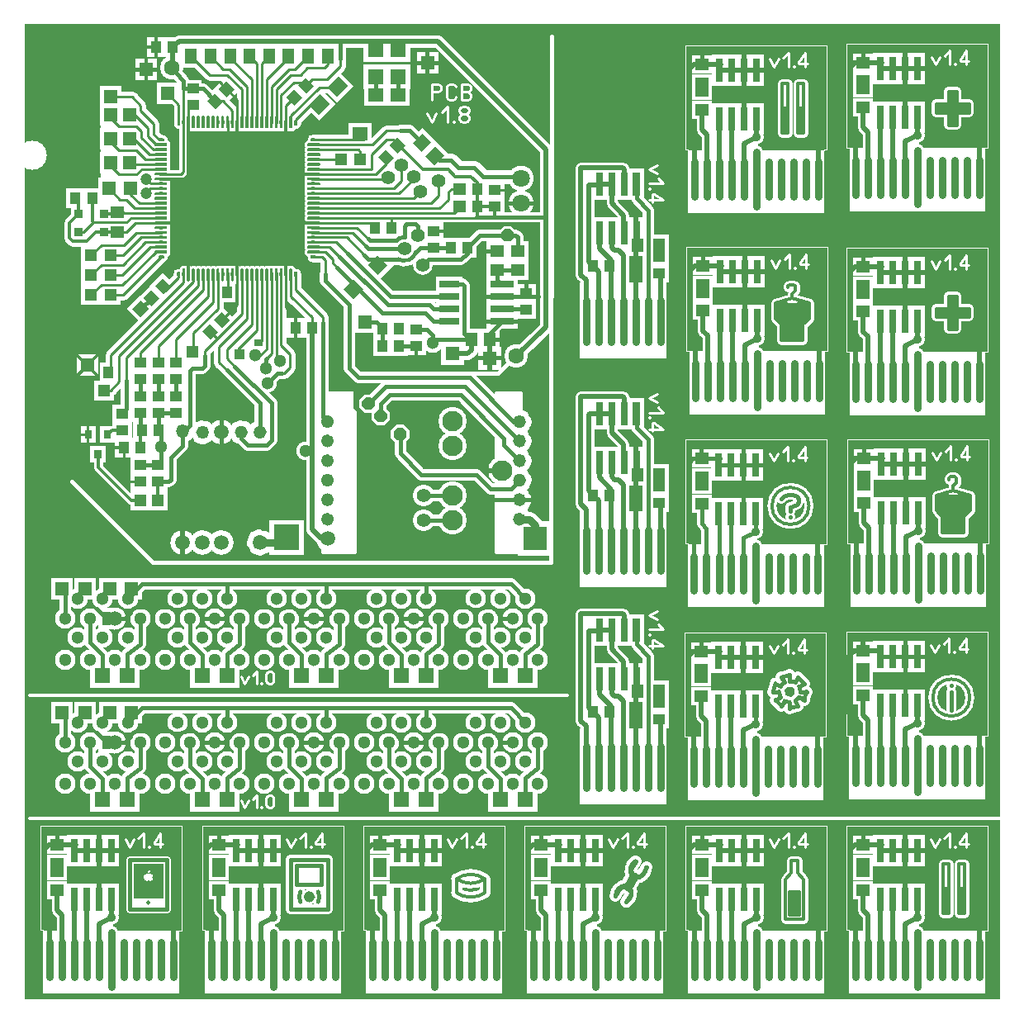
<source format=gtl>
%FSLAX34Y34*%
%MOMM*%
%LNCOPPER_TOP*%
G71*
G01*
%ADD10C, 2.100*%
%ADD11C, 2.300*%
%ADD12C, 1.200*%
%ADD13C, 0.222*%
%ADD14R, 2.600X2.600*%
%ADD15R, 2.200X2.200*%
%ADD16C, 0.286*%
%ADD17R, 2.600X2.500*%
%ADD18C, 1.480*%
%ADD19C, 0.880*%
%ADD20R, 1.500X1.500*%
%ADD21R, 0.900X0.900*%
%ADD22C, 0.600*%
%ADD23C, 1.080*%
%ADD24C, 1.500*%
%ADD25C, 0.300*%
%ADD26C, 2.400*%
%ADD27C, 1.900*%
%ADD28R, 1.900X2.000*%
%ADD29C, 0.900*%
%ADD30R, 2.000X2.000*%
%ADD31R, 3.200X1.600*%
%ADD32R, 1.800X1.700*%
%ADD33R, 2.100X2.400*%
%ADD34R, 2.400X2.200*%
%ADD35C, 3.000*%
%ADD36C, 2.500*%
%ADD37C, 2.600*%
%ADD38R, 2.000X1.900*%
%ADD39C, 0.400*%
%ADD40R, 1.800X2.000*%
%ADD41C, 2.900*%
%ADD42R, 1.600X1.700*%
%ADD43C, 2.200*%
%ADD44C, 2.000*%
%ADD45C, 1.000*%
%ADD46R, 2.400X2.400*%
%ADD47C, 1.300*%
%ADD48C, 2.000*%
%ADD49C, 1.100*%
%ADD50C, 0.280*%
%ADD51R, 2.200X2.100*%
%ADD52R, 2.100X2.200*%
%ADD53R, 2.800X1.600*%
%ADD54R, 1.900X1.900*%
%ADD55R, 1.700X1.600*%
%ADD56C, 1.400*%
%ADD57R, 1.700X2.200*%
%ADD58C, 1.600*%
%ADD59C, 1.350*%
%ADD60R, 1.600X3.200*%
%ADD61C, 0.200*%
%ADD62C, 1.500*%
%ADD63C, 0.254*%
%ADD64C, 0.800*%
%ADD65C, 0.100*%
%ADD66C, 1.022*%
%ADD67C, 0.997*%
%ADD68R, 2.000X2.200*%
%ADD69C, 0.150*%
%ADD70C, 0.500*%
%ADD71C, 0.433*%
%ADD72C, 0.297*%
%ADD73C, 0.372*%
%ADD74C, 0.467*%
%ADD75C, 0.308*%
%ADD76C, 0.378*%
%ADD77C, 0.304*%
%ADD78C, 0.317*%
%ADD79C, 0.267*%
%ADD80C, 1.300*%
%ADD81C, 1.500*%
%ADD82R, 1.600X1.600*%
%ADD83R, 1.400X1.400*%
%ADD84R, 1.400X1.300*%
%ADD85R, 0.300X0.300*%
%ADD86C, 1.600*%
%ADD87R, 1.100X1.200*%
%ADD88R, 1.200X1.200*%
%ADD89R, 2.400X0.800*%
%ADD90C, 0.700*%
%ADD91R, 1.200X1.100*%
%ADD92R, 1.300X1.600*%
%ADD93R, 1.600X1.400*%
%ADD94C, 1.800*%
%ADD95R, 1.000X1.200*%
%ADD96C, 2.100*%
%ADD97R, 0.800X0.900*%
%ADD98C, 1.400*%
%ADD99C, 1.200*%
%ADD100R, 1.300X1.400*%
%ADD101R, 2.000X0.800*%
%ADD102C, 2.600*%
%ADD103R, 1.100X1.100*%
%ADD104R, 0.900X0.800*%
%ADD105R, 0.900X1.400*%
%ADD106C, 0.750*%
%ADD107R, 0.800X2.400*%
%ADD108C, 0.900*%
%ADD109C, 0.000*%
%ADD110C, 0.422*%
%ADD111C, 0.397*%
%ADD112R, 1.200X1.400*%
%LPD*%
G36*
X250Y50D02*
X1000250Y50D01*
X1000250Y-999950D01*
X250Y-999950D01*
X250Y50D01*
G37*
%LPC*%
X42330Y-651323D02*
G54D10*
D03*
X67830Y-651323D02*
G54D10*
D03*
X93330Y-651323D02*
G54D10*
D03*
X118830Y-651323D02*
G54D10*
D03*
X144330Y-651323D02*
G54D10*
D03*
X169830Y-651323D02*
G54D10*
D03*
X195330Y-651323D02*
G54D10*
D03*
X220830Y-651323D02*
G54D10*
D03*
X246330Y-651323D02*
G54D10*
D03*
X271830Y-651323D02*
G54D10*
D03*
X297330Y-651323D02*
G54D10*
D03*
X322830Y-651323D02*
G54D10*
D03*
X348330Y-651323D02*
G54D10*
D03*
X373830Y-651323D02*
G54D10*
D03*
X399330Y-651323D02*
G54D10*
D03*
X424830Y-651323D02*
G54D10*
D03*
X450330Y-651323D02*
G54D10*
D03*
X475830Y-651323D02*
G54D10*
D03*
X501330Y-651323D02*
G54D10*
D03*
X526830Y-651323D02*
G54D10*
D03*
X42330Y-609047D02*
G54D10*
D03*
X67830Y-609048D02*
G54D10*
D03*
X93331Y-609046D02*
G54D11*
D03*
X118830Y-609048D02*
G54D10*
D03*
X144330Y-609048D02*
G54D10*
D03*
X169830Y-609048D02*
G54D10*
D03*
X195330Y-609048D02*
G54D10*
D03*
X220830Y-609048D02*
G54D10*
D03*
X246330Y-609048D02*
G54D10*
D03*
X271830Y-609048D02*
G54D10*
D03*
X297330Y-609048D02*
G54D10*
D03*
X322830Y-609048D02*
G54D10*
D03*
X348330Y-609048D02*
G54D10*
D03*
X373830Y-609048D02*
G54D10*
D03*
X399330Y-609048D02*
G54D10*
D03*
X424830Y-609048D02*
G54D10*
D03*
X450330Y-609048D02*
G54D10*
D03*
X475830Y-609048D02*
G54D10*
D03*
X501330Y-609048D02*
G54D10*
D03*
X526830Y-609048D02*
G54D10*
D03*
X55080Y-629048D02*
G54D10*
D03*
X80580Y-629048D02*
G54D10*
D03*
X106080Y-629048D02*
G54D10*
D03*
X157080Y-629048D02*
G54D10*
D03*
X182580Y-629048D02*
G54D10*
D03*
X208080Y-629048D02*
G54D10*
D03*
X259080Y-629048D02*
G54D10*
D03*
X284580Y-629048D02*
G54D10*
D03*
X310080Y-629048D02*
G54D10*
D03*
X361080Y-629048D02*
G54D10*
D03*
X386580Y-629048D02*
G54D10*
D03*
X412080Y-629048D02*
G54D10*
D03*
X463080Y-629048D02*
G54D10*
D03*
X488580Y-629048D02*
G54D10*
D03*
X514080Y-629048D02*
G54D10*
D03*
X55080Y-589047D02*
G54D10*
D03*
X80580Y-589047D02*
G54D10*
D03*
X106080Y-589048D02*
G54D10*
D03*
X157080Y-589048D02*
G54D10*
D03*
X182580Y-589048D02*
G54D10*
D03*
X208080Y-589048D02*
G54D10*
D03*
X259080Y-589048D02*
G54D10*
D03*
X284580Y-589048D02*
G54D10*
D03*
X310080Y-589048D02*
G54D10*
D03*
X361080Y-589048D02*
G54D10*
D03*
X386580Y-589048D02*
G54D10*
D03*
X412080Y-589048D02*
G54D10*
D03*
X463080Y-589048D02*
G54D10*
D03*
X488580Y-589048D02*
G54D10*
D03*
X514080Y-589048D02*
G54D10*
D03*
G54D12*
X208080Y-589048D02*
X208080Y-576151D01*
G54D12*
X310080Y-589048D02*
X310080Y-576151D01*
G54D12*
X412080Y-589048D02*
X412080Y-576151D01*
G54D12*
X118830Y-609048D02*
X118830Y-635827D01*
X105899Y-645451D01*
X105902Y-668073D01*
G54D12*
X67830Y-609048D02*
X67830Y-634082D01*
X80502Y-646754D01*
X80502Y-668073D01*
G54D12*
X220830Y-609048D02*
X220830Y-635827D01*
X207899Y-645451D01*
X207902Y-668073D01*
G54D12*
X169830Y-609048D02*
X169830Y-634082D01*
X182502Y-646754D01*
X182502Y-668073D01*
G54D12*
X322830Y-609048D02*
X322830Y-635827D01*
X309899Y-645451D01*
X309902Y-668073D01*
G54D12*
X271830Y-609048D02*
X271830Y-634082D01*
X284502Y-646754D01*
X284502Y-668073D01*
G54D12*
X424830Y-609048D02*
X424830Y-635827D01*
X411899Y-645451D01*
X411902Y-668073D01*
G54D12*
X373830Y-609048D02*
X373830Y-634082D01*
X386502Y-646754D01*
X386502Y-668073D01*
G54D12*
X526830Y-609048D02*
X526830Y-635827D01*
X513899Y-645451D01*
X513902Y-668073D01*
G54D12*
X475830Y-609048D02*
X475830Y-634082D01*
X488502Y-646754D01*
X488502Y-668073D01*
G54D13*
X222276Y-668714D02*
X226009Y-675714D01*
X229742Y-668714D01*
G54D13*
X234099Y-667936D02*
X238765Y-663270D01*
X238765Y-675714D01*
G54D13*
X243868Y-675714D02*
X243122Y-675714D01*
X243122Y-675092D01*
X243868Y-675092D01*
X243868Y-675714D01*
X243122Y-675714D01*
G54D13*
X255691Y-665603D02*
X255691Y-673381D01*
X254758Y-674936D01*
X252891Y-675714D01*
X251025Y-675714D01*
X249158Y-674936D01*
X248225Y-673381D01*
X248225Y-665603D01*
X249158Y-664048D01*
X251025Y-663270D01*
X252891Y-663270D01*
X254758Y-664048D01*
X255691Y-665603D01*
X80502Y-668073D02*
G54D14*
D03*
X105902Y-668073D02*
G54D14*
D03*
X182502Y-668073D02*
G54D14*
D03*
X207902Y-668073D02*
G54D14*
D03*
X284502Y-668073D02*
G54D14*
D03*
X309902Y-668073D02*
G54D14*
D03*
X386502Y-668073D02*
G54D14*
D03*
X411902Y-668073D02*
G54D14*
D03*
X488502Y-668073D02*
G54D14*
D03*
X513902Y-668073D02*
G54D14*
D03*
X110038Y-579099D02*
G54D15*
D03*
X87813Y-579099D02*
G54D15*
D03*
X62413Y-579099D02*
G54D15*
D03*
X38998Y-579099D02*
G54D15*
D03*
G54D12*
X514080Y-589048D02*
X498952Y-573920D01*
X121208Y-573920D01*
X106080Y-589048D01*
G54D12*
X42330Y-609048D02*
X42330Y-578545D01*
X43363Y-577512D01*
G54D12*
X55080Y-589048D02*
X55080Y-584845D01*
X62413Y-577512D01*
G54D12*
X80580Y-589048D02*
X80580Y-584745D01*
X87813Y-577512D01*
G54D16*
X417966Y-77358D02*
X417966Y-61358D01*
X423966Y-61358D01*
X426366Y-62358D01*
X427566Y-64358D01*
X427566Y-66358D01*
X426366Y-68358D01*
X423966Y-69358D01*
X417966Y-69358D01*
G54D16*
X442766Y-74358D02*
X441566Y-76358D01*
X439166Y-77358D01*
X436766Y-77358D01*
X434366Y-76358D01*
X433166Y-74358D01*
X433166Y-64358D01*
X434366Y-62358D01*
X436766Y-61358D01*
X439166Y-61358D01*
X441566Y-62358D01*
X442766Y-64358D01*
G54D16*
X448366Y-77358D02*
X448366Y-61358D01*
X454366Y-61358D01*
X456766Y-62358D01*
X457966Y-64358D01*
X457966Y-66358D01*
X456766Y-68358D01*
X454366Y-69358D01*
X456766Y-70358D01*
X457966Y-72358D01*
X457966Y-74358D01*
X456766Y-76358D01*
X454366Y-77358D01*
X448366Y-77358D01*
G54D16*
X448366Y-69358D02*
X454366Y-69358D01*
G54D16*
X412919Y-91152D02*
X417719Y-100152D01*
X422519Y-91152D01*
G54D16*
X428119Y-90152D02*
X434119Y-84152D01*
X434119Y-100152D01*
G54D16*
X440679Y-100152D02*
X439719Y-100152D01*
X439719Y-99352D01*
X440679Y-99352D01*
X440679Y-100152D01*
X439719Y-100152D01*
G54D16*
X452279Y-92152D02*
X449879Y-92152D01*
X447479Y-91152D01*
X446279Y-89152D01*
X446279Y-87152D01*
X447479Y-85152D01*
X449879Y-84152D01*
X452279Y-84152D01*
X454679Y-85152D01*
X455879Y-87152D01*
X455879Y-89152D01*
X454679Y-91152D01*
X452279Y-92152D01*
X454679Y-93152D01*
X455879Y-95152D01*
X455879Y-97152D01*
X454679Y-99152D01*
X452279Y-100152D01*
X449879Y-100152D01*
X447479Y-99152D01*
X446279Y-97152D01*
X446279Y-95152D01*
X447479Y-93152D01*
X449879Y-92152D01*
X95828Y-213418D02*
G54D17*
D03*
X95828Y-192418D02*
G54D17*
D03*
G54D18*
X140528Y-198468D02*
X109666Y-198468D01*
X105106Y-203027D01*
X70776Y-203027D01*
X60738Y-213064D01*
X54135Y-213064D01*
G54D18*
X140528Y-193468D02*
X102459Y-193468D01*
X97228Y-188436D01*
G54D18*
X140528Y-203468D02*
X114434Y-203468D01*
X104484Y-213418D01*
X95828Y-213418D01*
G54D19*
X140528Y-153448D02*
X160870Y-153448D01*
X163502Y-150816D01*
X163502Y-100474D01*
X55722Y-194014D02*
G54D20*
D03*
X55722Y-213064D02*
G54D20*
D03*
X81837Y-213064D02*
G54D20*
D03*
X81884Y-193956D02*
G54D20*
D03*
G36*
X274001Y-95974D02*
X283001Y-95973D01*
X283002Y-104973D01*
X274002Y-104974D01*
X274001Y-95974D01*
G37*
G36*
X269001Y-95974D02*
X278001Y-95973D01*
X278002Y-104973D01*
X269002Y-104974D01*
X269001Y-95974D01*
G37*
X268502Y-100474D02*
G54D21*
D03*
X263502Y-100474D02*
G54D21*
D03*
X258502Y-100474D02*
G54D21*
D03*
X253502Y-100474D02*
G54D21*
D03*
G36*
X244001Y-95974D02*
X253001Y-95973D01*
X253002Y-104973D01*
X244002Y-104974D01*
X244001Y-95974D01*
G37*
X243502Y-100474D02*
G54D21*
D03*
X238502Y-100474D02*
G54D21*
D03*
X233502Y-100474D02*
G54D21*
D03*
X228502Y-100474D02*
G54D21*
D03*
G36*
X219001Y-95974D02*
X228001Y-95973D01*
X228002Y-104973D01*
X219002Y-104974D01*
X219001Y-95974D01*
G37*
X218502Y-100474D02*
G54D21*
D03*
X213502Y-100474D02*
G54D21*
D03*
X208502Y-100474D02*
G54D21*
D03*
X203502Y-100474D02*
G54D21*
D03*
X198502Y-100474D02*
G54D21*
D03*
G36*
X189001Y-95974D02*
X198001Y-95973D01*
X198002Y-104973D01*
X189002Y-104974D01*
X189001Y-95974D01*
G37*
G36*
X184001Y-95974D02*
X193001Y-95973D01*
X193002Y-104973D01*
X184002Y-104974D01*
X184001Y-95974D01*
G37*
X183502Y-100474D02*
G54D21*
D03*
X178502Y-100474D02*
G54D21*
D03*
X173502Y-100474D02*
G54D21*
D03*
G36*
X164001Y-95974D02*
X173001Y-95973D01*
X173002Y-104973D01*
X164002Y-104974D01*
X164001Y-95974D01*
G37*
X163502Y-100474D02*
G54D21*
D03*
G36*
X154001Y-95974D02*
X163001Y-95973D01*
X163002Y-104973D01*
X154002Y-104974D01*
X154001Y-95974D01*
G37*
G36*
X278997Y-97443D02*
X279996Y-98442D01*
X279997Y-102943D01*
X279497Y-103442D01*
X277496Y-103443D01*
X276996Y-102942D01*
X276997Y-98442D01*
X277996Y-97443D01*
X278997Y-97443D01*
G37*
G54D22*
X278997Y-97443D02*
X279996Y-98442D01*
X279997Y-102943D01*
X279497Y-103442D01*
X277496Y-103443D01*
X276996Y-102942D01*
X276997Y-98442D01*
X277996Y-97443D01*
X278997Y-97443D01*
G36*
X158996Y-97442D02*
X159996Y-98442D01*
X159997Y-102943D01*
X159496Y-103442D01*
X157497Y-103443D01*
X156997Y-102943D01*
X156997Y-98442D01*
X157997Y-97443D01*
X158996Y-97442D01*
G37*
G54D22*
X158996Y-97442D02*
X159996Y-98442D01*
X159997Y-102943D01*
X159496Y-103442D01*
X157497Y-103443D01*
X156997Y-102943D01*
X156997Y-98442D01*
X157997Y-97443D01*
X158996Y-97442D01*
G36*
X268997Y-93443D02*
X269996Y-94442D01*
X269996Y-105942D01*
X269497Y-106442D01*
X267497Y-106442D01*
X266997Y-105943D01*
X266996Y-94443D01*
X267996Y-93442D01*
X268997Y-93443D01*
G37*
G54D22*
X268997Y-93443D02*
X269996Y-94442D01*
X269996Y-105942D01*
X269497Y-106442D01*
X267497Y-106442D01*
X266997Y-105943D01*
X266996Y-94443D01*
X267996Y-93442D01*
X268997Y-93443D01*
G36*
X263997Y-93443D02*
X264997Y-94443D01*
X264997Y-105943D01*
X264497Y-106443D01*
X262497Y-106443D01*
X261997Y-105943D01*
X261997Y-94443D01*
X262996Y-93443D01*
X263997Y-93443D01*
G37*
G54D22*
X263997Y-93443D02*
X264997Y-94443D01*
X264997Y-105943D01*
X264497Y-106443D01*
X262497Y-106443D01*
X261997Y-105943D01*
X261997Y-94443D01*
X262996Y-93443D01*
X263997Y-93443D01*
G36*
X258997Y-93442D02*
X259996Y-94442D01*
X259997Y-105943D01*
X259496Y-106442D01*
X257496Y-106442D01*
X256996Y-105943D01*
X256997Y-94442D01*
X257996Y-93443D01*
X258997Y-93442D01*
G37*
G54D22*
X258997Y-93442D02*
X259996Y-94442D01*
X259997Y-105943D01*
X259496Y-106442D01*
X257496Y-106442D01*
X256996Y-105943D01*
X256997Y-94442D01*
X257996Y-93443D01*
X258997Y-93442D01*
G36*
X253997Y-93443D02*
X254997Y-94443D01*
X254997Y-105942D01*
X254497Y-106443D01*
X252497Y-106442D01*
X251997Y-105942D01*
X251997Y-94443D01*
X252996Y-93442D01*
X253997Y-93443D01*
G37*
G54D22*
X253997Y-93443D02*
X254997Y-94443D01*
X254997Y-105942D01*
X254497Y-106443D01*
X252497Y-106442D01*
X251997Y-105942D01*
X251997Y-94443D01*
X252996Y-93442D01*
X253997Y-93443D01*
G36*
X248997Y-93443D02*
X249996Y-94443D01*
X249996Y-105943D01*
X249497Y-106442D01*
X247496Y-106442D01*
X246997Y-105942D01*
X246997Y-94443D01*
X247997Y-93442D01*
X248997Y-93443D01*
G37*
G54D22*
X248997Y-93443D02*
X249996Y-94443D01*
X249996Y-105943D01*
X249497Y-106442D01*
X247496Y-106442D01*
X246997Y-105942D01*
X246997Y-94443D01*
X247997Y-93442D01*
X248997Y-93443D01*
G36*
X243996Y-93442D02*
X244997Y-94443D01*
X244996Y-105942D01*
X244497Y-106443D01*
X242496Y-106442D01*
X241996Y-105943D01*
X241997Y-94443D01*
X242997Y-93442D01*
X243996Y-93442D01*
G37*
G54D22*
X243996Y-93442D02*
X244997Y-94443D01*
X244996Y-105942D01*
X244497Y-106443D01*
X242496Y-106442D01*
X241996Y-105943D01*
X241997Y-94443D01*
X242997Y-93442D01*
X243996Y-93442D01*
G36*
X238996Y-93443D02*
X239997Y-94442D01*
X239996Y-105943D01*
X239496Y-106442D01*
X237497Y-106442D01*
X236997Y-105942D01*
X236997Y-94443D01*
X237997Y-93443D01*
X238996Y-93443D01*
G37*
G54D22*
X238996Y-93443D02*
X239997Y-94442D01*
X239996Y-105943D01*
X239496Y-106442D01*
X237497Y-106442D01*
X236997Y-105942D01*
X236997Y-94443D01*
X237997Y-93443D01*
X238996Y-93443D01*
G36*
X233996Y-93443D02*
X234996Y-94442D01*
X234997Y-105942D01*
X234496Y-106442D01*
X232497Y-106442D01*
X231996Y-105943D01*
X231996Y-94442D01*
X232996Y-93443D01*
X233996Y-93443D01*
G37*
G54D22*
X233996Y-93443D02*
X234996Y-94442D01*
X234997Y-105942D01*
X234496Y-106442D01*
X232497Y-106442D01*
X231996Y-105943D01*
X231996Y-94442D01*
X232996Y-93443D01*
X233996Y-93443D01*
G36*
X228996Y-93442D02*
X229997Y-94442D01*
X229997Y-105942D01*
X229497Y-106443D01*
X227496Y-106442D01*
X226996Y-105943D01*
X226996Y-94443D01*
X227997Y-93442D01*
X228996Y-93442D01*
G37*
G54D22*
X228996Y-93442D02*
X229997Y-94442D01*
X229997Y-105942D01*
X229497Y-106443D01*
X227496Y-106442D01*
X226996Y-105943D01*
X226996Y-94443D01*
X227997Y-93442D01*
X228996Y-93442D01*
G36*
X223997Y-93442D02*
X224997Y-94442D01*
X224997Y-105943D01*
X224497Y-106442D01*
X222497Y-106442D01*
X221996Y-105942D01*
X221997Y-94443D01*
X222997Y-93442D01*
X223997Y-93442D01*
G37*
G54D22*
X223997Y-93442D02*
X224997Y-94442D01*
X224997Y-105943D01*
X224497Y-106442D01*
X222497Y-106442D01*
X221996Y-105942D01*
X221997Y-94443D01*
X222997Y-93442D01*
X223997Y-93442D01*
G36*
X218997Y-93442D02*
X219997Y-94442D01*
X219997Y-105942D01*
X219496Y-106442D01*
X217496Y-106442D01*
X216997Y-105942D01*
X216997Y-94442D01*
X217997Y-93442D01*
X218997Y-93442D01*
G37*
G54D22*
X218997Y-93442D02*
X219997Y-94442D01*
X219997Y-105942D01*
X219496Y-106442D01*
X217496Y-106442D01*
X216997Y-105942D01*
X216997Y-94442D01*
X217997Y-93442D01*
X218997Y-93442D01*
G36*
X213996Y-93443D02*
X214996Y-94443D01*
X214996Y-105943D01*
X214497Y-106442D01*
X212496Y-106442D01*
X211996Y-105942D01*
X211996Y-94442D01*
X212996Y-93442D01*
X213996Y-93443D01*
G37*
G54D22*
X213996Y-93443D02*
X214996Y-94443D01*
X214996Y-105943D01*
X214497Y-106442D01*
X212496Y-106442D01*
X211996Y-105942D01*
X211996Y-94442D01*
X212996Y-93442D01*
X213996Y-93443D01*
G36*
X208997Y-93443D02*
X209997Y-94442D01*
X209997Y-105942D01*
X209496Y-106442D01*
X207497Y-106442D01*
X206997Y-105943D01*
X206997Y-94443D01*
X207997Y-93442D01*
X208997Y-93443D01*
G37*
G54D22*
X208997Y-93443D02*
X209997Y-94442D01*
X209997Y-105942D01*
X209496Y-106442D01*
X207497Y-106442D01*
X206997Y-105943D01*
X206997Y-94443D01*
X207997Y-93442D01*
X208997Y-93443D01*
G36*
X203997Y-93442D02*
X204997Y-94443D01*
X204996Y-105942D01*
X204497Y-106443D01*
X202497Y-106442D01*
X201996Y-105942D01*
X201997Y-94443D01*
X202996Y-93443D01*
X203997Y-93442D01*
G37*
G54D22*
X203997Y-93442D02*
X204997Y-94443D01*
X204996Y-105942D01*
X204497Y-106443D01*
X202497Y-106442D01*
X201996Y-105942D01*
X201997Y-94443D01*
X202996Y-93443D01*
X203997Y-93442D01*
G36*
X198997Y-93442D02*
X199997Y-94442D01*
X199997Y-105942D01*
X199496Y-106442D01*
X197497Y-106443D01*
X196997Y-105942D01*
X196997Y-94443D01*
X197997Y-93442D01*
X198997Y-93442D01*
G37*
G54D22*
X198997Y-93442D02*
X199997Y-94442D01*
X199997Y-105942D01*
X199496Y-106442D01*
X197497Y-106443D01*
X196997Y-105942D01*
X196997Y-94443D01*
X197997Y-93442D01*
X198997Y-93442D01*
G36*
X193997Y-93443D02*
X194997Y-94442D01*
X194996Y-105942D01*
X194497Y-106442D01*
X192496Y-106443D01*
X191996Y-105943D01*
X191997Y-94442D01*
X192997Y-93443D01*
X193997Y-93443D01*
G37*
G54D22*
X193997Y-93443D02*
X194997Y-94442D01*
X194996Y-105942D01*
X194497Y-106442D01*
X192496Y-106443D01*
X191996Y-105943D01*
X191997Y-94442D01*
X192997Y-93443D01*
X193997Y-93443D01*
G36*
X188996Y-93442D02*
X189997Y-94443D01*
X189997Y-105943D01*
X189497Y-106442D01*
X187497Y-106442D01*
X186997Y-105942D01*
X186997Y-94443D01*
X187997Y-93442D01*
X188996Y-93442D01*
G37*
G54D22*
X188996Y-93442D02*
X189997Y-94443D01*
X189997Y-105943D01*
X189497Y-106442D01*
X187497Y-106442D01*
X186997Y-105942D01*
X186997Y-94443D01*
X187997Y-93442D01*
X188996Y-93442D01*
G36*
X183997Y-93443D02*
X184996Y-94442D01*
X184996Y-105942D01*
X184497Y-106443D01*
X182496Y-106443D01*
X181997Y-105942D01*
X181997Y-94443D01*
X182996Y-93442D01*
X183997Y-93443D01*
G37*
G54D22*
X183997Y-93443D02*
X184996Y-94442D01*
X184996Y-105942D01*
X184497Y-106443D01*
X182496Y-106443D01*
X181997Y-105942D01*
X181997Y-94443D01*
X182996Y-93442D01*
X183997Y-93443D01*
G36*
X178997Y-93442D02*
X179996Y-94442D01*
X179996Y-105942D01*
X179497Y-106442D01*
X177497Y-106442D01*
X176997Y-105942D01*
X176997Y-94442D01*
X177997Y-93443D01*
X178997Y-93442D01*
G37*
G54D22*
X178997Y-93442D02*
X179996Y-94442D01*
X179996Y-105942D01*
X179497Y-106442D01*
X177497Y-106442D01*
X176997Y-105942D01*
X176997Y-94442D01*
X177997Y-93443D01*
X178997Y-93442D01*
G36*
X173997Y-93442D02*
X174997Y-94442D01*
X174997Y-105942D01*
X174497Y-106443D01*
X172496Y-106442D01*
X171997Y-105943D01*
X171997Y-94443D01*
X172996Y-93442D01*
X173997Y-93442D01*
G37*
G54D22*
X173997Y-93442D02*
X174997Y-94442D01*
X174997Y-105942D01*
X174497Y-106443D01*
X172496Y-106442D01*
X171997Y-105943D01*
X171997Y-94443D01*
X172996Y-93442D01*
X173997Y-93442D01*
G36*
X168997Y-93442D02*
X169996Y-94442D01*
X169997Y-105942D01*
X169497Y-106443D01*
X167496Y-106442D01*
X166996Y-105943D01*
X166996Y-94443D01*
X167997Y-93442D01*
X168997Y-93442D01*
G37*
G54D22*
X168997Y-93442D02*
X169996Y-94442D01*
X169997Y-105942D01*
X169497Y-106443D01*
X167496Y-106442D01*
X166996Y-105943D01*
X166996Y-94443D01*
X167997Y-93442D01*
X168997Y-93442D01*
G36*
X163996Y-93442D02*
X164997Y-94443D01*
X164997Y-105942D01*
X164496Y-106443D01*
X162497Y-106442D01*
X161997Y-105942D01*
X161997Y-94443D01*
X162997Y-93442D01*
X163996Y-93442D01*
G37*
G54D22*
X163996Y-93442D02*
X164997Y-94443D01*
X164997Y-105942D01*
X164496Y-106443D01*
X162497Y-106442D01*
X161997Y-105942D01*
X161997Y-94443D01*
X162997Y-93442D01*
X163996Y-93442D01*
G36*
X273997Y-93443D02*
X274996Y-94443D01*
X274996Y-105942D01*
X274497Y-106442D01*
X272497Y-106443D01*
X271997Y-105942D01*
X271997Y-94442D01*
X272997Y-93443D01*
X273997Y-93443D01*
G37*
G54D22*
X273997Y-93443D02*
X274996Y-94443D01*
X274996Y-105942D01*
X274497Y-106442D01*
X272497Y-106443D01*
X271997Y-105942D01*
X271997Y-94442D01*
X272997Y-93443D01*
X273997Y-93443D01*
X296466Y-238438D02*
G54D21*
D03*
X296466Y-233438D02*
G54D21*
D03*
X296466Y-228438D02*
G54D21*
D03*
X296466Y-223438D02*
G54D21*
D03*
X296466Y-218438D02*
G54D21*
D03*
X296466Y-213438D02*
G54D21*
D03*
X296466Y-208438D02*
G54D21*
D03*
X296466Y-203438D02*
G54D21*
D03*
X296466Y-198438D02*
G54D21*
D03*
X296466Y-193438D02*
G54D21*
D03*
X296466Y-188438D02*
G54D21*
D03*
X296466Y-183438D02*
G54D21*
D03*
X296466Y-178438D02*
G54D21*
D03*
X296466Y-173438D02*
G54D21*
D03*
X296466Y-168438D02*
G54D21*
D03*
X296466Y-163438D02*
G54D21*
D03*
X296466Y-158438D02*
G54D21*
D03*
X296466Y-153438D02*
G54D21*
D03*
X296466Y-148438D02*
G54D21*
D03*
X296466Y-143438D02*
G54D21*
D03*
X296466Y-138438D02*
G54D21*
D03*
X296466Y-133438D02*
G54D21*
D03*
X296466Y-128438D02*
G54D21*
D03*
X296466Y-123438D02*
G54D21*
D03*
X296466Y-118438D02*
G54D21*
D03*
G36*
X299496Y-238943D02*
X298497Y-239942D01*
X293997Y-239942D01*
X293496Y-239442D01*
X293496Y-237442D01*
X293996Y-236942D01*
X298497Y-236942D01*
X299496Y-237943D01*
X299496Y-238943D01*
G37*
G54D22*
X299496Y-238943D02*
X298497Y-239942D01*
X293997Y-239942D01*
X293496Y-239442D01*
X293496Y-237442D01*
X293996Y-236942D01*
X298497Y-236942D01*
X299496Y-237943D01*
X299496Y-238943D01*
G36*
X299497Y-118943D02*
X298496Y-119942D01*
X293996Y-119943D01*
X293497Y-119442D01*
X293497Y-117442D01*
X293996Y-116943D01*
X298496Y-116942D01*
X299496Y-117943D01*
X299497Y-118943D01*
G37*
G54D22*
X299497Y-118943D02*
X298496Y-119942D01*
X293996Y-119943D01*
X293497Y-119442D01*
X293497Y-117442D01*
X293996Y-116943D01*
X298496Y-116942D01*
X299496Y-117943D01*
X299497Y-118943D01*
G36*
X303497Y-228942D02*
X302497Y-229942D01*
X290996Y-229942D01*
X290497Y-229442D01*
X290496Y-227442D01*
X290996Y-226943D01*
X302496Y-226942D01*
X303497Y-227942D01*
X303497Y-228942D01*
G37*
G54D22*
X303497Y-228942D02*
X302497Y-229942D01*
X290996Y-229942D01*
X290497Y-229442D01*
X290496Y-227442D01*
X290996Y-226943D01*
X302496Y-226942D01*
X303497Y-227942D01*
X303497Y-228942D01*
G36*
X303497Y-223942D02*
X302496Y-224942D01*
X290996Y-224942D01*
X290496Y-224443D01*
X290497Y-222442D01*
X290996Y-221943D01*
X302497Y-221942D01*
X303496Y-222942D01*
X303497Y-223942D01*
G37*
G54D22*
X303497Y-223942D02*
X302496Y-224942D01*
X290996Y-224942D01*
X290496Y-224443D01*
X290497Y-222442D01*
X290996Y-221943D01*
X302497Y-221942D01*
X303496Y-222942D01*
X303497Y-223942D01*
G36*
X303497Y-218942D02*
X302497Y-219942D01*
X290996Y-219943D01*
X290497Y-219443D01*
X290497Y-217443D01*
X290997Y-216942D01*
X302496Y-216942D01*
X303497Y-217942D01*
X303497Y-218942D01*
G37*
G54D22*
X303497Y-218942D02*
X302497Y-219942D01*
X290996Y-219943D01*
X290497Y-219443D01*
X290497Y-217443D01*
X290997Y-216942D01*
X302496Y-216942D01*
X303497Y-217942D01*
X303497Y-218942D01*
G36*
X303497Y-213943D02*
X302496Y-214942D01*
X290996Y-214942D01*
X290497Y-214442D01*
X290496Y-212443D01*
X290997Y-211943D01*
X302496Y-211942D01*
X303497Y-212942D01*
X303497Y-213943D01*
G37*
G54D22*
X303497Y-213943D02*
X302496Y-214942D01*
X290996Y-214942D01*
X290497Y-214442D01*
X290496Y-212443D01*
X290997Y-211943D01*
X302496Y-211942D01*
X303497Y-212942D01*
X303497Y-213943D01*
G36*
X303497Y-208943D02*
X302496Y-209942D01*
X290997Y-209942D01*
X290496Y-209443D01*
X290497Y-207442D01*
X290997Y-206942D01*
X302496Y-206942D01*
X303497Y-207943D01*
X303497Y-208943D01*
G37*
G54D22*
X303497Y-208943D02*
X302496Y-209942D01*
X290997Y-209942D01*
X290496Y-209443D01*
X290497Y-207442D01*
X290997Y-206942D01*
X302496Y-206942D01*
X303497Y-207943D01*
X303497Y-208943D01*
G36*
X303497Y-203942D02*
X302497Y-204942D01*
X290997Y-204942D01*
X290497Y-204442D01*
X290496Y-202442D01*
X290996Y-201943D01*
X302497Y-201943D01*
X303497Y-202943D01*
X303497Y-203942D01*
G37*
G54D22*
X303497Y-203942D02*
X302497Y-204942D01*
X290997Y-204942D01*
X290497Y-204442D01*
X290496Y-202442D01*
X290996Y-201943D01*
X302497Y-201943D01*
X303497Y-202943D01*
X303497Y-203942D01*
G36*
X303496Y-198942D02*
X302496Y-199942D01*
X290997Y-199942D01*
X290496Y-199442D01*
X290496Y-197443D01*
X290997Y-196942D01*
X302497Y-196942D01*
X303496Y-197943D01*
X303496Y-198942D01*
G37*
G54D22*
X303496Y-198942D02*
X302496Y-199942D01*
X290997Y-199942D01*
X290496Y-199442D01*
X290496Y-197443D01*
X290997Y-196942D01*
X302497Y-196942D01*
X303496Y-197943D01*
X303496Y-198942D01*
G36*
X303497Y-193943D02*
X302497Y-194943D01*
X290996Y-194943D01*
X290496Y-194442D01*
X290497Y-192442D01*
X290997Y-191942D01*
X302497Y-191942D01*
X303497Y-192943D01*
X303497Y-193943D01*
G37*
G54D22*
X303497Y-193943D02*
X302497Y-194943D01*
X290996Y-194943D01*
X290496Y-194442D01*
X290497Y-192442D01*
X290997Y-191942D01*
X302497Y-191942D01*
X303497Y-192943D01*
X303497Y-193943D01*
G36*
X303497Y-188942D02*
X302496Y-189942D01*
X290996Y-189943D01*
X290496Y-189442D01*
X290496Y-187443D01*
X290996Y-186942D01*
X302496Y-186942D01*
X303497Y-187943D01*
X303497Y-188942D01*
G37*
G54D22*
X303497Y-188942D02*
X302496Y-189942D01*
X290996Y-189943D01*
X290496Y-189442D01*
X290496Y-187443D01*
X290996Y-186942D01*
X302496Y-186942D01*
X303497Y-187943D01*
X303497Y-188942D01*
G36*
X303496Y-183942D02*
X302497Y-184942D01*
X290996Y-184942D01*
X290496Y-184443D01*
X290496Y-182442D01*
X290996Y-181942D01*
X302497Y-181943D01*
X303497Y-182943D01*
X303496Y-183942D01*
G37*
G54D22*
X303496Y-183942D02*
X302497Y-184942D01*
X290996Y-184942D01*
X290496Y-184443D01*
X290496Y-182442D01*
X290996Y-181942D01*
X302497Y-181943D01*
X303497Y-182943D01*
X303496Y-183942D01*
G36*
X303497Y-178943D02*
X302497Y-179942D01*
X290997Y-179942D01*
X290496Y-179443D01*
X290496Y-177442D01*
X290996Y-176943D01*
X302496Y-176943D01*
X303497Y-177943D01*
X303497Y-178943D01*
G37*
G54D22*
X303497Y-178943D02*
X302497Y-179942D01*
X290997Y-179942D01*
X290496Y-179443D01*
X290496Y-177442D01*
X290996Y-176943D01*
X302496Y-176943D01*
X303497Y-177943D01*
X303497Y-178943D01*
G36*
X303496Y-173942D02*
X302496Y-174942D01*
X290996Y-174942D01*
X290496Y-174442D01*
X290497Y-172442D01*
X290997Y-171943D01*
X302497Y-171943D01*
X303497Y-172942D01*
X303496Y-173942D01*
G37*
G54D22*
X303496Y-173942D02*
X302496Y-174942D01*
X290996Y-174942D01*
X290496Y-174442D01*
X290497Y-172442D01*
X290997Y-171943D01*
X302497Y-171943D01*
X303497Y-172942D01*
X303496Y-173942D01*
G36*
X303497Y-168943D02*
X302496Y-169943D01*
X290996Y-169943D01*
X290497Y-169442D01*
X290496Y-167442D01*
X290996Y-166943D01*
X302497Y-166942D01*
X303497Y-167942D01*
X303497Y-168943D01*
G37*
G54D22*
X303497Y-168943D02*
X302496Y-169943D01*
X290996Y-169943D01*
X290497Y-169442D01*
X290496Y-167442D01*
X290996Y-166943D01*
X302497Y-166942D01*
X303497Y-167942D01*
X303497Y-168943D01*
G36*
X303497Y-163943D02*
X302496Y-164942D01*
X290996Y-164943D01*
X290496Y-164443D01*
X290497Y-162443D01*
X290997Y-161942D01*
X302496Y-161942D01*
X303497Y-162942D01*
X303497Y-163943D01*
G37*
G54D22*
X303497Y-163943D02*
X302496Y-164942D01*
X290996Y-164943D01*
X290496Y-164443D01*
X290497Y-162443D01*
X290997Y-161942D01*
X302496Y-161942D01*
X303497Y-162942D01*
X303497Y-163943D01*
G36*
X303497Y-158943D02*
X302496Y-159942D01*
X290997Y-159943D01*
X290497Y-159442D01*
X290496Y-157442D01*
X290997Y-156942D01*
X302497Y-156942D01*
X303497Y-157943D01*
X303497Y-158943D01*
G37*
G54D22*
X303497Y-158943D02*
X302496Y-159942D01*
X290997Y-159943D01*
X290497Y-159442D01*
X290496Y-157442D01*
X290997Y-156942D01*
X302497Y-156942D01*
X303497Y-157943D01*
X303497Y-158943D01*
G36*
X303496Y-153943D02*
X302496Y-154942D01*
X290997Y-154943D01*
X290496Y-154442D01*
X290496Y-152442D01*
X290997Y-151942D01*
X302496Y-151942D01*
X303497Y-152942D01*
X303496Y-153943D01*
G37*
G54D22*
X303496Y-153943D02*
X302496Y-154942D01*
X290997Y-154943D01*
X290496Y-154442D01*
X290496Y-152442D01*
X290997Y-151942D01*
X302496Y-151942D01*
X303497Y-152942D01*
X303496Y-153943D01*
G36*
X303497Y-148942D02*
X302496Y-149942D01*
X290996Y-149942D01*
X290496Y-149442D01*
X290496Y-147442D01*
X290996Y-146943D01*
X302497Y-146942D01*
X303497Y-147943D01*
X303497Y-148942D01*
G37*
G54D22*
X303497Y-148942D02*
X302496Y-149942D01*
X290996Y-149942D01*
X290496Y-149442D01*
X290496Y-147442D01*
X290996Y-146943D01*
X302497Y-146942D01*
X303497Y-147943D01*
X303497Y-148942D01*
G36*
X303497Y-143942D02*
X302496Y-144943D01*
X290997Y-144942D01*
X290496Y-144443D01*
X290496Y-142442D01*
X290996Y-141942D01*
X302496Y-141943D01*
X303496Y-142942D01*
X303497Y-143942D01*
G37*
G54D22*
X303497Y-143942D02*
X302496Y-144943D01*
X290997Y-144942D01*
X290496Y-144443D01*
X290496Y-142442D01*
X290996Y-141942D01*
X302496Y-141943D01*
X303496Y-142942D01*
X303497Y-143942D01*
G36*
X303497Y-138943D02*
X302496Y-139943D01*
X290997Y-139943D01*
X290496Y-139442D01*
X290496Y-137443D01*
X290997Y-136943D01*
X302496Y-136942D01*
X303496Y-137942D01*
X303497Y-138943D01*
G37*
G54D22*
X303497Y-138943D02*
X302496Y-139943D01*
X290997Y-139943D01*
X290496Y-139442D01*
X290496Y-137443D01*
X290997Y-136943D01*
X302496Y-136942D01*
X303496Y-137942D01*
X303497Y-138943D01*
G36*
X303497Y-133943D02*
X302496Y-134943D01*
X290996Y-134943D01*
X290496Y-134442D01*
X290497Y-132443D01*
X290996Y-131942D01*
X302496Y-131942D01*
X303497Y-132943D01*
X303497Y-133943D01*
G37*
G54D22*
X303497Y-133943D02*
X302496Y-134943D01*
X290996Y-134943D01*
X290496Y-134442D01*
X290497Y-132443D01*
X290996Y-131942D01*
X302496Y-131942D01*
X303497Y-132943D01*
X303497Y-133943D01*
G36*
X303497Y-128942D02*
X302497Y-129942D01*
X290997Y-129943D01*
X290496Y-129442D01*
X290496Y-127442D01*
X290996Y-126943D01*
X302496Y-126942D01*
X303497Y-127943D01*
X303497Y-128942D01*
G37*
G54D22*
X303497Y-128942D02*
X302497Y-129942D01*
X290997Y-129943D01*
X290496Y-129442D01*
X290496Y-127442D01*
X290996Y-126943D01*
X302496Y-126942D01*
X303497Y-127943D01*
X303497Y-128942D01*
G36*
X303497Y-123942D02*
X302496Y-124942D01*
X290996Y-124942D01*
X290496Y-124442D01*
X290496Y-122442D01*
X290997Y-121943D01*
X302496Y-121943D01*
X303496Y-122943D01*
X303497Y-123942D01*
G37*
G54D22*
X303497Y-123942D02*
X302496Y-124942D01*
X290996Y-124942D01*
X290496Y-124442D01*
X290496Y-122442D01*
X290997Y-121943D01*
X302496Y-121943D01*
X303496Y-122943D01*
X303497Y-123942D01*
G36*
X303497Y-233943D02*
X302496Y-234942D01*
X290997Y-234942D01*
X290496Y-234443D01*
X290496Y-232442D01*
X290996Y-231942D01*
X302496Y-231942D01*
X303497Y-232943D01*
X303497Y-233943D01*
G37*
G54D22*
X303497Y-233943D02*
X302496Y-234942D01*
X290997Y-234942D01*
X290496Y-234443D01*
X290496Y-232442D01*
X290996Y-231942D01*
X302496Y-231942D01*
X303497Y-232943D01*
X303497Y-233943D01*
X158502Y-256411D02*
G54D21*
D03*
X163502Y-256412D02*
G54D21*
D03*
X168502Y-256412D02*
G54D21*
D03*
X173502Y-256411D02*
G54D21*
D03*
X178502Y-256412D02*
G54D21*
D03*
X183502Y-256411D02*
G54D21*
D03*
X188502Y-256412D02*
G54D21*
D03*
X193502Y-256411D02*
G54D21*
D03*
X198502Y-256411D02*
G54D21*
D03*
X203502Y-256411D02*
G54D21*
D03*
X208502Y-256411D02*
G54D21*
D03*
X213502Y-256412D02*
G54D21*
D03*
X218502Y-256411D02*
G54D21*
D03*
X223502Y-256412D02*
G54D21*
D03*
X228502Y-256411D02*
G54D21*
D03*
X233502Y-256412D02*
G54D21*
D03*
X238502Y-256411D02*
G54D21*
D03*
X243502Y-256412D02*
G54D21*
D03*
X248502Y-256411D02*
G54D21*
D03*
X253502Y-256412D02*
G54D21*
D03*
X258502Y-256411D02*
G54D21*
D03*
X263502Y-256411D02*
G54D21*
D03*
X268502Y-256411D02*
G54D21*
D03*
X273502Y-256411D02*
G54D21*
D03*
X278502Y-256412D02*
G54D21*
D03*
G36*
X157997Y-259442D02*
X156996Y-258442D01*
X156997Y-253942D01*
X157497Y-253442D01*
X159496Y-253442D01*
X159996Y-253942D01*
X159997Y-258443D01*
X158996Y-259442D01*
X157997Y-259442D01*
G37*
G54D22*
X157997Y-259442D02*
X156996Y-258442D01*
X156997Y-253942D01*
X157497Y-253442D01*
X159496Y-253442D01*
X159996Y-253942D01*
X159997Y-258443D01*
X158996Y-259442D01*
X157997Y-259442D01*
G36*
X277997Y-259443D02*
X276997Y-258442D01*
X276996Y-253942D01*
X277497Y-253443D01*
X279497Y-253442D01*
X279997Y-253942D01*
X279997Y-258443D01*
X278997Y-259442D01*
X277997Y-259443D01*
G37*
G54D22*
X277997Y-259443D02*
X276997Y-258442D01*
X276996Y-253942D01*
X277497Y-253443D01*
X279497Y-253442D01*
X279997Y-253942D01*
X279997Y-258443D01*
X278997Y-259442D01*
X277997Y-259443D01*
G36*
X167997Y-263442D02*
X166997Y-262442D01*
X166996Y-250942D01*
X167496Y-250442D01*
X169496Y-250442D01*
X169997Y-250943D01*
X169997Y-262442D01*
X168997Y-263442D01*
X167997Y-263442D01*
G37*
G54D22*
X167997Y-263442D02*
X166997Y-262442D01*
X166996Y-250942D01*
X167496Y-250442D01*
X169496Y-250442D01*
X169997Y-250943D01*
X169997Y-262442D01*
X168997Y-263442D01*
X167997Y-263442D01*
G36*
X172997Y-263442D02*
X171997Y-262443D01*
X171997Y-250942D01*
X172497Y-250442D01*
X174497Y-250443D01*
X174996Y-250942D01*
X174997Y-262443D01*
X173997Y-263442D01*
X172997Y-263442D01*
G37*
G54D22*
X172997Y-263442D02*
X171997Y-262443D01*
X171997Y-250942D01*
X172497Y-250442D01*
X174497Y-250443D01*
X174996Y-250942D01*
X174997Y-262443D01*
X173997Y-263442D01*
X172997Y-263442D01*
G36*
X177996Y-263443D02*
X176997Y-262442D01*
X176997Y-250943D01*
X177497Y-250442D01*
X179497Y-250443D01*
X179997Y-250942D01*
X179997Y-262442D01*
X178996Y-263442D01*
X177996Y-263443D01*
G37*
G54D22*
X177996Y-263443D02*
X176997Y-262442D01*
X176997Y-250943D01*
X177497Y-250442D01*
X179497Y-250443D01*
X179997Y-250942D01*
X179997Y-262442D01*
X178996Y-263442D01*
X177996Y-263443D01*
G36*
X182997Y-263442D02*
X181997Y-262442D01*
X181996Y-250942D01*
X182496Y-250442D01*
X184497Y-250443D01*
X184997Y-250942D01*
X184997Y-262443D01*
X183997Y-263442D01*
X182997Y-263442D01*
G37*
G54D22*
X182997Y-263442D02*
X181997Y-262442D01*
X181996Y-250942D01*
X182496Y-250442D01*
X184497Y-250443D01*
X184997Y-250942D01*
X184997Y-262443D01*
X183997Y-263442D01*
X182997Y-263442D01*
G36*
X187997Y-263443D02*
X186996Y-262443D01*
X186997Y-250943D01*
X187497Y-250442D01*
X189496Y-250442D01*
X189997Y-250942D01*
X189996Y-262442D01*
X188997Y-263442D01*
X187997Y-263443D01*
G37*
G54D22*
X187997Y-263443D02*
X186996Y-262443D01*
X186997Y-250943D01*
X187497Y-250442D01*
X189496Y-250442D01*
X189997Y-250942D01*
X189996Y-262442D01*
X188997Y-263442D01*
X187997Y-263443D01*
G36*
X192997Y-263442D02*
X191996Y-262443D01*
X191996Y-250942D01*
X192496Y-250442D01*
X194497Y-250443D01*
X194997Y-250942D01*
X194997Y-262443D01*
X193997Y-263443D01*
X192997Y-263442D01*
G37*
G54D22*
X192997Y-263442D02*
X191996Y-262443D01*
X191996Y-250942D01*
X192496Y-250442D01*
X194497Y-250443D01*
X194997Y-250942D01*
X194997Y-262443D01*
X193997Y-263443D01*
X192997Y-263442D01*
G36*
X197996Y-263442D02*
X196996Y-262442D01*
X196996Y-250943D01*
X197497Y-250443D01*
X199496Y-250442D01*
X199997Y-250943D01*
X199996Y-262442D01*
X198997Y-263442D01*
X197996Y-263442D01*
G37*
G54D22*
X197996Y-263442D02*
X196996Y-262442D01*
X196996Y-250943D01*
X197497Y-250443D01*
X199496Y-250442D01*
X199997Y-250943D01*
X199996Y-262442D01*
X198997Y-263442D01*
X197996Y-263442D01*
G36*
X202996Y-263442D02*
X201996Y-262442D01*
X201997Y-250942D01*
X202497Y-250442D01*
X204497Y-250443D01*
X204997Y-250942D01*
X204997Y-262442D01*
X203997Y-263443D01*
X202996Y-263442D01*
G37*
G54D22*
X202996Y-263442D02*
X201996Y-262442D01*
X201997Y-250942D01*
X202497Y-250442D01*
X204497Y-250443D01*
X204997Y-250942D01*
X204997Y-262442D01*
X203997Y-263443D01*
X202996Y-263442D01*
G36*
X207997Y-263443D02*
X206996Y-262442D01*
X206997Y-250943D01*
X207497Y-250443D01*
X209497Y-250442D01*
X209997Y-250942D01*
X209997Y-262443D01*
X208997Y-263442D01*
X207997Y-263443D01*
G37*
G54D22*
X207997Y-263443D02*
X206996Y-262442D01*
X206997Y-250943D01*
X207497Y-250443D01*
X209497Y-250442D01*
X209997Y-250942D01*
X209997Y-262443D01*
X208997Y-263442D01*
X207997Y-263443D01*
G36*
X212997Y-263442D02*
X211997Y-262442D01*
X211997Y-250942D01*
X212496Y-250443D01*
X214497Y-250442D01*
X214996Y-250942D01*
X214996Y-262442D01*
X213997Y-263442D01*
X212997Y-263442D01*
G37*
G54D22*
X212997Y-263442D02*
X211997Y-262442D01*
X211997Y-250942D01*
X212496Y-250443D01*
X214497Y-250442D01*
X214996Y-250942D01*
X214996Y-262442D01*
X213997Y-263442D01*
X212997Y-263442D01*
G36*
X217997Y-263443D02*
X216997Y-262442D01*
X216996Y-250943D01*
X217496Y-250442D01*
X219497Y-250443D01*
X219996Y-250942D01*
X219997Y-262442D01*
X218997Y-263443D01*
X217997Y-263443D01*
G37*
G54D22*
X217997Y-263443D02*
X216997Y-262442D01*
X216996Y-250943D01*
X217496Y-250442D01*
X219497Y-250443D01*
X219996Y-250942D01*
X219997Y-262442D01*
X218997Y-263443D01*
X217997Y-263443D01*
G36*
X222996Y-263442D02*
X221996Y-262442D01*
X221997Y-250942D01*
X222496Y-250442D01*
X224497Y-250442D01*
X224997Y-250942D01*
X224997Y-262442D01*
X223997Y-263442D01*
X222996Y-263442D01*
G37*
G54D22*
X222996Y-263442D02*
X221996Y-262442D01*
X221997Y-250942D01*
X222496Y-250442D01*
X224497Y-250442D01*
X224997Y-250942D01*
X224997Y-262442D01*
X223997Y-263442D01*
X222996Y-263442D01*
G36*
X227997Y-263443D02*
X226997Y-262443D01*
X226996Y-250942D01*
X227497Y-250443D01*
X229496Y-250442D01*
X229996Y-250942D01*
X229997Y-262442D01*
X228997Y-263443D01*
X227997Y-263443D01*
G37*
G54D22*
X227997Y-263443D02*
X226997Y-262443D01*
X226996Y-250942D01*
X227497Y-250443D01*
X229496Y-250442D01*
X229996Y-250942D01*
X229997Y-262442D01*
X228997Y-263443D01*
X227997Y-263443D01*
G36*
X232997Y-263442D02*
X231996Y-262443D01*
X231997Y-250943D01*
X232497Y-250442D01*
X234497Y-250443D01*
X234997Y-250943D01*
X234997Y-262443D01*
X233996Y-263442D01*
X232997Y-263442D01*
G37*
G54D22*
X232997Y-263442D02*
X231996Y-262443D01*
X231997Y-250943D01*
X232497Y-250442D01*
X234497Y-250443D01*
X234997Y-250943D01*
X234997Y-262443D01*
X233996Y-263442D01*
X232997Y-263442D01*
G36*
X237997Y-263442D02*
X236997Y-262442D01*
X236996Y-250942D01*
X237496Y-250443D01*
X239496Y-250442D01*
X239996Y-250942D01*
X239997Y-262443D01*
X238997Y-263442D01*
X237997Y-263442D01*
G37*
G54D22*
X237997Y-263442D02*
X236997Y-262442D01*
X236996Y-250942D01*
X237496Y-250443D01*
X239496Y-250442D01*
X239996Y-250942D01*
X239997Y-262443D01*
X238997Y-263442D01*
X237997Y-263442D01*
G36*
X242997Y-263443D02*
X241997Y-262442D01*
X241997Y-250943D01*
X242497Y-250443D01*
X244497Y-250442D01*
X244997Y-250943D01*
X244996Y-262442D01*
X243997Y-263442D01*
X242997Y-263443D01*
G37*
G54D22*
X242997Y-263443D02*
X241997Y-262442D01*
X241997Y-250943D01*
X242497Y-250443D01*
X244497Y-250442D01*
X244997Y-250943D01*
X244996Y-262442D01*
X243997Y-263442D01*
X242997Y-263443D01*
G36*
X247997Y-263442D02*
X246997Y-262443D01*
X246996Y-250942D01*
X247496Y-250443D01*
X249497Y-250442D01*
X249997Y-250942D01*
X249997Y-262443D01*
X248997Y-263442D01*
X247997Y-263442D01*
G37*
G54D22*
X247997Y-263442D02*
X246997Y-262443D01*
X246996Y-250942D01*
X247496Y-250443D01*
X249497Y-250442D01*
X249997Y-250942D01*
X249997Y-262443D01*
X248997Y-263442D01*
X247997Y-263442D01*
G36*
X252997Y-263443D02*
X251996Y-262442D01*
X251997Y-250942D01*
X252497Y-250442D01*
X254497Y-250443D01*
X254997Y-250943D01*
X254996Y-262442D01*
X253997Y-263443D01*
X252997Y-263443D01*
G37*
G54D22*
X252997Y-263443D02*
X251996Y-262442D01*
X251997Y-250942D01*
X252497Y-250442D01*
X254497Y-250443D01*
X254997Y-250943D01*
X254996Y-262442D01*
X253997Y-263443D01*
X252997Y-263443D01*
G36*
X257997Y-263443D02*
X256997Y-262443D01*
X256997Y-250942D01*
X257497Y-250442D01*
X259497Y-250443D01*
X259997Y-250942D01*
X259997Y-262442D01*
X258997Y-263443D01*
X257997Y-263443D01*
G37*
G54D22*
X257997Y-263443D02*
X256997Y-262443D01*
X256997Y-250942D01*
X257497Y-250442D01*
X259497Y-250443D01*
X259997Y-250942D01*
X259997Y-262442D01*
X258997Y-263443D01*
X257997Y-263443D01*
G36*
X262997Y-263442D02*
X261996Y-262442D01*
X261997Y-250943D01*
X262497Y-250443D01*
X264496Y-250442D01*
X264996Y-250943D01*
X264997Y-262442D01*
X263997Y-263443D01*
X262997Y-263442D01*
G37*
G54D22*
X262997Y-263442D02*
X261996Y-262442D01*
X261997Y-250943D01*
X262497Y-250443D01*
X264496Y-250442D01*
X264996Y-250943D01*
X264997Y-262442D01*
X263997Y-263443D01*
X262997Y-263442D01*
G36*
X267997Y-263443D02*
X266997Y-262443D01*
X266997Y-250943D01*
X267497Y-250443D01*
X269497Y-250442D01*
X269996Y-250942D01*
X269996Y-262442D01*
X268997Y-263442D01*
X267997Y-263443D01*
G37*
G54D22*
X267997Y-263443D02*
X266997Y-262443D01*
X266997Y-250943D01*
X267497Y-250443D01*
X269497Y-250442D01*
X269996Y-250942D01*
X269996Y-262442D01*
X268997Y-263442D01*
X267997Y-263443D01*
G36*
X272997Y-263442D02*
X271997Y-262442D01*
X271997Y-250943D01*
X272497Y-250443D01*
X274497Y-250443D01*
X274997Y-250942D01*
X274996Y-262442D01*
X273997Y-263442D01*
X272997Y-263442D01*
G37*
G54D22*
X272997Y-263442D02*
X271997Y-262442D01*
X271997Y-250943D01*
X272497Y-250443D01*
X274497Y-250443D01*
X274997Y-250942D01*
X274996Y-262442D01*
X273997Y-263442D01*
X272997Y-263442D01*
G36*
X162997Y-263443D02*
X161997Y-262443D01*
X161997Y-250942D01*
X162497Y-250443D01*
X164497Y-250442D01*
X164996Y-250942D01*
X164997Y-262442D01*
X163997Y-263442D01*
X162997Y-263443D01*
G37*
G54D22*
X162997Y-263443D02*
X161997Y-262443D01*
X161997Y-250942D01*
X162497Y-250443D01*
X164497Y-250442D01*
X164996Y-250942D01*
X164997Y-262442D01*
X163997Y-263442D01*
X162997Y-263443D01*
X140528Y-118448D02*
G54D21*
D03*
X140528Y-123448D02*
G54D21*
D03*
X140528Y-128448D02*
G54D21*
D03*
X140528Y-133448D02*
G54D21*
D03*
X140528Y-138448D02*
G54D21*
D03*
X140528Y-143448D02*
G54D21*
D03*
X140528Y-148448D02*
G54D21*
D03*
X140528Y-153448D02*
G54D21*
D03*
X140528Y-158448D02*
G54D21*
D03*
X140528Y-163448D02*
G54D21*
D03*
X140528Y-168448D02*
G54D21*
D03*
X140528Y-173448D02*
G54D21*
D03*
X140528Y-178448D02*
G54D21*
D03*
X140528Y-183448D02*
G54D21*
D03*
X140528Y-188448D02*
G54D21*
D03*
X140528Y-193448D02*
G54D21*
D03*
X140528Y-198448D02*
G54D21*
D03*
X140528Y-203448D02*
G54D21*
D03*
X140528Y-208448D02*
G54D21*
D03*
X140528Y-213448D02*
G54D21*
D03*
X140528Y-218448D02*
G54D21*
D03*
X140528Y-223448D02*
G54D21*
D03*
X140528Y-228448D02*
G54D21*
D03*
X140528Y-233448D02*
G54D21*
D03*
X140528Y-238448D02*
G54D21*
D03*
G36*
X137497Y-117942D02*
X138497Y-116942D01*
X142997Y-116943D01*
X143497Y-117442D01*
X143496Y-119442D01*
X142997Y-119942D01*
X138497Y-119942D01*
X137497Y-118943D01*
X137497Y-117942D01*
G37*
G54D22*
X137497Y-117942D02*
X138497Y-116942D01*
X142997Y-116943D01*
X143497Y-117442D01*
X143496Y-119442D01*
X142997Y-119942D01*
X138497Y-119942D01*
X137497Y-118943D01*
X137497Y-117942D01*
G36*
X137496Y-237942D02*
X138496Y-236942D01*
X142997Y-236942D01*
X143496Y-237442D01*
X143497Y-239442D01*
X142997Y-239943D01*
X138497Y-239942D01*
X137497Y-238943D01*
X137496Y-237942D01*
G37*
G54D22*
X137496Y-237942D02*
X138496Y-236942D01*
X142997Y-236942D01*
X143496Y-237442D01*
X143497Y-239442D01*
X142997Y-239943D01*
X138497Y-239942D01*
X137497Y-238943D01*
X137496Y-237942D01*
G36*
X133497Y-127942D02*
X134496Y-126943D01*
X145996Y-126942D01*
X146496Y-127443D01*
X146497Y-129442D01*
X145997Y-129942D01*
X134496Y-129943D01*
X133497Y-128942D01*
X133497Y-127942D01*
G37*
G54D22*
X133497Y-127942D02*
X134496Y-126943D01*
X145996Y-126942D01*
X146496Y-127443D01*
X146497Y-129442D01*
X145997Y-129942D01*
X134496Y-129943D01*
X133497Y-128942D01*
X133497Y-127942D01*
G36*
X133496Y-132943D02*
X134497Y-131942D01*
X145996Y-131942D01*
X146496Y-132443D01*
X146497Y-134442D01*
X145996Y-134943D01*
X134496Y-134942D01*
X133497Y-133943D01*
X133496Y-132943D01*
G37*
G54D22*
X133496Y-132943D02*
X134497Y-131942D01*
X145996Y-131942D01*
X146496Y-132443D01*
X146497Y-134442D01*
X145996Y-134943D01*
X134496Y-134942D01*
X133497Y-133943D01*
X133496Y-132943D01*
G36*
X133496Y-137942D02*
X134496Y-136942D01*
X145997Y-136943D01*
X146497Y-137443D01*
X146497Y-139443D01*
X145997Y-139942D01*
X134497Y-139943D01*
X133497Y-138942D01*
X133496Y-137942D01*
G37*
G54D22*
X133496Y-137942D02*
X134496Y-136942D01*
X145997Y-136943D01*
X146497Y-137443D01*
X146497Y-139443D01*
X145997Y-139942D01*
X134497Y-139943D01*
X133497Y-138942D01*
X133496Y-137942D01*
G36*
X133497Y-142943D02*
X134496Y-141942D01*
X145996Y-141943D01*
X146496Y-142443D01*
X146497Y-144443D01*
X145997Y-144943D01*
X134496Y-144943D01*
X133496Y-143942D01*
X133497Y-142943D01*
G37*
G54D22*
X133497Y-142943D02*
X134496Y-141942D01*
X145996Y-141943D01*
X146496Y-142443D01*
X146497Y-144443D01*
X145997Y-144943D01*
X134496Y-144943D01*
X133496Y-143942D01*
X133497Y-142943D01*
G36*
X133497Y-147942D02*
X134497Y-146943D01*
X145997Y-146942D01*
X146497Y-147442D01*
X146497Y-149443D01*
X145996Y-149942D01*
X134497Y-149942D01*
X133497Y-148942D01*
X133497Y-147942D01*
G37*
G54D22*
X133497Y-147942D02*
X134497Y-146943D01*
X145997Y-146942D01*
X146497Y-147442D01*
X146497Y-149443D01*
X145996Y-149942D01*
X134497Y-149942D01*
X133497Y-148942D01*
X133497Y-147942D01*
G36*
X133496Y-152943D02*
X134497Y-151943D01*
X145997Y-151943D01*
X146496Y-152442D01*
X146497Y-154442D01*
X145997Y-154942D01*
X134497Y-154943D01*
X133497Y-153943D01*
X133496Y-152943D01*
G37*
G54D22*
X133496Y-152943D02*
X134497Y-151943D01*
X145997Y-151943D01*
X146496Y-152442D01*
X146497Y-154442D01*
X145997Y-154942D01*
X134497Y-154943D01*
X133497Y-153943D01*
X133496Y-152943D01*
G36*
X133497Y-157943D02*
X134496Y-156942D01*
X145996Y-156942D01*
X146496Y-157442D01*
X146497Y-159442D01*
X145997Y-159943D01*
X134496Y-159943D01*
X133497Y-158942D01*
X133497Y-157943D01*
G37*
G54D22*
X133497Y-157943D02*
X134496Y-156942D01*
X145996Y-156942D01*
X146496Y-157442D01*
X146497Y-159442D01*
X145997Y-159943D01*
X134496Y-159943D01*
X133497Y-158942D01*
X133497Y-157943D01*
G36*
X133497Y-162942D02*
X134496Y-161942D01*
X145997Y-161942D01*
X146497Y-162442D01*
X146497Y-164442D01*
X145997Y-164943D01*
X134497Y-164942D01*
X133497Y-163943D01*
X133497Y-162942D01*
G37*
G54D22*
X133497Y-162942D02*
X134496Y-161942D01*
X145997Y-161942D01*
X146497Y-162442D01*
X146497Y-164442D01*
X145997Y-164943D01*
X134497Y-164942D01*
X133497Y-163943D01*
X133497Y-162942D01*
G36*
X133496Y-167942D02*
X134496Y-166943D01*
X145996Y-166942D01*
X146496Y-167442D01*
X146496Y-169442D01*
X145996Y-169943D01*
X134497Y-169943D01*
X133496Y-168943D01*
X133496Y-167942D01*
G37*
G54D22*
X133496Y-167942D02*
X134496Y-166943D01*
X145996Y-166942D01*
X146496Y-167442D01*
X146496Y-169442D01*
X145996Y-169943D01*
X134497Y-169943D01*
X133496Y-168943D01*
X133496Y-167942D01*
G36*
X133497Y-172942D02*
X134497Y-171943D01*
X145997Y-171942D01*
X146496Y-172442D01*
X146497Y-174442D01*
X145997Y-174943D01*
X134496Y-174943D01*
X133497Y-173942D01*
X133497Y-172942D01*
G37*
G54D22*
X133497Y-172942D02*
X134497Y-171943D01*
X145997Y-171942D01*
X146496Y-172442D01*
X146497Y-174442D01*
X145997Y-174943D01*
X134496Y-174943D01*
X133497Y-173942D01*
X133497Y-172942D01*
G36*
X133497Y-177942D02*
X134497Y-176942D01*
X145996Y-176943D01*
X146496Y-177442D01*
X146497Y-179442D01*
X145996Y-179942D01*
X134497Y-179942D01*
X133497Y-178943D01*
X133497Y-177942D01*
G37*
G54D22*
X133497Y-177942D02*
X134497Y-176942D01*
X145996Y-176943D01*
X146496Y-177442D01*
X146497Y-179442D01*
X145996Y-179942D01*
X134497Y-179942D01*
X133497Y-178943D01*
X133497Y-177942D01*
G36*
X133497Y-182942D02*
X134496Y-181943D01*
X145997Y-181943D01*
X146496Y-182443D01*
X146496Y-184443D01*
X145997Y-184943D01*
X134497Y-184942D01*
X133497Y-183943D01*
X133497Y-182942D01*
G37*
G54D22*
X133497Y-182942D02*
X134496Y-181943D01*
X145997Y-181943D01*
X146496Y-182443D01*
X146496Y-184443D01*
X145997Y-184943D01*
X134497Y-184942D01*
X133497Y-183943D01*
X133497Y-182942D01*
G36*
X133497Y-187942D02*
X134497Y-186942D01*
X145997Y-186943D01*
X146496Y-187442D01*
X146497Y-189442D01*
X145997Y-189943D01*
X134496Y-189943D01*
X133497Y-188942D01*
X133497Y-187942D01*
G37*
G54D22*
X133497Y-187942D02*
X134497Y-186942D01*
X145997Y-186943D01*
X146496Y-187442D01*
X146497Y-189442D01*
X145997Y-189943D01*
X134496Y-189943D01*
X133497Y-188942D01*
X133497Y-187942D01*
G36*
X133497Y-192942D02*
X134496Y-191942D01*
X145997Y-191942D01*
X146496Y-192442D01*
X146497Y-194442D01*
X145997Y-194943D01*
X134497Y-194943D01*
X133497Y-193942D01*
X133497Y-192942D01*
G37*
G54D22*
X133497Y-192942D02*
X134496Y-191942D01*
X145997Y-191942D01*
X146496Y-192442D01*
X146497Y-194442D01*
X145997Y-194943D01*
X134497Y-194943D01*
X133497Y-193942D01*
X133497Y-192942D01*
G36*
X133497Y-197942D02*
X134496Y-196942D01*
X145997Y-196942D01*
X146497Y-197442D01*
X146497Y-199443D01*
X145996Y-199942D01*
X134496Y-199942D01*
X133497Y-198942D01*
X133497Y-197942D01*
G37*
G54D22*
X133497Y-197942D02*
X134496Y-196942D01*
X145997Y-196942D01*
X146497Y-197442D01*
X146497Y-199443D01*
X145996Y-199942D01*
X134496Y-199942D01*
X133497Y-198942D01*
X133497Y-197942D01*
G36*
X133497Y-202942D02*
X134497Y-201943D01*
X145997Y-201943D01*
X146497Y-202442D01*
X146497Y-204442D01*
X145996Y-204943D01*
X134497Y-204942D01*
X133497Y-203942D01*
X133497Y-202942D01*
G37*
G54D22*
X133497Y-202942D02*
X134497Y-201943D01*
X145997Y-201943D01*
X146497Y-202442D01*
X146497Y-204442D01*
X145996Y-204943D01*
X134497Y-204942D01*
X133497Y-203942D01*
X133497Y-202942D01*
G36*
X133497Y-207943D02*
X134496Y-206942D01*
X145996Y-206942D01*
X146496Y-207442D01*
X146497Y-209442D01*
X145997Y-209942D01*
X134497Y-209942D01*
X133496Y-208943D01*
X133497Y-207943D01*
G37*
G54D22*
X133497Y-207943D02*
X134496Y-206942D01*
X145996Y-206942D01*
X146496Y-207442D01*
X146497Y-209442D01*
X145997Y-209942D01*
X134497Y-209942D01*
X133496Y-208943D01*
X133497Y-207943D01*
G36*
X133497Y-212943D02*
X134496Y-211942D01*
X145997Y-211942D01*
X146497Y-212442D01*
X146497Y-214442D01*
X145996Y-214942D01*
X134496Y-214942D01*
X133497Y-213942D01*
X133497Y-212943D01*
G37*
G54D22*
X133497Y-212943D02*
X134496Y-211942D01*
X145997Y-211942D01*
X146497Y-212442D01*
X146497Y-214442D01*
X145996Y-214942D01*
X134496Y-214942D01*
X133497Y-213942D01*
X133497Y-212943D01*
G36*
X133497Y-217943D02*
X134497Y-216942D01*
X145997Y-216942D01*
X146497Y-217442D01*
X146497Y-219442D01*
X145997Y-219943D01*
X134496Y-219942D01*
X133497Y-218942D01*
X133497Y-217943D01*
G37*
G54D22*
X133497Y-217943D02*
X134497Y-216942D01*
X145997Y-216942D01*
X146497Y-217442D01*
X146497Y-219442D01*
X145997Y-219943D01*
X134496Y-219942D01*
X133497Y-218942D01*
X133497Y-217943D01*
G36*
X133497Y-222942D02*
X134496Y-221942D01*
X145996Y-221942D01*
X146497Y-222442D01*
X146496Y-224442D01*
X145996Y-224942D01*
X134497Y-224943D01*
X133497Y-223942D01*
X133497Y-222942D01*
G37*
G54D22*
X133497Y-222942D02*
X134496Y-221942D01*
X145996Y-221942D01*
X146497Y-222442D01*
X146496Y-224442D01*
X145996Y-224942D01*
X134497Y-224943D01*
X133497Y-223942D01*
X133497Y-222942D01*
G36*
X133497Y-227942D02*
X134496Y-226942D01*
X145997Y-226942D01*
X146496Y-227442D01*
X146497Y-229442D01*
X145997Y-229942D01*
X134497Y-229943D01*
X133497Y-228942D01*
X133497Y-227942D01*
G37*
G54D22*
X133497Y-227942D02*
X134496Y-226942D01*
X145997Y-226942D01*
X146496Y-227442D01*
X146497Y-229442D01*
X145997Y-229942D01*
X134497Y-229943D01*
X133497Y-228942D01*
X133497Y-227942D01*
G36*
X133497Y-232942D02*
X134496Y-231943D01*
X145996Y-231942D01*
X146496Y-232442D01*
X146497Y-234443D01*
X145997Y-234942D01*
X134497Y-234943D01*
X133497Y-233942D01*
X133497Y-232942D01*
G37*
G54D22*
X133497Y-232942D02*
X134496Y-231943D01*
X145996Y-231942D01*
X146496Y-232442D01*
X146497Y-234443D01*
X145997Y-234942D01*
X134497Y-234943D01*
X133497Y-233942D01*
X133497Y-232942D01*
G36*
X133496Y-122943D02*
X134497Y-121943D01*
X145996Y-121943D01*
X146496Y-122442D01*
X146496Y-124442D01*
X145996Y-124943D01*
X134496Y-124942D01*
X133497Y-123942D01*
X133496Y-122943D01*
G37*
G54D22*
X133496Y-122943D02*
X134497Y-121943D01*
X145996Y-121943D01*
X146496Y-122442D01*
X146496Y-124442D01*
X145996Y-124943D01*
X134496Y-124942D01*
X133497Y-123942D01*
X133496Y-122943D01*
G54D23*
X296466Y-238438D02*
X305384Y-238438D01*
X308769Y-241822D01*
X308769Y-256110D01*
X419080Y-326878D02*
G54D10*
D03*
G54D24*
G75*
G01X315930Y-407387D02*
G03X315930Y-407387I-5000J0D01*
G01*
G36*
G75*
G01X315930Y-407387D02*
G03X315930Y-407387I-5000J0D01*
G01*
G37*
X315930Y-407387D01*
G54D24*
G75*
G01X315975Y-427082D02*
G03X315975Y-427082I-5000J0D01*
G01*
G36*
G75*
G01X315975Y-427082D02*
G03X315975Y-427082I-5000J0D01*
G01*
G37*
X315975Y-427082D01*
G54D24*
G75*
G01X315975Y-447399D02*
G03X315975Y-447399I-5000J0D01*
G01*
G36*
G75*
G01X315975Y-447399D02*
G03X315975Y-447399I-5000J0D01*
G01*
G37*
X315975Y-447399D01*
G54D24*
G75*
G01X315975Y-467399D02*
G03X315975Y-467399I-5000J0D01*
G01*
G36*
G75*
G01X315975Y-467399D02*
G03X315975Y-467399I-5000J0D01*
G01*
G37*
X315975Y-467399D01*
G54D24*
G75*
G01X315975Y-507399D02*
G03X315975Y-507399I-5000J0D01*
G01*
G36*
G75*
G01X315975Y-507399D02*
G03X315975Y-507399I-5000J0D01*
G01*
G37*
X315975Y-507399D01*
G54D24*
G75*
G01X315975Y-527399D02*
G03X315975Y-527399I-5000J0D01*
G01*
G36*
G75*
G01X315975Y-527399D02*
G03X315975Y-527399I-5000J0D01*
G01*
G37*
X315975Y-527399D01*
G54D24*
G75*
G01X315975Y-487399D02*
G03X315975Y-487399I-5000J0D01*
G01*
G36*
G75*
G01X315975Y-487399D02*
G03X315975Y-487399I-5000J0D01*
G01*
G37*
X315975Y-487399D01*
G54D24*
G75*
G01X512776Y-407387D02*
G03X512776Y-407387I-5000J0D01*
G01*
G36*
G75*
G01X512776Y-407387D02*
G03X512776Y-407387I-5000J0D01*
G01*
G37*
X512776Y-407387D01*
G54D24*
G75*
G01X512820Y-427082D02*
G03X512820Y-427082I-5000J0D01*
G01*
G36*
G75*
G01X512820Y-427082D02*
G03X512820Y-427082I-5000J0D01*
G01*
G37*
X512820Y-427082D01*
G54D24*
G75*
G01X512820Y-447399D02*
G03X512820Y-447399I-5000J0D01*
G01*
G36*
G75*
G01X512820Y-447399D02*
G03X512820Y-447399I-5000J0D01*
G01*
G37*
X512820Y-447399D01*
G54D24*
G75*
G01X512820Y-467399D02*
G03X512820Y-467399I-5000J0D01*
G01*
G36*
G75*
G01X512820Y-467399D02*
G03X512820Y-467399I-5000J0D01*
G01*
G37*
X512820Y-467399D01*
G36*
X509474Y-377837D02*
X483780Y-377837D01*
X483780Y-541362D01*
X509474Y-541362D01*
X509474Y-377837D01*
G37*
G54D25*
X509474Y-377837D02*
X483780Y-377837D01*
X483780Y-541362D01*
X509474Y-541362D01*
X509474Y-377837D01*
G36*
X339317Y-377837D02*
X339317Y-541362D01*
X306124Y-541362D01*
X306123Y-377837D01*
X339317Y-377837D01*
G37*
G54D25*
X339317Y-377837D02*
X339317Y-541362D01*
X306124Y-541362D01*
X306123Y-377837D01*
X339317Y-377837D01*
G54D24*
G75*
G01X512820Y-507399D02*
G03X512820Y-507399I-5000J0D01*
G01*
G36*
G75*
G01X512820Y-507399D02*
G03X512820Y-507399I-5000J0D01*
G01*
G37*
X512820Y-507399D01*
X504537Y-340233D02*
G54D26*
D03*
X247650Y-352656D02*
G54D10*
D03*
X261942Y-345286D02*
G54D10*
D03*
X249218Y-368154D02*
G54D27*
D03*
X359965Y-209153D02*
G54D28*
D03*
X376965Y-209153D02*
G54D28*
D03*
X464344Y-186994D02*
G54D28*
D03*
X447344Y-186994D02*
G54D28*
D03*
X464344Y-168738D02*
G54D28*
D03*
X447344Y-168738D02*
G54D28*
D03*
G54D29*
X464344Y-172706D02*
X464344Y-196453D01*
X507820Y-487399D02*
G54D27*
D03*
G54D19*
X463947Y-198438D02*
X296466Y-198438D01*
G54D23*
X296466Y-213438D02*
X336469Y-213438D01*
X350440Y-227409D01*
G54D23*
X296466Y-208438D02*
X341390Y-208438D01*
X352822Y-219869D01*
G54D23*
X296466Y-203438D02*
X358616Y-203438D01*
G54D23*
X376965Y-209153D02*
X376965Y-198900D01*
G54D23*
X296466Y-193438D02*
X440900Y-193438D01*
X447344Y-186994D01*
G54D23*
X296466Y-188438D02*
X425925Y-188438D01*
X434975Y-179784D01*
X434975Y-171847D01*
X438084Y-168738D01*
X445756Y-168738D01*
X445756Y-168738D02*
G54D30*
D03*
X445756Y-186994D02*
G54D30*
D03*
G36*
X396598Y-124518D02*
X383163Y-137953D01*
X369021Y-123812D01*
X382456Y-110376D01*
X396598Y-124518D01*
G37*
G36*
X384578Y-136539D02*
X371142Y-149974D01*
X357000Y-135832D01*
X370436Y-122397D01*
X384578Y-136539D01*
G37*
G54D23*
X296466Y-153438D02*
X360680Y-153438D01*
X371582Y-142535D01*
X371582Y-135392D01*
G54D23*
X296466Y-148438D02*
X355990Y-148438D01*
X355990Y-133753D01*
X371475Y-118269D01*
X378501Y-118269D01*
X383604Y-123371D01*
G54D23*
X278502Y-256412D02*
X278502Y-272152D01*
X306609Y-300259D01*
X306609Y-305815D01*
X278276Y-310823D02*
G54D28*
D03*
X295275Y-310819D02*
G54D28*
D03*
G54D23*
X273502Y-256411D02*
X273502Y-278661D01*
X295275Y-300434D01*
X295275Y-310819D01*
G54D24*
G75*
G01X512820Y-487399D02*
G03X512820Y-487399I-5000J0D01*
G01*
G36*
G75*
G01X512820Y-487399D02*
G03X512820Y-487399I-5000J0D01*
G01*
G37*
X512820Y-487399D01*
G36*
X505874Y-545026D02*
X505874Y-509026D01*
X541874Y-509026D01*
X541874Y-545026D01*
X505874Y-545026D01*
G37*
X489796Y-304493D02*
G54D31*
D03*
X489796Y-291793D02*
G54D31*
D03*
X489796Y-279093D02*
G54D31*
D03*
X489796Y-266393D02*
G54D31*
D03*
X173038Y-66007D02*
G54D32*
D03*
X173041Y-83006D02*
G54D32*
D03*
G54D19*
X168502Y-100474D02*
X168502Y-87149D01*
X173438Y-82212D01*
X171062Y-32589D02*
G54D33*
D03*
X191062Y-32589D02*
G54D33*
D03*
X211062Y-32589D02*
G54D33*
D03*
X231062Y-32589D02*
G54D33*
D03*
X251062Y-32589D02*
G54D33*
D03*
X271062Y-32589D02*
G54D33*
D03*
X291062Y-32589D02*
G54D33*
D03*
X311062Y-32560D02*
G54D33*
D03*
G54D23*
X243502Y-100474D02*
X243502Y-40150D01*
X251062Y-32589D01*
G54D23*
X238502Y-100474D02*
X238502Y-40029D01*
X231062Y-32589D01*
G54D23*
X248502Y-100474D02*
X248502Y-56686D01*
X271062Y-34125D01*
X271062Y-32589D01*
G54D23*
X253502Y-100474D02*
X253502Y-63989D01*
X271594Y-45897D01*
X277755Y-45897D01*
X291062Y-32589D01*
G54D23*
X258502Y-100474D02*
X258502Y-66926D01*
X273578Y-51850D01*
X283040Y-51850D01*
X290441Y-44450D01*
X307578Y-44450D01*
X311062Y-40966D01*
X311062Y-32560D01*
G54D23*
X233502Y-100474D02*
X233502Y-56686D01*
X210941Y-34125D01*
X210941Y-32590D01*
G54D23*
X228502Y-100474D02*
X228502Y-63989D01*
X210410Y-45897D01*
X204249Y-45897D01*
X190941Y-32590D01*
G54D23*
X223502Y-100474D02*
X223502Y-66926D01*
X208426Y-51850D01*
X190232Y-51850D01*
X170941Y-32560D01*
G54D23*
X263502Y-100474D02*
X263502Y-72642D01*
X276753Y-59391D01*
X285196Y-59391D01*
X288745Y-62940D01*
X295329Y-56356D01*
X310356Y-56356D01*
X323850Y-42862D01*
X323850Y-34925D01*
G36*
X302534Y-63294D02*
X289099Y-76729D01*
X274957Y-62587D01*
X288392Y-49152D01*
X302534Y-63294D01*
G37*
G36*
X290523Y-75305D02*
X277087Y-88739D01*
X262946Y-74595D01*
X276382Y-61162D01*
X290523Y-75305D01*
G37*
G36*
X221571Y-66866D02*
X208136Y-80300D01*
X193994Y-66158D01*
X207429Y-52723D01*
X221571Y-66866D01*
G37*
G36*
X209558Y-78886D02*
X196121Y-92319D01*
X181981Y-78176D01*
X195417Y-64742D01*
X209558Y-78886D01*
G37*
G54D23*
X195769Y-78530D02*
X203421Y-78530D01*
X213502Y-88611D01*
X213502Y-100474D01*
G54D12*
X155186Y-49469D02*
X163472Y-57755D01*
X163472Y-66090D01*
G54D23*
X268502Y-100474D02*
X268502Y-83183D01*
X276734Y-74950D01*
X344154Y-112470D02*
G54D34*
D03*
G36*
X321019Y-80112D02*
X305463Y-64556D01*
X322433Y-47585D01*
X337990Y-63142D01*
X321019Y-80112D01*
G37*
G54D23*
X273502Y-100474D02*
X273502Y-94004D01*
X302816Y-64691D01*
X318294Y-64691D01*
G54D23*
X278502Y-101664D02*
X278502Y-97736D01*
X302419Y-73819D01*
X7998Y-134137D02*
G54D35*
D03*
X236934Y-339559D02*
G54D10*
D03*
G54D23*
X248502Y-256411D02*
X248502Y-333151D01*
X242094Y-339559D01*
X236934Y-339559D01*
G54D23*
X243502Y-256412D02*
X243502Y-325054D01*
G54D23*
X238502Y-256411D02*
X238502Y-313782D01*
X162330Y-531149D02*
G54D36*
D03*
X182975Y-531155D02*
G54D36*
D03*
X202025Y-531155D02*
G54D36*
D03*
X202022Y-418315D02*
G54D36*
D03*
G36*
X287040Y-508074D02*
X287040Y-544074D01*
X251040Y-544074D01*
X251040Y-508074D01*
X287040Y-508074D01*
G37*
G54D24*
G75*
G01X167334Y-416728D02*
G03X167334Y-416728I-5000J0D01*
G01*
G36*
G75*
G01X167334Y-416728D02*
G03X167334Y-416728I-5000J0D01*
G01*
G37*
X167334Y-416728D01*
G54D24*
G75*
G01X187971Y-418316D02*
G03X187971Y-418316I-5000J0D01*
G01*
G36*
G75*
G01X187971Y-418316D02*
G03X187971Y-418316I-5000J0D01*
G01*
G37*
X187971Y-418316D01*
G54D24*
G75*
G01X207022Y-418316D02*
G03X207022Y-418316I-5000J0D01*
G01*
G36*
G75*
G01X207022Y-418316D02*
G03X207022Y-418316I-5000J0D01*
G01*
G37*
X207022Y-418316D01*
G54D24*
G75*
G01X227659Y-418316D02*
G03X227659Y-418316I-5000J0D01*
G01*
G36*
G75*
G01X227659Y-418316D02*
G03X227659Y-418316I-5000J0D01*
G01*
G37*
X227659Y-418316D01*
G54D24*
G75*
G01X246709Y-418316D02*
G03X246709Y-418316I-5000J0D01*
G01*
G36*
G75*
G01X246709Y-418316D02*
G03X246709Y-418316I-5000J0D01*
G01*
G37*
X246709Y-418316D01*
G54D24*
G75*
G01X247719Y-531149D02*
G03X247719Y-531149I-6000J0D01*
G01*
G36*
G75*
G01X247719Y-531149D02*
G03X247719Y-531149I-6000J0D01*
G01*
G37*
X247719Y-531149D01*
G54D24*
G75*
G01X207022Y-531153D02*
G03X207022Y-531153I-5000J0D01*
G01*
G36*
G75*
G01X207022Y-531153D02*
G03X207022Y-531153I-5000J0D01*
G01*
G37*
X207022Y-531153D01*
G54D24*
G75*
G01X187972Y-531153D02*
G03X187972Y-531153I-5000J0D01*
G01*
G36*
G75*
G01X187972Y-531153D02*
G03X187972Y-531153I-5000J0D01*
G01*
G37*
X187972Y-531153D01*
G54D24*
G75*
G01X167334Y-531153D02*
G03X167334Y-531153I-5000J0D01*
G01*
G36*
G75*
G01X167334Y-531153D02*
G03X167334Y-531153I-5000J0D01*
G01*
G37*
X167334Y-531153D01*
G54D23*
X233502Y-256412D02*
X233502Y-307439D01*
X207962Y-332978D01*
X207962Y-342900D01*
X215900Y-350838D01*
G54D23*
X228502Y-256411D02*
X228502Y-302120D01*
X200025Y-330597D01*
X200025Y-346869D01*
X207963Y-354806D01*
X147101Y-71090D02*
G54D15*
D03*
X107811Y-92521D02*
G54D15*
D03*
X88761Y-74265D02*
G54D15*
D03*
X88761Y-92521D02*
G54D15*
D03*
X107811Y-117128D02*
G54D15*
D03*
X88761Y-141734D02*
G54D15*
D03*
X107811Y-141734D02*
G54D15*
D03*
X88761Y-117128D02*
G54D15*
D03*
G54D23*
X140528Y-143448D02*
X110066Y-143448D01*
X107810Y-145702D01*
G54D23*
X140528Y-183448D02*
X117963Y-183448D01*
X109140Y-174625D01*
X108604Y-168324D02*
G54D15*
D03*
X509438Y-183754D02*
G54D37*
D03*
X509435Y-158354D02*
G54D37*
D03*
G54D23*
X296466Y-128438D02*
X342285Y-128438D01*
X344577Y-130729D01*
X344577Y-138438D01*
X360472Y-25656D02*
G54D14*
D03*
X360472Y-53656D02*
G54D14*
D03*
X383491Y-25656D02*
G54D14*
D03*
X383491Y-53656D02*
G54D14*
D03*
G54D23*
X296466Y-118438D02*
X348902Y-118438D01*
G36*
X301969Y-98369D02*
X286413Y-82812D01*
X303383Y-65842D01*
X318939Y-81398D01*
X301969Y-98369D01*
G37*
G36*
X177213Y-314820D02*
X190650Y-301387D01*
X204790Y-315530D01*
X191353Y-328964D01*
X177213Y-314820D01*
G37*
G36*
X189237Y-302801D02*
X202672Y-289367D01*
X216814Y-303509D01*
X203379Y-316944D01*
X189237Y-302801D01*
G37*
G54D23*
X219452Y-338388D02*
X219452Y-332832D01*
X238502Y-313782D01*
G54D23*
X184944Y-340122D02*
X184944Y-334962D01*
X223502Y-296404D01*
X223502Y-256412D01*
G54D23*
X196898Y-321072D02*
X191002Y-315175D01*
X155347Y-347098D02*
G54D38*
D03*
X155344Y-364100D02*
G54D38*
D03*
X137487Y-347098D02*
G54D38*
D03*
X137484Y-364100D02*
G54D38*
D03*
G54D23*
X198502Y-256411D02*
X198502Y-291639D01*
X173603Y-316538D01*
X173603Y-335986D01*
G54D23*
X193502Y-256411D02*
X193502Y-285130D01*
X155347Y-323284D01*
X155347Y-347098D01*
G54D23*
X188502Y-256412D02*
X188502Y-278620D01*
X137488Y-329634D01*
X137488Y-347098D01*
G54D23*
X183502Y-256411D02*
X183502Y-272508D01*
X119043Y-336966D01*
X119043Y-347119D01*
X155347Y-381229D02*
G54D38*
D03*
X155344Y-398231D02*
G54D38*
D03*
X137487Y-381229D02*
G54D38*
D03*
X137484Y-398231D02*
G54D38*
D03*
G54D12*
X137484Y-364100D02*
X137488Y-381229D01*
G54D12*
X155344Y-364100D02*
X155347Y-381229D01*
G54D12*
X155344Y-398231D02*
X137484Y-398231D01*
X68696Y-236969D02*
G54D30*
D03*
G54D23*
X140528Y-213448D02*
X115165Y-213448D01*
G54D23*
X140528Y-218448D02*
X119690Y-218448D01*
G54D23*
X140528Y-223448D02*
X124612Y-223448D01*
G54D23*
X140528Y-228448D02*
X129534Y-228448D01*
G54D23*
X140528Y-233448D02*
X134852Y-233448D01*
X151737Y-44706D02*
G54D26*
D03*
X140097Y-432990D02*
G54D27*
D03*
G54D23*
X178502Y-256412D02*
X178502Y-267983D01*
X105172Y-341312D01*
X105172Y-365522D01*
G54D23*
X173502Y-256411D02*
X173502Y-263458D01*
X97234Y-339725D01*
X97234Y-366324D01*
X88364Y-375194D01*
X82293Y-375194D01*
G54D23*
X163502Y-256412D02*
X163502Y-264330D01*
X88503Y-339328D01*
X88503Y-355886D01*
G54D23*
X158502Y-256411D02*
X158502Y-259804D01*
X144860Y-273447D01*
X162334Y-418316D02*
G54D10*
D03*
X222659Y-418316D02*
G54D10*
D03*
X241709Y-418316D02*
G54D10*
D03*
G36*
X213502Y-88611D02*
X203421Y-78530D01*
X173038Y-66007D01*
X168502Y-87149D01*
X168502Y-95474D01*
X173502Y-100474D01*
X208502Y-100474D01*
X213502Y-88611D01*
G37*
G54D25*
X213502Y-88611D02*
X203421Y-78530D01*
X173038Y-66007D01*
X168502Y-87149D01*
X168502Y-95474D01*
X173502Y-100474D01*
X208502Y-100474D01*
X213502Y-88611D01*
G36*
X191062Y-32589D02*
X317500Y-32589D01*
X317500Y-53975D01*
X191062Y-53975D01*
X191062Y-32589D01*
G37*
G54D25*
X191062Y-32589D02*
X317500Y-32589D01*
X317500Y-53975D01*
X191062Y-53975D01*
X191062Y-32589D01*
G54D39*
X49212Y-468312D02*
X132159Y-551259D01*
X540147Y-551259D01*
X540940Y-12700D01*
X208500Y-274388D02*
G54D40*
D03*
X82293Y-375590D02*
G54D30*
D03*
X86519Y-357077D02*
G54D40*
D03*
G36*
X119598Y-305992D02*
X105456Y-291850D01*
X119598Y-277708D01*
X133740Y-291850D01*
X119598Y-305992D01*
G37*
X118767Y-451972D02*
G54D38*
D03*
X118760Y-468976D02*
G54D38*
D03*
X137152Y-452041D02*
G54D38*
D03*
X137149Y-469043D02*
G54D38*
D03*
X490336Y-457421D02*
G54D41*
D03*
X439536Y-482820D02*
G54D41*
D03*
X439536Y-432020D02*
G54D41*
D03*
X439536Y-406621D02*
G54D41*
D03*
X439536Y-508220D02*
G54D41*
D03*
X85714Y-420848D02*
G54D42*
D03*
G36*
X67707Y-432343D02*
X83707Y-432342D01*
X83708Y-449342D01*
X67708Y-449343D01*
X67707Y-432343D01*
G37*
G54D23*
X296466Y-138438D02*
X324971Y-138438D01*
X324971Y-138438D02*
G54D30*
D03*
X344577Y-138438D02*
G54D30*
D03*
X403236Y-216652D02*
G54D43*
D03*
G36*
X504815Y-219833D02*
X499404Y-225244D01*
X491726Y-225244D01*
X486315Y-219833D01*
X486315Y-212155D01*
X491726Y-206744D01*
X499404Y-206744D01*
X504815Y-212155D01*
X504815Y-219833D01*
G37*
X408574Y-247106D02*
G54D44*
D03*
X419720Y-212228D02*
G54D38*
D03*
X419728Y-229229D02*
G54D38*
D03*
X454270Y-228832D02*
G54D28*
D03*
X437270Y-228832D02*
G54D28*
D03*
G54D23*
X296466Y-218438D02*
X330753Y-218438D01*
X348853Y-236538D01*
G54D23*
X296466Y-233438D02*
X308844Y-233438D01*
X316310Y-240903D01*
X316310Y-244475D01*
X321072Y-249238D01*
G54D23*
X296466Y-228438D02*
X313482Y-228438D01*
G54D23*
X296466Y-223438D02*
X320012Y-223438D01*
X331390Y-234816D01*
G54D12*
X308769Y-256110D02*
X308769Y-262891D01*
X333593Y-287715D01*
X333593Y-353040D01*
X342900Y-362347D01*
X456782Y-362347D01*
G36*
X310975Y-520099D02*
X294207Y-516982D01*
X294084Y-407194D01*
X310930Y-407387D01*
X310975Y-520099D01*
G37*
G54D39*
X310975Y-520099D02*
X294207Y-516982D01*
X294084Y-407194D01*
X310930Y-407387D01*
X310975Y-520099D01*
G54D12*
X507820Y-427082D02*
X451816Y-371078D01*
X370681Y-371078D01*
X352822Y-388938D01*
G36*
X369464Y-392138D02*
X375022Y-397696D01*
X375022Y-405580D01*
X369464Y-411138D01*
X361580Y-411138D01*
X356022Y-405580D01*
X356022Y-397696D01*
X361580Y-392138D01*
X369464Y-392138D01*
G37*
G36*
X356764Y-379438D02*
X362322Y-384996D01*
X362322Y-392880D01*
X356764Y-398438D01*
X348880Y-398438D01*
X343322Y-392880D01*
X343322Y-384996D01*
X348880Y-379438D01*
X356764Y-379438D01*
G37*
G36*
X389434Y-410394D02*
X394992Y-415952D01*
X394992Y-423836D01*
X389434Y-429394D01*
X381550Y-429394D01*
X375992Y-423836D01*
X375992Y-415952D01*
X381550Y-410394D01*
X389434Y-410394D01*
G37*
G54D12*
X507820Y-467398D02*
X498967Y-476250D01*
X478234Y-476250D01*
X463947Y-461962D01*
X407320Y-461962D01*
X385492Y-440134D01*
X385492Y-419894D01*
G54D45*
X419728Y-229229D02*
X436794Y-229229D01*
X437191Y-228832D01*
X389766Y-230122D02*
G54D43*
D03*
G54D12*
X454190Y-228832D02*
X454190Y-234784D01*
X447675Y-241300D01*
X414380Y-241300D01*
X408574Y-247106D01*
X384456Y-311662D02*
G54D28*
D03*
X367459Y-311658D02*
G54D28*
D03*
X349538Y-305308D02*
G54D15*
D03*
X477390Y-342274D02*
G54D46*
D03*
X439290Y-337511D02*
G54D46*
D03*
X514657Y-292984D02*
G54D38*
D03*
X514661Y-275987D02*
G54D38*
D03*
G54D12*
X489796Y-291793D02*
X514657Y-291793D01*
G54D47*
X152463Y-23479D02*
X158622Y-17320D01*
X423608Y-17320D01*
X534714Y-128425D01*
X534670Y-310101D01*
X504537Y-340234D01*
X310975Y-527400D02*
G54D11*
D03*
X409374Y-482820D02*
G54D43*
D03*
X409526Y-508220D02*
G54D43*
D03*
G54D47*
X295275Y-310819D02*
X295398Y-518172D01*
X304625Y-527399D01*
X310975Y-527399D01*
X125484Y-158749D02*
G54D48*
D03*
X125480Y-173034D02*
G54D48*
D03*
G54D23*
X140528Y-163448D02*
X129785Y-163448D01*
X125880Y-159543D01*
G54D23*
X140528Y-168448D02*
X129670Y-168448D01*
X125877Y-172240D01*
G54D23*
X140528Y-148448D02*
X120634Y-148448D01*
X115094Y-153988D01*
G54D23*
X140528Y-138448D02*
X124160Y-138448D01*
X115094Y-129381D01*
G54D23*
X140528Y-133448D02*
X128685Y-133448D01*
X112365Y-117128D01*
X107810Y-117128D01*
G54D23*
X140528Y-128448D02*
X132416Y-128448D01*
X120253Y-116284D01*
X120253Y-109934D01*
X115094Y-104775D01*
G54D23*
X140528Y-123448D02*
X135354Y-123448D01*
X126603Y-114697D01*
X126603Y-105966D01*
X113159Y-92521D01*
X107810Y-92521D01*
G54D23*
X140528Y-118448D02*
X138688Y-118448D01*
X132953Y-112712D01*
X132953Y-102394D01*
X119460Y-88900D01*
X119460Y-83136D01*
X110589Y-74265D01*
X88760Y-74265D01*
X86776Y-168324D02*
G54D15*
D03*
G54D23*
X140528Y-188448D02*
X113041Y-188448D01*
X104378Y-179784D01*
G54D49*
X81837Y-213064D02*
X73479Y-213064D01*
X64294Y-222250D01*
X50006Y-222250D01*
X46434Y-218678D01*
X46434Y-203302D01*
X55722Y-194014D01*
G36*
X85790Y-190018D02*
X101997Y-226616D01*
X68696Y-236969D01*
X51790Y-217017D01*
X51790Y-190018D01*
X85790Y-190018D01*
G37*
G54D50*
X85790Y-190018D02*
X101997Y-226616D01*
X68696Y-236969D01*
X51790Y-217017D01*
X51790Y-190018D01*
X85790Y-190018D01*
G36*
X171062Y-20100D02*
X171062Y-37352D01*
X151737Y-34177D01*
X151737Y-20100D01*
X171062Y-20100D01*
G37*
G54D50*
X171062Y-20100D02*
X171062Y-37352D01*
X151737Y-34177D01*
X151737Y-20100D01*
X171062Y-20100D01*
G36*
X119040Y-381421D02*
X101997Y-325438D01*
X188684Y-298281D01*
X184944Y-350044D01*
X169862Y-358775D01*
X119040Y-381421D01*
G37*
G54D50*
X119040Y-381421D02*
X101997Y-325438D01*
X188684Y-298281D01*
X184944Y-350044D01*
X169862Y-358775D01*
X119040Y-381421D01*
G54D45*
X173038Y-66007D02*
X183246Y-66007D01*
X195769Y-78530D01*
X485164Y-232563D02*
G54D51*
D03*
X485164Y-251563D02*
G54D51*
D03*
X477390Y-323453D02*
G54D52*
D03*
X458390Y-323453D02*
G54D52*
D03*
G54D45*
X477390Y-323453D02*
X477390Y-316898D01*
X489796Y-304493D01*
G54D49*
X477390Y-323453D02*
X477390Y-342274D01*
G54D45*
X458390Y-323453D02*
X421712Y-323453D01*
X419080Y-326085D01*
G54D45*
X485164Y-251563D02*
X485164Y-261761D01*
X489796Y-266393D01*
X505801Y-232563D02*
G54D51*
D03*
X505801Y-251563D02*
G54D51*
D03*
G54D45*
X485164Y-251563D02*
X505801Y-251563D01*
X436224Y-266393D02*
G54D53*
D03*
X436224Y-279093D02*
G54D53*
D03*
X436224Y-291793D02*
G54D53*
D03*
X436224Y-304493D02*
G54D53*
D03*
G54D12*
X436700Y-266393D02*
X449432Y-266393D01*
X451326Y-268288D01*
X451326Y-317103D01*
X457676Y-323453D01*
G54D12*
X439536Y-482820D02*
X409374Y-482820D01*
G54D12*
X439536Y-508220D02*
X409526Y-508220D01*
X288258Y-437753D02*
G54D27*
D03*
X386556Y-144462D02*
G54D44*
D03*
X372978Y-157247D02*
G54D44*
D03*
G54D23*
X296466Y-168438D02*
X378853Y-168438D01*
X386556Y-160734D01*
X386556Y-144462D01*
X399256Y-156369D02*
G54D44*
D03*
G54D23*
X296466Y-173438D02*
X384569Y-173438D01*
X399256Y-158750D01*
X399256Y-156369D01*
X406400Y-171450D02*
G54D44*
D03*
G54D23*
X296466Y-178438D02*
X399412Y-178438D01*
X406400Y-171450D01*
G54D23*
X296466Y-183438D02*
X417431Y-183438D01*
X425053Y-175816D01*
X425053Y-160338D01*
X425053Y-160338D02*
G54D44*
D03*
G54D45*
X463947Y-197842D02*
X534194Y-197842D01*
G54D23*
X296466Y-158438D02*
X372978Y-158438D01*
G36*
X441722Y-155972D02*
X419894Y-136922D01*
X391716Y-109141D01*
X371078Y-109141D01*
X356791Y-123428D01*
X353616Y-194469D01*
X441722Y-194469D01*
X441722Y-155972D01*
G37*
G54D39*
X441722Y-155972D02*
X419894Y-136922D01*
X391716Y-109141D01*
X371078Y-109141D01*
X356791Y-123428D01*
X353616Y-194469D01*
X441722Y-194469D01*
X441722Y-155972D01*
G54D23*
X296466Y-123438D02*
X356781Y-123438D01*
X371078Y-109141D01*
X385530Y-109141D01*
X384456Y-329919D02*
G54D28*
D03*
X367459Y-329915D02*
G54D28*
D03*
G54D12*
X367459Y-311658D02*
X367459Y-329915D01*
G54D23*
X313482Y-228438D02*
X323453Y-238409D01*
G54D12*
X437414Y-291793D02*
X419984Y-291793D01*
X415925Y-287734D01*
G54D12*
X437414Y-304493D02*
X419984Y-304493D01*
X411162Y-295672D01*
X482368Y-187094D02*
G54D38*
D03*
X482369Y-170094D02*
G54D38*
D03*
G54D29*
X482368Y-187094D02*
X482368Y-197808D01*
G54D19*
X158502Y-100474D02*
X158502Y-82490D01*
X147101Y-71090D01*
X413540Y-39692D02*
G54D15*
D03*
X125020Y-46438D02*
G54D15*
D03*
G54D12*
G75*
G01X389810Y-218238D02*
G03X381431Y-221708I0J-11850D01*
G01*
G54D12*
G75*
G01X383582Y-240834D02*
G03X401714Y-233324I6184J10712D01*
G01*
G54D12*
X419728Y-229229D02*
X405808Y-229229D01*
X401713Y-233323D01*
X221040Y-338388D02*
G54D54*
D03*
X240248Y-326164D02*
G54D55*
D03*
G54D23*
X163502Y-100474D02*
X163472Y-66090D01*
G54D12*
X163472Y-66090D02*
X172956Y-66090D01*
X173038Y-66007D01*
G54D49*
X383604Y-123371D02*
X409062Y-148829D01*
X434861Y-148829D01*
X441888Y-155856D01*
X457878Y-155856D01*
X464344Y-162322D01*
X464344Y-169531D01*
G54D12*
X385530Y-109141D02*
X395452Y-109141D01*
X407705Y-121393D01*
G54D12*
X495565Y-215994D02*
X467107Y-215994D01*
X454270Y-228832D01*
G54D12*
X495565Y-215994D02*
X503332Y-215994D01*
X505801Y-218464D01*
X505801Y-232563D01*
G36*
X414380Y-241300D02*
X402034Y-241300D01*
X402034Y-230981D01*
X414380Y-230981D01*
X414380Y-241300D01*
G37*
G54D39*
X414380Y-241300D02*
X402034Y-241300D01*
X402034Y-230981D01*
X414380Y-230981D01*
X414380Y-241300D01*
X152463Y-23479D02*
G54D28*
D03*
X135462Y-23479D02*
G54D28*
D03*
G54D23*
X253502Y-256412D02*
X253502Y-337445D01*
X248444Y-342503D01*
G54D23*
X258502Y-256411D02*
X258502Y-341845D01*
X261942Y-345286D01*
G54D23*
X263502Y-256411D02*
X263502Y-329383D01*
X272256Y-338138D01*
X272256Y-352028D01*
X266700Y-357584D01*
X263922Y-357584D01*
G36*
X235994Y-370138D02*
X213519Y-348456D01*
X213519Y-345909D01*
X215087Y-326481D01*
X240248Y-326164D01*
X242820Y-326164D01*
X261942Y-345286D01*
X235994Y-370138D01*
G37*
G54D39*
X235994Y-370138D02*
X213519Y-348456D01*
X213519Y-345909D01*
X215087Y-326481D01*
X240248Y-326164D01*
X242820Y-326164D01*
X261942Y-345286D01*
X235994Y-370138D01*
X119043Y-347119D02*
G54D38*
D03*
X119040Y-364121D02*
G54D38*
D03*
X119040Y-381421D02*
G54D38*
D03*
X119037Y-398422D02*
G54D38*
D03*
G54D12*
X119040Y-364121D02*
X119040Y-381421D01*
X119496Y-434023D02*
G54D28*
D03*
X102491Y-434016D02*
G54D28*
D03*
X137652Y-416166D02*
G54D28*
D03*
X120650Y-416163D02*
G54D28*
D03*
G54D56*
X509435Y-158354D02*
X507054Y-155972D01*
X470694Y-155972D01*
X461566Y-146844D01*
X445294Y-146844D01*
X437753Y-139303D01*
X425615Y-139303D01*
X421140Y-134828D01*
G54D47*
X482368Y-187094D02*
X464444Y-187094D01*
X464344Y-186994D01*
G54D12*
X436224Y-279093D02*
X375668Y-279093D01*
X331390Y-234816D01*
G54D12*
X415925Y-287734D02*
X372779Y-287734D01*
X323453Y-238409D01*
G54D12*
X411162Y-295672D02*
X367506Y-295672D01*
X321072Y-249238D01*
G54D12*
X215900Y-350838D02*
X253603Y-388541D01*
X253603Y-426641D01*
X248840Y-431403D01*
X228997Y-431403D01*
X222659Y-425065D01*
X222659Y-418316D01*
X172809Y-335986D02*
G54D30*
D03*
G54D12*
X241709Y-418316D02*
X241709Y-388553D01*
X207963Y-354806D01*
G54D12*
X182562Y-352425D02*
X172640Y-352425D01*
X169862Y-355203D01*
X169862Y-410787D01*
X162334Y-418316D01*
G54D12*
X184944Y-340122D02*
X184944Y-350044D01*
X182562Y-352425D01*
G54D12*
X162334Y-418316D02*
X162334Y-432582D01*
X150416Y-444500D01*
X150416Y-466725D01*
X148034Y-469106D01*
X147971Y-469043D01*
X137150Y-469043D01*
G36*
X169862Y-410787D02*
X150416Y-444500D01*
X118767Y-451972D01*
X119040Y-410787D01*
X119040Y-381421D01*
X169862Y-381421D01*
X169862Y-410787D01*
G37*
G54D39*
X169862Y-410787D02*
X150416Y-444500D01*
X118767Y-451972D01*
X119040Y-410787D01*
X119040Y-381421D01*
X169862Y-381421D01*
X169862Y-410787D01*
G54D12*
X137152Y-452041D02*
X118836Y-452041D01*
X118767Y-451972D01*
G54D12*
X323850Y-17859D02*
X323850Y-34925D01*
X360472Y-72706D02*
G54D34*
D03*
X383491Y-72706D02*
G54D34*
D03*
G54D12*
X360472Y-53656D02*
X360472Y-72706D01*
G54D12*
X383491Y-53656D02*
X383491Y-72706D01*
G54D12*
X119037Y-398422D02*
X119037Y-414154D01*
X121047Y-416163D01*
G54D12*
X140097Y-432990D02*
X140097Y-418214D01*
X138049Y-416166D01*
G54D12*
X137484Y-398231D02*
X137484Y-415602D01*
X138049Y-416166D01*
G54D12*
X140097Y-432990D02*
X140097Y-448303D01*
X136358Y-452041D01*
G54D12*
X105172Y-365522D02*
X105172Y-394274D01*
X101536Y-397910D01*
G54D12*
X263922Y-357584D02*
X259787Y-357584D01*
X249218Y-368154D01*
G54D12*
X247650Y-352656D02*
X247650Y-343297D01*
X248444Y-342503D01*
G36*
X341390Y-208438D02*
X359965Y-209153D01*
X333593Y-287715D01*
X308769Y-262891D01*
X305384Y-238438D01*
X341390Y-208438D01*
G37*
G54D39*
X341390Y-208438D02*
X359965Y-209153D01*
X333593Y-287715D01*
X308769Y-262891D01*
X305384Y-238438D01*
X341390Y-208438D01*
X64694Y-349650D02*
G54D15*
D03*
G36*
X156484Y-269107D02*
X143049Y-282542D01*
X128907Y-268400D01*
X142342Y-254965D01*
X156484Y-269107D01*
G37*
G36*
X144460Y-281128D02*
X131024Y-294562D01*
X116883Y-280420D01*
X130318Y-266985D01*
X144460Y-281128D01*
G37*
G54D12*
X119598Y-291850D02*
X130671Y-280774D01*
X100968Y-415934D02*
G54D38*
D03*
X100971Y-398932D02*
G54D38*
D03*
X65708Y-420842D02*
G54D42*
D03*
G54D29*
X100968Y-415934D02*
X90627Y-415934D01*
X85714Y-420848D01*
X137150Y-488480D02*
G54D30*
D03*
G54D29*
X137150Y-488480D02*
X137150Y-469043D01*
X118760Y-488413D02*
G54D30*
D03*
G54D29*
X75708Y-440842D02*
X75708Y-454326D01*
X109794Y-488413D01*
X118760Y-488413D01*
G54D29*
X119496Y-434023D02*
X119496Y-417318D01*
X120650Y-416163D01*
X84600Y-609046D02*
G54D57*
D03*
G54D12*
X381431Y-221708D02*
X354661Y-221708D01*
X352822Y-219869D01*
G54D12*
X383582Y-240834D02*
X353150Y-240834D01*
X348853Y-236538D01*
G54D12*
X389766Y-230122D02*
X353153Y-230122D01*
X350440Y-227409D01*
G54D12*
X310930Y-407387D02*
X306564Y-403021D01*
X306609Y-305815D01*
G36*
X337740Y-254616D02*
X354711Y-271586D01*
X337740Y-288557D01*
X320770Y-271586D01*
X337740Y-254616D01*
G37*
G36*
X362347Y-230010D02*
X379317Y-246980D01*
X362347Y-263951D01*
X345376Y-246980D01*
X362347Y-230010D01*
G37*
X88696Y-236969D02*
G54D30*
D03*
X68696Y-257366D02*
G54D30*
D03*
X88696Y-257366D02*
G54D30*
D03*
X68696Y-277762D02*
G54D30*
D03*
X88696Y-277762D02*
G54D30*
D03*
G54D23*
X79050Y-267409D02*
X68696Y-277762D01*
G54D23*
X79050Y-247012D02*
X68696Y-257366D01*
G54D23*
X104378Y-179784D02*
X98236Y-179784D01*
X86776Y-168324D01*
G54D23*
X88761Y-141734D02*
X88761Y-145306D01*
X97442Y-153988D01*
X115094Y-153988D01*
G54D23*
X88761Y-117128D02*
X88761Y-120699D01*
X97442Y-129381D01*
X115094Y-129381D01*
G54D23*
X88761Y-92521D02*
X88761Y-96093D01*
X97442Y-104775D01*
X115094Y-104775D01*
G54D23*
X68696Y-236969D02*
X79050Y-226616D01*
G54D23*
X79050Y-226616D02*
X101997Y-226616D01*
X115165Y-213448D01*
G54D23*
X79050Y-247012D02*
X101047Y-247012D01*
X124612Y-223448D01*
G54D23*
X79050Y-267409D02*
X100891Y-267409D01*
X134852Y-233448D01*
G54D23*
X88696Y-257366D02*
X100616Y-257366D01*
X129534Y-228448D01*
G54D23*
X88696Y-236969D02*
X101169Y-236969D01*
X119690Y-218448D01*
G54D23*
X88696Y-277762D02*
X101213Y-277762D01*
X140528Y-238448D01*
G54D12*
X507776Y-407387D02*
X501822Y-407387D01*
X456782Y-362347D01*
G54D12*
X365522Y-401638D02*
X365522Y-389334D01*
X374650Y-380206D01*
X448072Y-380206D01*
X492125Y-424259D01*
X492125Y-431704D01*
X507820Y-447399D01*
G54D58*
X507820Y-507399D02*
X518115Y-507399D01*
X523875Y-513159D01*
X523874Y-527026D01*
G54D58*
X241719Y-531149D02*
X263965Y-531149D01*
X269040Y-526074D01*
G36*
X408059Y-106190D02*
X422908Y-121040D01*
X407351Y-136596D01*
X392502Y-121747D01*
X408059Y-106190D01*
G37*
G36*
X421494Y-119626D02*
X436343Y-134475D01*
X420786Y-150031D01*
X405937Y-135181D01*
X421494Y-119626D01*
G37*
X241719Y-531149D02*
G54D11*
D03*
X507821Y-507400D02*
G54D27*
D03*
G54D12*
X389810Y-218238D02*
X389810Y-207090D01*
X392112Y-204788D01*
X400844Y-204788D01*
X403236Y-207180D01*
X403236Y-216652D01*
G36*
X419720Y-212228D02*
X395684Y-212228D01*
X395684Y-199628D01*
X419720Y-199628D01*
X419720Y-212228D01*
G37*
G54D39*
X419720Y-212228D02*
X395684Y-212228D01*
X395684Y-199628D01*
X419720Y-199628D01*
X419720Y-212228D01*
G36*
X80566Y-65484D02*
X80566Y-162114D01*
X86776Y-168324D01*
X115909Y-168324D01*
X125484Y-158749D01*
X125484Y-94924D01*
X119460Y-88900D01*
X119460Y-83136D01*
X110589Y-74265D01*
X80566Y-65484D01*
G37*
G54D39*
X80566Y-65484D02*
X80566Y-162114D01*
X86776Y-168324D01*
X115909Y-168324D01*
X125484Y-158749D01*
X125484Y-94924D01*
X119460Y-88900D01*
X119460Y-83136D01*
X110589Y-74265D01*
X80566Y-65484D01*
G54D39*
X356790Y-198834D02*
X332565Y-223060D01*
X332565Y-348440D01*
X342106Y-357981D01*
X486193Y-357981D01*
X536654Y-307520D01*
X536654Y-199707D01*
X535781Y-198834D01*
X356790Y-198834D01*
G54D47*
X152463Y-23479D02*
X152463Y-43981D01*
X151737Y-44706D01*
X52703Y-177986D02*
G54D28*
D03*
X69703Y-177986D02*
G54D28*
D03*
G54D49*
X55722Y-194014D02*
X55722Y-181005D01*
X52703Y-177986D01*
G54D49*
X69703Y-177986D02*
X69703Y-201955D01*
X70776Y-203027D01*
G36*
X52703Y-177986D02*
X95828Y-177986D01*
X95828Y-213418D01*
X52703Y-213418D01*
X52703Y-177986D01*
G37*
G54D50*
X52703Y-177986D02*
X95828Y-177986D01*
X95828Y-213418D01*
X52703Y-213418D01*
X52703Y-177986D01*
X42330Y-778323D02*
G54D10*
D03*
X67830Y-778323D02*
G54D10*
D03*
X93330Y-778323D02*
G54D10*
D03*
X118830Y-778323D02*
G54D10*
D03*
X144330Y-778323D02*
G54D10*
D03*
X169830Y-778323D02*
G54D10*
D03*
X195330Y-778323D02*
G54D10*
D03*
X220830Y-778323D02*
G54D10*
D03*
X246330Y-778323D02*
G54D10*
D03*
X271830Y-778323D02*
G54D10*
D03*
X297330Y-778323D02*
G54D10*
D03*
X322830Y-778323D02*
G54D10*
D03*
X348330Y-778323D02*
G54D10*
D03*
X373830Y-778323D02*
G54D10*
D03*
X399330Y-778323D02*
G54D10*
D03*
X424830Y-778323D02*
G54D10*
D03*
X450330Y-778323D02*
G54D10*
D03*
X475830Y-778323D02*
G54D10*
D03*
X501330Y-778323D02*
G54D10*
D03*
X526830Y-778323D02*
G54D10*
D03*
X42330Y-736047D02*
G54D10*
D03*
X67830Y-736048D02*
G54D10*
D03*
X93331Y-736046D02*
G54D11*
D03*
X118830Y-736048D02*
G54D10*
D03*
X144330Y-736048D02*
G54D10*
D03*
X169830Y-736048D02*
G54D10*
D03*
X195330Y-736048D02*
G54D10*
D03*
X220830Y-736048D02*
G54D10*
D03*
X246330Y-736048D02*
G54D10*
D03*
X271830Y-736048D02*
G54D10*
D03*
X297330Y-736048D02*
G54D10*
D03*
X322830Y-736048D02*
G54D10*
D03*
X348330Y-736048D02*
G54D10*
D03*
X373830Y-736048D02*
G54D10*
D03*
X399330Y-736048D02*
G54D10*
D03*
X424830Y-736048D02*
G54D10*
D03*
X450330Y-736048D02*
G54D10*
D03*
X475830Y-736048D02*
G54D10*
D03*
X501330Y-736048D02*
G54D10*
D03*
X526830Y-736048D02*
G54D10*
D03*
X55080Y-756048D02*
G54D10*
D03*
X80580Y-756048D02*
G54D10*
D03*
X106080Y-756048D02*
G54D10*
D03*
X157080Y-756048D02*
G54D10*
D03*
X182580Y-756048D02*
G54D10*
D03*
X208080Y-756048D02*
G54D10*
D03*
X259080Y-756048D02*
G54D10*
D03*
X284580Y-756048D02*
G54D10*
D03*
X310080Y-756048D02*
G54D10*
D03*
X361080Y-756048D02*
G54D10*
D03*
X386580Y-756048D02*
G54D10*
D03*
X412080Y-756048D02*
G54D10*
D03*
X463080Y-756048D02*
G54D10*
D03*
X488580Y-756048D02*
G54D10*
D03*
X514080Y-756048D02*
G54D10*
D03*
X55080Y-716047D02*
G54D10*
D03*
X80580Y-716047D02*
G54D10*
D03*
X106080Y-716048D02*
G54D10*
D03*
X157080Y-716048D02*
G54D10*
D03*
X182580Y-716048D02*
G54D10*
D03*
X208080Y-716048D02*
G54D10*
D03*
X259080Y-716048D02*
G54D10*
D03*
X284580Y-716048D02*
G54D10*
D03*
X310080Y-716048D02*
G54D10*
D03*
X361080Y-716048D02*
G54D10*
D03*
X386580Y-716048D02*
G54D10*
D03*
X412080Y-716048D02*
G54D10*
D03*
X463080Y-716048D02*
G54D10*
D03*
X488580Y-716048D02*
G54D10*
D03*
X514080Y-716048D02*
G54D10*
D03*
G54D12*
X208080Y-716048D02*
X208080Y-703151D01*
G54D12*
X310080Y-716048D02*
X310080Y-703151D01*
G54D12*
X412080Y-716048D02*
X412080Y-703151D01*
G54D12*
X118830Y-736048D02*
X118830Y-762827D01*
X105899Y-772451D01*
X105902Y-795073D01*
G54D12*
X67830Y-736048D02*
X67830Y-761082D01*
X80502Y-773754D01*
X80502Y-795073D01*
G54D12*
X220830Y-736048D02*
X220830Y-762827D01*
X207899Y-772451D01*
X207902Y-795073D01*
G54D12*
X169830Y-736048D02*
X169830Y-761082D01*
X182502Y-773754D01*
X182502Y-795073D01*
G54D12*
X322830Y-736048D02*
X322830Y-762827D01*
X309899Y-772451D01*
X309902Y-795073D01*
G54D12*
X271830Y-736048D02*
X271830Y-761082D01*
X284502Y-773754D01*
X284502Y-795073D01*
G54D12*
X424830Y-736048D02*
X424830Y-762827D01*
X411899Y-772451D01*
X411902Y-795073D01*
G54D12*
X373830Y-736048D02*
X373830Y-761082D01*
X386502Y-773754D01*
X386502Y-795073D01*
G54D12*
X526830Y-736048D02*
X526830Y-762827D01*
X513899Y-772451D01*
X513902Y-795073D01*
G54D12*
X475830Y-736048D02*
X475830Y-761082D01*
X488502Y-773754D01*
X488502Y-795073D01*
G54D13*
X222276Y-795714D02*
X226009Y-802714D01*
X229742Y-795714D01*
G54D13*
X234099Y-794936D02*
X238765Y-790270D01*
X238765Y-802714D01*
G54D13*
X243868Y-802714D02*
X243122Y-802714D01*
X243122Y-802092D01*
X243868Y-802092D01*
X243868Y-802714D01*
X243122Y-802714D01*
G54D13*
X255691Y-792603D02*
X255691Y-800381D01*
X254758Y-801936D01*
X252891Y-802714D01*
X251025Y-802714D01*
X249158Y-801936D01*
X248225Y-800381D01*
X248225Y-792603D01*
X249158Y-791048D01*
X251025Y-790270D01*
X252891Y-790270D01*
X254758Y-791048D01*
X255691Y-792603D01*
X80502Y-795073D02*
G54D14*
D03*
X105902Y-795073D02*
G54D14*
D03*
X182502Y-795073D02*
G54D14*
D03*
X207902Y-795073D02*
G54D14*
D03*
X284502Y-795073D02*
G54D14*
D03*
X309902Y-795073D02*
G54D14*
D03*
X386502Y-795073D02*
G54D14*
D03*
X411902Y-795073D02*
G54D14*
D03*
X488502Y-795073D02*
G54D14*
D03*
X513902Y-795073D02*
G54D14*
D03*
X110038Y-706099D02*
G54D15*
D03*
X87813Y-706099D02*
G54D15*
D03*
X62413Y-706099D02*
G54D15*
D03*
X38998Y-706099D02*
G54D15*
D03*
G54D12*
X514080Y-716048D02*
X498952Y-700920D01*
X121208Y-700920D01*
X106080Y-716048D01*
G54D12*
X42330Y-736048D02*
X42330Y-705545D01*
X43363Y-704512D01*
G54D12*
X55080Y-716048D02*
X55080Y-711845D01*
X62413Y-704512D01*
G54D12*
X80580Y-716048D02*
X80580Y-711745D01*
X87813Y-704512D01*
X84600Y-736046D02*
G54D57*
D03*
G36*
X794802Y-913290D02*
X794802Y-889081D01*
X784484Y-889081D01*
X784484Y-913290D01*
X794802Y-913290D01*
G37*
G54D29*
X794802Y-913290D02*
X794802Y-889081D01*
X784484Y-889081D01*
X784484Y-913290D01*
X794802Y-913290D01*
G54D29*
X780118Y-917656D02*
X780118Y-876381D01*
X786468Y-870031D01*
X786468Y-857331D01*
X792818Y-857331D01*
X792818Y-870031D01*
X799168Y-876381D01*
X799168Y-917656D01*
X780118Y-917656D01*
G54D59*
X750696Y-931198D02*
X750696Y-986442D01*
G54D49*
X750696Y-916116D02*
X750696Y-906247D01*
G54D49*
X725296Y-897516D02*
X725296Y-941516D01*
G54D49*
X712696Y-897516D02*
X712696Y-941516D01*
X695056Y-841476D02*
G54D38*
D03*
X695053Y-860481D02*
G54D38*
D03*
X695053Y-868469D02*
G54D38*
D03*
X695046Y-887466D02*
G54D38*
D03*
G54D49*
X695046Y-887466D02*
X695046Y-907990D01*
X699896Y-912840D01*
X699896Y-941516D01*
G54D49*
X737996Y-941516D02*
X737996Y-922466D01*
X750696Y-916116D01*
X750696Y-847516D02*
G54D60*
D03*
X737996Y-847516D02*
G54D60*
D03*
X725296Y-847516D02*
G54D60*
D03*
X712596Y-847516D02*
G54D60*
D03*
X712596Y-897516D02*
G54D60*
D03*
X725296Y-897516D02*
G54D60*
D03*
X737996Y-897516D02*
G54D60*
D03*
X750696Y-897516D02*
G54D60*
D03*
G36*
X780118Y-917656D02*
X780118Y-876381D01*
X786468Y-870031D01*
X792818Y-870031D01*
X799168Y-876381D01*
X799168Y-917656D01*
X780118Y-917656D01*
G37*
G54D61*
X780118Y-917656D02*
X780118Y-876381D01*
X786468Y-870031D01*
X792818Y-870031D01*
X799168Y-876381D01*
X799168Y-917656D01*
X780118Y-917656D01*
X750696Y-916116D02*
G54D62*
D03*
G54D59*
X255396Y-931198D02*
X255396Y-986442D01*
G54D49*
X255396Y-916116D02*
X255396Y-906247D01*
G54D49*
X229996Y-897516D02*
X229996Y-941516D01*
G54D49*
X217396Y-897516D02*
X217396Y-941516D01*
X199756Y-841476D02*
G54D38*
D03*
X199753Y-860481D02*
G54D38*
D03*
X199753Y-868469D02*
G54D38*
D03*
X199746Y-887466D02*
G54D38*
D03*
G54D49*
X199746Y-887466D02*
X199746Y-907990D01*
X204596Y-912840D01*
X204596Y-941516D01*
G54D49*
X242696Y-941516D02*
X242696Y-922466D01*
X255396Y-916116D01*
X255396Y-847516D02*
G54D60*
D03*
X242696Y-847516D02*
G54D60*
D03*
X229996Y-847516D02*
G54D60*
D03*
X217296Y-847516D02*
G54D60*
D03*
X217296Y-897516D02*
G54D60*
D03*
X229996Y-897516D02*
G54D60*
D03*
X242696Y-897516D02*
G54D60*
D03*
X255396Y-897516D02*
G54D60*
D03*
G54D45*
X273241Y-856372D02*
X311341Y-856372D01*
X311341Y-907172D01*
X273241Y-907172D01*
X273241Y-856372D01*
G54D45*
X279591Y-862722D02*
X304991Y-862722D01*
X304991Y-881772D01*
X279591Y-881772D01*
X279591Y-862722D01*
G54D19*
G75*
G01X296841Y-894522D02*
G03X296841Y-894522I-4500J0D01*
G01*
G36*
G75*
G01X296841Y-894522D02*
G03X296841Y-894522I-4500J0D01*
G01*
G37*
X296841Y-894522D01*
G54D45*
G75*
G01X301434Y-899772D02*
G03X301434Y-889272I-9093J5250D01*
G01*
G54D45*
G75*
G01X283247Y-889272D02*
G03X283247Y-899772I9094J-5250D01*
G01*
G36*
X304991Y-881772D02*
X279591Y-881772D01*
X279591Y-862722D01*
X304991Y-862722D01*
X304991Y-881772D01*
G37*
G54D50*
X304991Y-881772D02*
X279591Y-881772D01*
X279591Y-862722D01*
X304991Y-862722D01*
X304991Y-881772D01*
X255396Y-916116D02*
G54D62*
D03*
G54D59*
X420496Y-931198D02*
X420496Y-986442D01*
G54D49*
X420496Y-916116D02*
X420496Y-906247D01*
G54D49*
X395096Y-897516D02*
X395096Y-941516D01*
G54D49*
X382496Y-897516D02*
X382496Y-941516D01*
X364856Y-841476D02*
G54D38*
D03*
X364853Y-860481D02*
G54D38*
D03*
X364853Y-868469D02*
G54D38*
D03*
X364846Y-887466D02*
G54D38*
D03*
G54D49*
X364846Y-887466D02*
X364846Y-907990D01*
X369696Y-912840D01*
X369696Y-941516D01*
G54D49*
X407796Y-941516D02*
X407796Y-922466D01*
X420496Y-916116D01*
X420496Y-847516D02*
G54D60*
D03*
X407796Y-847516D02*
G54D60*
D03*
X395096Y-847516D02*
G54D60*
D03*
X382396Y-847516D02*
G54D60*
D03*
X382396Y-897516D02*
G54D60*
D03*
X395096Y-897516D02*
G54D60*
D03*
X407796Y-897516D02*
G54D60*
D03*
X420496Y-897516D02*
G54D60*
D03*
G54D49*
G75*
G01X443161Y-890357D02*
G03X472413Y-890357I14626J20888D01*
G01*
G54D49*
G75*
G01X443161Y-876070D02*
G03X472413Y-876070I14626J20889D01*
G01*
G54D49*
X443160Y-890357D02*
X443160Y-876070D01*
G54D49*
X472413Y-890357D02*
X472413Y-876070D01*
G54D49*
G75*
G01X472413Y-876070D02*
G03X443161Y-876070I-14626J-20888D01*
G01*
X420496Y-916116D02*
G54D62*
D03*
G36*
X942042Y-885906D02*
X942042Y-911306D01*
X948392Y-911306D01*
X948392Y-885906D01*
X942042Y-885906D01*
G37*
G54D29*
X942042Y-885906D02*
X942042Y-911306D01*
X948392Y-911306D01*
X948392Y-885906D01*
X942042Y-885906D01*
G36*
X957918Y-885906D02*
X957918Y-911306D01*
X964268Y-911306D01*
X964268Y-885906D01*
X957918Y-885906D01*
G37*
G54D29*
X957918Y-885906D02*
X957918Y-911306D01*
X964268Y-911306D01*
X964268Y-885906D01*
X957918Y-885906D01*
G54D29*
X942042Y-885906D02*
X942042Y-860506D01*
X948392Y-860506D01*
X948392Y-885906D01*
G54D29*
X957918Y-885906D02*
X957918Y-860506D01*
X964268Y-860506D01*
X964268Y-885906D01*
G54D59*
X915796Y-931198D02*
X915796Y-986442D01*
G54D49*
X915796Y-916116D02*
X915796Y-906247D01*
G54D49*
X890396Y-897516D02*
X890396Y-941516D01*
G54D49*
X877796Y-897516D02*
X877796Y-941516D01*
X860156Y-841476D02*
G54D38*
D03*
X860153Y-860481D02*
G54D38*
D03*
X860153Y-868469D02*
G54D38*
D03*
X860146Y-887466D02*
G54D38*
D03*
G54D49*
X860146Y-887466D02*
X860146Y-907990D01*
X864996Y-912840D01*
X864996Y-941516D01*
G54D49*
X903096Y-941516D02*
X903096Y-922466D01*
X915796Y-916116D01*
G54D63*
X929818Y-835640D02*
X934084Y-843640D01*
X938351Y-835640D01*
G54D63*
X943328Y-834752D02*
X948662Y-829418D01*
X948662Y-843640D01*
G54D63*
X954493Y-843640D02*
X953640Y-843640D01*
X953640Y-842929D01*
X954493Y-842929D01*
X954493Y-843640D01*
X953640Y-843640D01*
G54D63*
X965870Y-843640D02*
X965870Y-829418D01*
X959470Y-838307D01*
X959470Y-840085D01*
X968004Y-840085D01*
X915796Y-847516D02*
G54D60*
D03*
X903096Y-847516D02*
G54D60*
D03*
X890396Y-847516D02*
G54D60*
D03*
X877696Y-847516D02*
G54D60*
D03*
X877696Y-897516D02*
G54D60*
D03*
X890396Y-897516D02*
G54D60*
D03*
X903096Y-897516D02*
G54D60*
D03*
X915796Y-897516D02*
G54D60*
D03*
X915796Y-916116D02*
G54D62*
D03*
G54D59*
X585596Y-931198D02*
X585596Y-986442D01*
G54D49*
X585596Y-916116D02*
X585596Y-906247D01*
G54D49*
X560196Y-897516D02*
X560196Y-941516D01*
G54D49*
X547596Y-897516D02*
X547596Y-941516D01*
X529956Y-841476D02*
G54D38*
D03*
X529953Y-860481D02*
G54D38*
D03*
X529953Y-868469D02*
G54D38*
D03*
X529946Y-887466D02*
G54D38*
D03*
G54D49*
X529946Y-887466D02*
X529946Y-907990D01*
X534796Y-912840D01*
X534796Y-941516D01*
X585596Y-847516D02*
G54D60*
D03*
X572896Y-847516D02*
G54D60*
D03*
X560196Y-847516D02*
G54D60*
D03*
X547496Y-847516D02*
G54D60*
D03*
X547496Y-897516D02*
G54D60*
D03*
X560196Y-897516D02*
G54D60*
D03*
X572896Y-897516D02*
G54D60*
D03*
X585596Y-897516D02*
G54D60*
D03*
G54D12*
X637907Y-864296D02*
X633144Y-872544D01*
X628807Y-873707D01*
X623308Y-870532D01*
X622146Y-866194D01*
X626908Y-857946D01*
G54D12*
X626058Y-872119D02*
X618120Y-885867D01*
G54D12*
G75*
G01X626908Y-857946D02*
G03X622882Y-872972I5500J-9526D01*
G01*
G54D12*
G75*
G01X626892Y-875333D02*
G03X637892Y-864333I0J11000D01*
G01*
G54D12*
X617270Y-900041D02*
X622032Y-891792D01*
X620870Y-887455D01*
X615371Y-884280D01*
X611034Y-885442D01*
X606271Y-893691D01*
G54D12*
G75*
G01X617271Y-882691D02*
G03X606271Y-893691I0J-11000D01*
G01*
G54D12*
G75*
G01X617294Y-900010D02*
G03X621320Y-884983I-5500J9527D01*
G01*
G54D12*
X626892Y-875333D02*
X621320Y-884983D01*
G54D12*
X622882Y-872972D02*
X617271Y-882691D01*
G54D49*
X572896Y-941516D02*
X572896Y-922466D01*
X585596Y-916116D01*
G54D59*
X89502Y-931198D02*
X89502Y-986442D01*
G36*
X19596Y-993934D02*
X19596Y-928934D01*
X159046Y-928934D01*
X159046Y-993934D01*
X19596Y-993934D01*
G37*
G54D49*
X89502Y-916116D02*
X89502Y-906247D01*
G54D49*
X64102Y-897516D02*
X64102Y-941516D01*
G54D49*
X51502Y-897516D02*
X51502Y-941516D01*
X33862Y-841476D02*
G54D38*
D03*
X33859Y-860481D02*
G54D38*
D03*
X33859Y-868469D02*
G54D38*
D03*
X33852Y-887466D02*
G54D38*
D03*
G54D49*
X33852Y-887466D02*
X33852Y-907990D01*
X38702Y-912840D01*
X38702Y-941516D01*
G54D49*
X76802Y-941516D02*
X76802Y-922466D01*
X89502Y-916116D01*
X89502Y-847516D02*
G54D60*
D03*
X76802Y-847516D02*
G54D60*
D03*
X64102Y-847516D02*
G54D60*
D03*
X51402Y-847516D02*
G54D60*
D03*
X51402Y-897516D02*
G54D60*
D03*
X64102Y-897516D02*
G54D60*
D03*
X76802Y-897516D02*
G54D60*
D03*
X89502Y-897516D02*
G54D60*
D03*
G54D64*
X108141Y-856372D02*
X146241Y-856372D01*
X146241Y-907172D01*
X108141Y-907172D01*
X108141Y-856372D01*
G54D50*
G75*
G01X128544Y-874575D02*
G03X128544Y-874575I-2500J0D01*
G01*
G36*
G75*
G01X128544Y-874575D02*
G03X128544Y-874575I-2500J0D01*
G01*
G37*
X128544Y-874575D01*
G54D50*
G75*
G01X131719Y-874575D02*
G03X131719Y-874575I-2500J0D01*
G01*
G36*
G75*
G01X131719Y-874575D02*
G03X131719Y-874575I-2500J0D01*
G01*
G37*
X131719Y-874575D01*
G54D61*
X127816Y-868822D02*
X129006Y-867631D01*
G36*
X107516Y-907172D02*
X146241Y-907172D01*
X146241Y-897000D01*
X107516Y-897000D01*
X107516Y-907172D01*
G37*
G54D61*
X107516Y-907172D02*
X146241Y-907172D01*
X146241Y-897000D01*
X107516Y-897000D01*
X107516Y-907172D01*
X89502Y-916116D02*
G54D62*
D03*
X585596Y-916116D02*
G54D62*
D03*
G54D65*
X19596Y-928934D02*
X19421Y-928760D01*
X16925Y-928760D01*
X16925Y-822059D01*
X161725Y-822059D01*
X161725Y-928860D01*
X159121Y-928860D01*
X159046Y-928934D01*
G36*
X185490Y-993934D02*
X185490Y-928934D01*
X324940Y-928934D01*
X324940Y-993934D01*
X185490Y-993934D01*
G37*
G54D65*
X185490Y-928934D02*
X185315Y-928760D01*
X182819Y-928760D01*
X182819Y-822059D01*
X327619Y-822059D01*
X327619Y-928860D01*
X325015Y-928860D01*
X324940Y-928934D01*
G36*
X350590Y-993934D02*
X350590Y-928934D01*
X490040Y-928934D01*
X490040Y-993934D01*
X350590Y-993934D01*
G37*
G54D65*
X350590Y-928934D02*
X350415Y-928760D01*
X347919Y-928760D01*
X347919Y-822059D01*
X492719Y-822059D01*
X492719Y-928860D01*
X490115Y-928860D01*
X490040Y-928934D01*
G36*
X515690Y-993934D02*
X515690Y-928934D01*
X655140Y-928934D01*
X655140Y-993934D01*
X515690Y-993934D01*
G37*
G54D65*
X515690Y-928934D02*
X515515Y-928760D01*
X513019Y-928760D01*
X513019Y-822059D01*
X657819Y-822059D01*
X657819Y-928860D01*
X655215Y-928860D01*
X655140Y-928934D01*
G36*
X680790Y-993934D02*
X680790Y-928934D01*
X820240Y-928934D01*
X820240Y-993934D01*
X680790Y-993934D01*
G37*
G54D65*
X680790Y-928934D02*
X680615Y-928760D01*
X678119Y-928760D01*
X678119Y-822059D01*
X822919Y-822059D01*
X822919Y-928860D01*
X820315Y-928860D01*
X820240Y-928934D01*
G36*
X845890Y-993934D02*
X845890Y-928934D01*
X985340Y-928934D01*
X985340Y-993934D01*
X845890Y-993934D01*
G37*
G54D65*
X845890Y-928934D02*
X845715Y-928760D01*
X843219Y-928760D01*
X843219Y-822059D01*
X988019Y-822059D01*
X988019Y-928860D01*
X985416Y-928860D01*
X985340Y-928934D01*
G36*
X915796Y-931198D02*
X865188Y-931198D01*
X860146Y-887466D01*
X915796Y-896938D01*
X915796Y-931198D01*
G37*
G54D25*
X915796Y-931198D02*
X865188Y-931198D01*
X860146Y-887466D01*
X915796Y-896938D01*
X915796Y-931198D01*
G54D63*
X764718Y-835640D02*
X768984Y-843640D01*
X773251Y-835640D01*
G54D63*
X778229Y-834752D02*
X783562Y-829418D01*
X783562Y-843640D01*
G54D63*
X789393Y-843640D02*
X788540Y-843640D01*
X788540Y-842929D01*
X789393Y-842929D01*
X789393Y-843640D01*
X788540Y-843640D01*
G54D63*
X800771Y-843640D02*
X800771Y-829418D01*
X794371Y-838307D01*
X794371Y-840085D01*
X802904Y-840085D01*
G36*
X750696Y-931198D02*
X700088Y-931198D01*
X695046Y-887466D01*
X750696Y-896938D01*
X750696Y-931198D01*
G37*
G54D25*
X750696Y-931198D02*
X700088Y-931198D01*
X695046Y-887466D01*
X750696Y-896938D01*
X750696Y-931198D01*
G54D63*
X434518Y-835640D02*
X438784Y-843640D01*
X443051Y-835640D01*
G54D63*
X448029Y-834752D02*
X453362Y-829418D01*
X453362Y-843640D01*
G54D63*
X459193Y-843640D02*
X458340Y-843640D01*
X458340Y-842929D01*
X459193Y-842929D01*
X459193Y-843640D01*
X458340Y-843640D01*
G54D63*
X470571Y-843640D02*
X470571Y-829418D01*
X464171Y-838307D01*
X464171Y-840085D01*
X472704Y-840085D01*
G36*
X420496Y-931198D02*
X369888Y-931198D01*
X364846Y-887466D01*
X420496Y-896938D01*
X420496Y-931198D01*
G37*
G54D25*
X420496Y-931198D02*
X369888Y-931198D01*
X364846Y-887466D01*
X420496Y-896938D01*
X420496Y-931198D01*
G54D63*
X599618Y-835640D02*
X603884Y-843640D01*
X608151Y-835640D01*
G54D63*
X613129Y-834752D02*
X618462Y-829418D01*
X618462Y-843640D01*
G54D63*
X624293Y-843640D02*
X623440Y-843640D01*
X623440Y-842929D01*
X624293Y-842929D01*
X624293Y-843640D01*
X623440Y-843640D01*
G54D63*
X635671Y-843640D02*
X635671Y-829418D01*
X629271Y-838307D01*
X629271Y-840085D01*
X637804Y-840085D01*
G36*
X585596Y-931198D02*
X534988Y-931198D01*
X529946Y-887466D01*
X585596Y-896938D01*
X585596Y-931198D01*
G37*
G54D25*
X585596Y-931198D02*
X534988Y-931198D01*
X529946Y-887466D01*
X585596Y-896938D01*
X585596Y-931198D01*
G54D63*
X269418Y-835640D02*
X273684Y-843640D01*
X277951Y-835640D01*
G54D63*
X282929Y-834752D02*
X288262Y-829418D01*
X288262Y-843640D01*
G54D63*
X294093Y-843640D02*
X293240Y-843640D01*
X293240Y-842929D01*
X294093Y-842929D01*
X294093Y-843640D01*
X293240Y-843640D01*
G54D63*
X305471Y-843640D02*
X305471Y-829418D01*
X299071Y-838307D01*
X299071Y-840085D01*
X307604Y-840085D01*
G36*
X255396Y-931198D02*
X204788Y-931198D01*
X199746Y-887466D01*
X255396Y-896938D01*
X255396Y-931198D01*
G37*
G54D25*
X255396Y-931198D02*
X204788Y-931198D01*
X199746Y-887466D01*
X255396Y-896938D01*
X255396Y-931198D01*
G54D63*
X103524Y-835640D02*
X107790Y-843640D01*
X112057Y-835640D01*
G54D63*
X117035Y-834752D02*
X122368Y-829418D01*
X122368Y-843640D01*
G54D63*
X128199Y-843640D02*
X127346Y-843640D01*
X127346Y-842929D01*
X128199Y-842929D01*
X128199Y-843640D01*
X127346Y-843640D01*
G54D63*
X139577Y-843640D02*
X139577Y-829418D01*
X133177Y-838307D01*
X133177Y-840085D01*
X141710Y-840085D01*
G36*
X89502Y-931198D02*
X38894Y-931198D01*
X33852Y-887466D01*
X89502Y-896938D01*
X89502Y-931198D01*
G37*
G54D25*
X89502Y-931198D02*
X38894Y-931198D01*
X33852Y-887466D01*
X89502Y-896938D01*
X89502Y-931198D01*
G54D25*
X5953Y-814388D02*
X1000125Y-814388D01*
G54D25*
X5953Y-688181D02*
X557212Y-688181D01*
G54D59*
X915605Y-731654D02*
X915605Y-786898D01*
G54D49*
X915605Y-716573D02*
X915605Y-706703D01*
G54D49*
X890205Y-697972D02*
X890205Y-741973D01*
G54D49*
X877605Y-697972D02*
X877605Y-741973D01*
X859965Y-641933D02*
G54D38*
D03*
X859962Y-660938D02*
G54D38*
D03*
X859962Y-668925D02*
G54D38*
D03*
X859955Y-687923D02*
G54D38*
D03*
G54D49*
X859955Y-687923D02*
X859955Y-708446D01*
X864805Y-713296D01*
X864805Y-741973D01*
G54D49*
X902905Y-741973D02*
X902905Y-722923D01*
X915605Y-716573D01*
G54D66*
X950584Y-703390D02*
X950584Y-684390D01*
G54D66*
X950584Y-678057D02*
X950584Y-678057D01*
G54D29*
G75*
G01X969584Y-690356D02*
G03X969584Y-690356I-19000J0D01*
G01*
X915605Y-647972D02*
G54D60*
D03*
X902905Y-647972D02*
G54D60*
D03*
X890205Y-647972D02*
G54D60*
D03*
X877505Y-647972D02*
G54D60*
D03*
X877505Y-697972D02*
G54D60*
D03*
X890205Y-697972D02*
G54D60*
D03*
X902905Y-697972D02*
G54D60*
D03*
X915605Y-697972D02*
G54D60*
D03*
X915605Y-716573D02*
G54D62*
D03*
G54D59*
X750108Y-732448D02*
X750108Y-787692D01*
G54D45*
X750108Y-717366D02*
X750108Y-707497D01*
G54D49*
X724708Y-698766D02*
X724708Y-742766D01*
G54D49*
X712108Y-698766D02*
X712108Y-742766D01*
X694468Y-642726D02*
G54D38*
D03*
X694466Y-661731D02*
G54D38*
D03*
X694466Y-669719D02*
G54D38*
D03*
X694458Y-688716D02*
G54D38*
D03*
G54D49*
X694458Y-688716D02*
X694458Y-709240D01*
X699308Y-714090D01*
X699308Y-742766D01*
G54D49*
X737408Y-742766D02*
X737408Y-723716D01*
X750108Y-717366D01*
X750108Y-648766D02*
G54D60*
D03*
X737408Y-648766D02*
G54D60*
D03*
X724708Y-648766D02*
G54D60*
D03*
X712008Y-648766D02*
G54D60*
D03*
X712008Y-698766D02*
G54D60*
D03*
X724708Y-698766D02*
G54D60*
D03*
X737408Y-698766D02*
G54D60*
D03*
X750108Y-698766D02*
G54D60*
D03*
X750108Y-717366D02*
G54D62*
D03*
G54D12*
G75*
G01X799742Y-675713D02*
G03X793519Y-669490I-14723J-8500D01*
G01*
G54D12*
G75*
G01X796019Y-684213D02*
G03X794545Y-678713I-11000J0D01*
G01*
G54D12*
G75*
G01X790519Y-674686D02*
G03X785019Y-673213I-5500J-9527D01*
G01*
G54D12*
G75*
G01X785019Y-667213D02*
G03X776519Y-669490I0J-17000D01*
G01*
G54D12*
X794545Y-678713D02*
X799742Y-675713D01*
G54D12*
X790519Y-674686D02*
X793519Y-669490D01*
G54D12*
X785019Y-673213D02*
X785019Y-667213D01*
G54D12*
G75*
G01X779519Y-674686D02*
G03X775493Y-678713I5500J-9527D01*
G01*
G54D12*
G75*
G01X779519Y-693739D02*
G03X785019Y-695213I5500J9526D01*
G01*
G54D12*
G75*
G01X785019Y-701213D02*
G03X793519Y-698935I0J17000D01*
G01*
G54D12*
G75*
G01X770297Y-692713D02*
G03X776519Y-698935I14722J8500D01*
G01*
G54D12*
X768019Y-684213D02*
X774019Y-684213D01*
G54D12*
X775493Y-689713D02*
X770297Y-692713D01*
G54D12*
X785019Y-695213D02*
X785019Y-701213D01*
G54D12*
X790519Y-693739D02*
X793519Y-698935D01*
G54D12*
X796019Y-684213D02*
X802019Y-684213D01*
G54D12*
G75*
G01X770297Y-675713D02*
G03X768019Y-684213I14722J-8500D01*
G01*
G54D12*
X779519Y-674686D02*
X776519Y-669490D01*
G54D12*
X775493Y-678713D02*
X770297Y-675713D01*
G54D12*
G75*
G01X774019Y-684213D02*
G03X775493Y-689713I11000J0D01*
G01*
G54D12*
X779519Y-693739D02*
X776519Y-698935D01*
G54D12*
G75*
G01X790519Y-693739D02*
G03X794545Y-689713I-5500J9526D01*
G01*
G54D12*
G75*
G01X799742Y-692713D02*
G03X802019Y-684213I-14723J8500D01*
G01*
G54D12*
X794545Y-689713D02*
X799742Y-692713D01*
G36*
X845700Y-794391D02*
X845700Y-729391D01*
X985150Y-729391D01*
X985150Y-794391D01*
X845700Y-794391D01*
G37*
G54D65*
X845700Y-729391D02*
X845524Y-729216D01*
X843028Y-729216D01*
X843028Y-622516D01*
X987828Y-622516D01*
X987828Y-729316D01*
X985225Y-729316D01*
X985150Y-729391D01*
G36*
X680203Y-795184D02*
X680203Y-730184D01*
X819653Y-730184D01*
X819653Y-795184D01*
X680203Y-795184D01*
G37*
G54D65*
X680203Y-730184D02*
X680028Y-730009D01*
X677531Y-730009D01*
X677531Y-623309D01*
X822331Y-623309D01*
X822331Y-730109D01*
X819728Y-730109D01*
X819653Y-730184D01*
G54D63*
X764130Y-636890D02*
X768397Y-644890D01*
X772664Y-636890D01*
G54D63*
X777641Y-636002D02*
X782974Y-630668D01*
X782974Y-644890D01*
G54D63*
X788806Y-644890D02*
X787952Y-644890D01*
X787952Y-644179D01*
X788806Y-644179D01*
X788806Y-644890D01*
X787952Y-644890D01*
G54D63*
X800183Y-644890D02*
X800183Y-630668D01*
X793783Y-639557D01*
X793783Y-641335D01*
X802316Y-641335D01*
G36*
X750108Y-732448D02*
X699500Y-732448D01*
X694458Y-688716D01*
X750108Y-698188D01*
X750108Y-732448D01*
G37*
G54D25*
X750108Y-732448D02*
X699500Y-732448D01*
X694458Y-688716D01*
X750108Y-698188D01*
X750108Y-732448D01*
G54D63*
X929627Y-636097D02*
X933894Y-644097D01*
X938160Y-636097D01*
G54D63*
X943138Y-635208D02*
X948471Y-629874D01*
X948471Y-644097D01*
G54D63*
X954302Y-644097D02*
X953449Y-644097D01*
X953449Y-643386D01*
X954302Y-643386D01*
X954302Y-644097D01*
X953449Y-644097D01*
G54D63*
X965680Y-644097D02*
X965680Y-629874D01*
X959280Y-638763D01*
X959280Y-640541D01*
X967813Y-640541D01*
G36*
X915605Y-731654D02*
X864997Y-731654D01*
X859955Y-687923D01*
X915605Y-697394D01*
X915605Y-731654D01*
G37*
G54D25*
X915605Y-731654D02*
X864997Y-731654D01*
X859955Y-687923D01*
X915605Y-697394D01*
X915605Y-731654D01*
G54D59*
X750277Y-535054D02*
X750277Y-590298D01*
X750277Y-451372D02*
G54D60*
D03*
X737577Y-451372D02*
G54D60*
D03*
X724877Y-451372D02*
G54D60*
D03*
X712177Y-451372D02*
G54D60*
D03*
X712177Y-501372D02*
G54D60*
D03*
X724877Y-501372D02*
G54D60*
D03*
X737577Y-501372D02*
G54D60*
D03*
X750277Y-501372D02*
G54D60*
D03*
G54D45*
X750277Y-519973D02*
X750277Y-510103D01*
G54D45*
X724877Y-501372D02*
X724877Y-545373D01*
G54D45*
X712277Y-501372D02*
X712277Y-545373D01*
X694637Y-445333D02*
G54D38*
D03*
X694634Y-464337D02*
G54D38*
D03*
X694634Y-472325D02*
G54D38*
D03*
X694627Y-491323D02*
G54D38*
D03*
G54D45*
X694627Y-491323D02*
X694627Y-511846D01*
X699477Y-516696D01*
X699477Y-545373D01*
G54D45*
X737577Y-545373D02*
X737577Y-526323D01*
X750277Y-519973D01*
G54D67*
X785482Y-499311D02*
X785482Y-495145D01*
X787704Y-493756D01*
X792148Y-492367D01*
X794370Y-489589D01*
X794370Y-486811D01*
X792148Y-484034D01*
X787704Y-482645D01*
X783260Y-482645D01*
X778815Y-484034D01*
X776593Y-486811D01*
G54D67*
X785482Y-504867D02*
X785482Y-504867D01*
G54D29*
G75*
G01X804652Y-493756D02*
G03X804652Y-493756I-19000J0D01*
G01*
X750277Y-519973D02*
G54D62*
D03*
G54D59*
X916796Y-534407D02*
X916796Y-589651D01*
G54D49*
X916796Y-519326D02*
X916796Y-509456D01*
G54D49*
X891396Y-500725D02*
X891396Y-544726D01*
G54D49*
X878796Y-500725D02*
X878796Y-544726D01*
X861156Y-444686D02*
G54D38*
D03*
X861153Y-463691D02*
G54D38*
D03*
X861153Y-471678D02*
G54D38*
D03*
X861146Y-490676D02*
G54D38*
D03*
G54D49*
X861146Y-490676D02*
X861146Y-511199D01*
X865996Y-516049D01*
X865996Y-544726D01*
G54D29*
X952569Y-478003D02*
X970031Y-482765D01*
X970031Y-498640D01*
X963681Y-504990D01*
X963681Y-520865D01*
X941456Y-520865D01*
X941456Y-504990D01*
X935106Y-498640D01*
X935106Y-482765D01*
X952569Y-478003D01*
G54D29*
X952569Y-484353D02*
X957331Y-484353D01*
X960506Y-481178D01*
G54D29*
X952569Y-484353D02*
X947806Y-484353D01*
X944631Y-481178D01*
G36*
X935106Y-498640D02*
X941456Y-504990D01*
X941456Y-520865D01*
X963681Y-520865D01*
X963681Y-504990D01*
X970031Y-498640D01*
X970031Y-482765D01*
X960506Y-481178D01*
X957331Y-484353D01*
X947806Y-484353D01*
X944631Y-481178D01*
X935106Y-482765D01*
X935106Y-498640D01*
G37*
G54D29*
X935106Y-498640D02*
X941456Y-504990D01*
X941456Y-520865D01*
X963681Y-520865D01*
X963681Y-504990D01*
X970031Y-498640D01*
X970031Y-482765D01*
X960506Y-481178D01*
X957331Y-484353D01*
X947806Y-484353D01*
X944631Y-481178D01*
X935106Y-482765D01*
X935106Y-498640D01*
G54D29*
X952569Y-478003D02*
X952569Y-473240D01*
X955744Y-470065D01*
X955744Y-465303D01*
X954156Y-463715D01*
X949394Y-463715D01*
X947806Y-465303D01*
X947806Y-466890D01*
G54D49*
X904096Y-544726D02*
X904096Y-525676D01*
X916796Y-519326D01*
X916796Y-450725D02*
G54D60*
D03*
X904096Y-450725D02*
G54D60*
D03*
X891396Y-450725D02*
G54D60*
D03*
X878696Y-450725D02*
G54D60*
D03*
X878696Y-500725D02*
G54D60*
D03*
X891396Y-500725D02*
G54D60*
D03*
X904096Y-500725D02*
G54D60*
D03*
X916796Y-500725D02*
G54D60*
D03*
X916796Y-519326D02*
G54D62*
D03*
G36*
X846890Y-597144D02*
X846890Y-532144D01*
X986340Y-532144D01*
X986340Y-597144D01*
X846890Y-597144D01*
G37*
G54D65*
X846890Y-532144D02*
X846715Y-531969D01*
X844219Y-531969D01*
X844219Y-425269D01*
X989019Y-425269D01*
X989019Y-532069D01*
X986415Y-532069D01*
X986340Y-532144D01*
G36*
X680371Y-597791D02*
X680371Y-532791D01*
X819822Y-532791D01*
X819822Y-597791D01*
X680371Y-597791D01*
G37*
G54D65*
X680371Y-532791D02*
X680196Y-532616D01*
X677700Y-532616D01*
X677700Y-425916D01*
X822500Y-425916D01*
X822500Y-532716D01*
X819896Y-532716D01*
X819822Y-532791D01*
G54D63*
X764299Y-439497D02*
X768566Y-447497D01*
X772832Y-439497D01*
G54D63*
X777810Y-438608D02*
X783143Y-433274D01*
X783143Y-447497D01*
G54D63*
X788974Y-447497D02*
X788121Y-447497D01*
X788121Y-446786D01*
X788974Y-446786D01*
X788974Y-447497D01*
X788121Y-447497D01*
G54D63*
X800352Y-447497D02*
X800352Y-433274D01*
X793952Y-442163D01*
X793952Y-443941D01*
X802485Y-443941D01*
G36*
X750277Y-535054D02*
X699669Y-535054D01*
X694627Y-491323D01*
X750277Y-500794D01*
X750277Y-535054D01*
G37*
G54D25*
X750277Y-535054D02*
X699669Y-535054D01*
X694627Y-491323D01*
X750277Y-500794D01*
X750277Y-535054D01*
G54D63*
X930818Y-438850D02*
X935084Y-446850D01*
X939351Y-438850D01*
G54D63*
X944329Y-437961D02*
X949662Y-432628D01*
X949662Y-446850D01*
G54D63*
X955493Y-446850D02*
X954640Y-446850D01*
X954640Y-446139D01*
X955493Y-446139D01*
X955493Y-446850D01*
X954640Y-446850D01*
G54D63*
X966871Y-446850D02*
X966871Y-432628D01*
X960471Y-441516D01*
X960471Y-443294D01*
X969004Y-443294D01*
G36*
X916796Y-534407D02*
X866188Y-534407D01*
X861146Y-490676D01*
X916796Y-500147D01*
X916796Y-534407D01*
G37*
G54D25*
X916796Y-534407D02*
X866188Y-534407D01*
X861146Y-490676D01*
X916796Y-500147D01*
X916796Y-534407D01*
G36*
X955743Y-299410D02*
X955743Y-312110D01*
X947806Y-312110D01*
X947806Y-299410D01*
X935106Y-299410D01*
X935106Y-291472D01*
X947806Y-291472D01*
X947806Y-278772D01*
X955743Y-278772D01*
X955743Y-291472D01*
X968443Y-291472D01*
X968443Y-299410D01*
X955743Y-299410D01*
G37*
G54D45*
X955743Y-299410D02*
X955743Y-312110D01*
X947806Y-312110D01*
X947806Y-299410D01*
X935106Y-299410D01*
X935106Y-291472D01*
X947806Y-291472D01*
X947806Y-278772D01*
X955743Y-278772D01*
X955743Y-291472D01*
X968443Y-291472D01*
X968443Y-299410D01*
X955743Y-299410D01*
G54D59*
X916002Y-338351D02*
X916002Y-393594D01*
G54D49*
X916002Y-323270D02*
X916002Y-313400D01*
G54D49*
X890602Y-304668D02*
X890602Y-348670D01*
G54D49*
X878002Y-304668D02*
X878002Y-348670D01*
X860362Y-248630D02*
G54D38*
D03*
X860359Y-267634D02*
G54D38*
D03*
X860359Y-275622D02*
G54D38*
D03*
X860352Y-294620D02*
G54D38*
D03*
G54D49*
X860352Y-294620D02*
X860352Y-315143D01*
X865202Y-319993D01*
X865202Y-348670D01*
G54D49*
X903302Y-348670D02*
X903302Y-329620D01*
X916002Y-323270D01*
X916002Y-254669D02*
G54D60*
D03*
X903302Y-254669D02*
G54D60*
D03*
X890602Y-254669D02*
G54D60*
D03*
X877902Y-254669D02*
G54D60*
D03*
X877902Y-304669D02*
G54D60*
D03*
X890602Y-304669D02*
G54D60*
D03*
X903302Y-304669D02*
G54D60*
D03*
X916002Y-304669D02*
G54D60*
D03*
X916002Y-323270D02*
G54D62*
D03*
G54D59*
X751696Y-337557D02*
X751696Y-392801D01*
G54D49*
X751696Y-322476D02*
X751696Y-312606D01*
G54D49*
X726296Y-303875D02*
X726296Y-347876D01*
G54D49*
X713696Y-303875D02*
X713696Y-347876D01*
X696056Y-247836D02*
G54D38*
D03*
X696053Y-266841D02*
G54D38*
D03*
X696053Y-274828D02*
G54D38*
D03*
X696046Y-293826D02*
G54D38*
D03*
G54D49*
X696046Y-293826D02*
X696046Y-314349D01*
X700896Y-319199D01*
X700896Y-347876D01*
G54D29*
X787469Y-281153D02*
X804931Y-285915D01*
X804931Y-301790D01*
X798581Y-308140D01*
X798581Y-324015D01*
X776356Y-324015D01*
X776356Y-308140D01*
X770006Y-301790D01*
X770006Y-285915D01*
X787469Y-281153D01*
G54D29*
X787469Y-287503D02*
X792231Y-287503D01*
X795406Y-284328D01*
G54D29*
X787469Y-287503D02*
X782706Y-287503D01*
X779531Y-284328D01*
G36*
X770006Y-301790D02*
X776356Y-308140D01*
X776356Y-324015D01*
X798581Y-324015D01*
X798581Y-308140D01*
X804931Y-301790D01*
X804931Y-285915D01*
X795406Y-284328D01*
X792231Y-287503D01*
X782706Y-287503D01*
X779531Y-284328D01*
X770006Y-285915D01*
X770006Y-301790D01*
G37*
G54D29*
X770006Y-301790D02*
X776356Y-308140D01*
X776356Y-324015D01*
X798581Y-324015D01*
X798581Y-308140D01*
X804931Y-301790D01*
X804931Y-285915D01*
X795406Y-284328D01*
X792231Y-287503D01*
X782706Y-287503D01*
X779531Y-284328D01*
X770006Y-285915D01*
X770006Y-301790D01*
G54D29*
X787469Y-281153D02*
X787469Y-276390D01*
X790644Y-273215D01*
X790644Y-268453D01*
X789056Y-266865D01*
X784294Y-266865D01*
X782706Y-268453D01*
X782706Y-270040D01*
G54D49*
X738996Y-347876D02*
X738996Y-328826D01*
X751696Y-322476D01*
X751696Y-253875D02*
G54D60*
D03*
X738996Y-253875D02*
G54D60*
D03*
X726296Y-253875D02*
G54D60*
D03*
X713596Y-253875D02*
G54D60*
D03*
X713596Y-303875D02*
G54D60*
D03*
X726296Y-303875D02*
G54D60*
D03*
X738996Y-303875D02*
G54D60*
D03*
X751696Y-303875D02*
G54D60*
D03*
X751696Y-322476D02*
G54D62*
D03*
G36*
X846096Y-401088D02*
X846096Y-336088D01*
X985546Y-336088D01*
X985546Y-401088D01*
X846096Y-401088D01*
G37*
G54D65*
X846096Y-336088D02*
X845921Y-335912D01*
X843425Y-335912D01*
X843425Y-229212D01*
X988225Y-229212D01*
X988225Y-336012D01*
X985622Y-336012D01*
X985546Y-336088D01*
G36*
X681790Y-400294D02*
X681790Y-335294D01*
X821240Y-335294D01*
X821240Y-400294D01*
X681790Y-400294D01*
G37*
G54D65*
X681790Y-335294D02*
X681615Y-335119D01*
X679119Y-335119D01*
X679119Y-228419D01*
X823919Y-228419D01*
X823919Y-335219D01*
X821315Y-335219D01*
X821240Y-335294D01*
G54D63*
X765718Y-242000D02*
X769984Y-250000D01*
X774251Y-242000D01*
G54D63*
X779229Y-241111D02*
X784562Y-235778D01*
X784562Y-250000D01*
G54D63*
X790393Y-250000D02*
X789540Y-250000D01*
X789540Y-249289D01*
X790393Y-249289D01*
X790393Y-250000D01*
X789540Y-250000D01*
G54D63*
X801771Y-250000D02*
X801771Y-235778D01*
X795371Y-244666D01*
X795371Y-246444D01*
X803904Y-246444D01*
G36*
X751696Y-337557D02*
X701088Y-337557D01*
X696046Y-293826D01*
X751696Y-303297D01*
X751696Y-337557D01*
G37*
G54D25*
X751696Y-337557D02*
X701088Y-337557D01*
X696046Y-293826D01*
X751696Y-303297D01*
X751696Y-337557D01*
G54D63*
X930024Y-242794D02*
X934290Y-250794D01*
X938557Y-242794D01*
G54D63*
X943535Y-241905D02*
X948868Y-236571D01*
X948868Y-250794D01*
G54D63*
X954699Y-250794D02*
X953846Y-250794D01*
X953846Y-250082D01*
X954699Y-250082D01*
X954699Y-250794D01*
X953846Y-250794D01*
G54D63*
X966077Y-250794D02*
X966077Y-236571D01*
X959677Y-245460D01*
X959677Y-247238D01*
X968210Y-247238D01*
G36*
X916002Y-338351D02*
X865394Y-338351D01*
X860352Y-294620D01*
X916002Y-304091D01*
X916002Y-338351D01*
G37*
G54D25*
X916002Y-338351D02*
X865394Y-338351D01*
X860352Y-294620D01*
X916002Y-304091D01*
X916002Y-338351D01*
X589684Y-671324D02*
G54D60*
D03*
X602384Y-671324D02*
G54D60*
D03*
X615084Y-671324D02*
G54D60*
D03*
X627784Y-671324D02*
G54D60*
D03*
G36*
X619783Y-605324D02*
X635783Y-605323D01*
X635785Y-637323D01*
X619785Y-637324D01*
X619783Y-605324D01*
G37*
X615084Y-621324D02*
G54D60*
D03*
X602384Y-621324D02*
G54D60*
D03*
X589684Y-621324D02*
G54D60*
D03*
G54D49*
X614584Y-671530D02*
X614584Y-653118D01*
X602384Y-640918D01*
X602384Y-621324D01*
X579658Y-621530D01*
X578864Y-622324D01*
X578864Y-700674D01*
X583280Y-705090D01*
X588976Y-710786D01*
X588976Y-747076D01*
X651096Y-683835D02*
G54D68*
D03*
X628920Y-683836D02*
G54D68*
D03*
G54D12*
X639876Y-747075D02*
X639876Y-719686D01*
X639984Y-647786D01*
X627784Y-635586D01*
X627784Y-621324D01*
G54D49*
X601776Y-747076D02*
X601776Y-699048D01*
X589580Y-686852D01*
X589580Y-671426D01*
X589684Y-671324D01*
G54D49*
X652476Y-747075D02*
X652476Y-715148D01*
X650009Y-712682D01*
G54D63*
X648788Y-601452D02*
X640788Y-605718D01*
X648788Y-609985D01*
G54D63*
X649677Y-614962D02*
X655010Y-620296D01*
X640788Y-620296D01*
G54D63*
X640788Y-626127D02*
X640788Y-625274D01*
X641499Y-625274D01*
X641499Y-626127D01*
X640788Y-626127D01*
X640788Y-625274D01*
G54D63*
X640788Y-637504D02*
X655010Y-637504D01*
X646121Y-631104D01*
X644344Y-631104D01*
X644344Y-639638D01*
G54D49*
X615084Y-621324D02*
X615084Y-605444D01*
X613671Y-604031D01*
X570833Y-604031D01*
X570734Y-714043D01*
X576276Y-719586D01*
X576276Y-747076D01*
G54D49*
X602384Y-671324D02*
X602384Y-686022D01*
X605392Y-689031D01*
X609221Y-689030D01*
X614384Y-694193D01*
X614376Y-747076D01*
G36*
X569870Y-799493D02*
X569871Y-721793D01*
X658520Y-721793D01*
X658521Y-799493D01*
X569870Y-799493D01*
G37*
X583280Y-705090D02*
G54D28*
D03*
X600280Y-705090D02*
G54D28*
D03*
G36*
X614376Y-740726D02*
X597416Y-740726D01*
X570734Y-714043D01*
X570734Y-694504D01*
X577850Y-687388D01*
X620278Y-687388D01*
X620734Y-691018D01*
X614384Y-694193D01*
X614376Y-740726D01*
G37*
G54D69*
X614376Y-740726D02*
X597416Y-740726D01*
X570734Y-714043D01*
X570734Y-694504D01*
X577850Y-687388D01*
X620278Y-687388D01*
X620734Y-691018D01*
X614384Y-694193D01*
X614376Y-740726D01*
G36*
X570833Y-604031D02*
X574675Y-604031D01*
X574675Y-608012D01*
X570833Y-608012D01*
X570833Y-604031D01*
G37*
G54D70*
X570833Y-604031D02*
X574675Y-604031D01*
X574675Y-608012D01*
X570833Y-608012D01*
X570833Y-604031D01*
G36*
X570833Y-604031D02*
X589684Y-604031D01*
X589684Y-621324D01*
X570833Y-621324D01*
X570833Y-604031D01*
G37*
G54D70*
X570833Y-604031D02*
X589684Y-604031D01*
X589684Y-621324D01*
X570833Y-621324D01*
X570833Y-604031D01*
X651120Y-695682D02*
G54D38*
D03*
X651120Y-712682D02*
G54D38*
D03*
X589684Y-449074D02*
G54D60*
D03*
X602384Y-449074D02*
G54D60*
D03*
X615084Y-449074D02*
G54D60*
D03*
X627784Y-449074D02*
G54D60*
D03*
G36*
X619783Y-383074D02*
X635783Y-383073D01*
X635785Y-415073D01*
X619785Y-415074D01*
X619783Y-383074D01*
G37*
X615084Y-399074D02*
G54D60*
D03*
X602384Y-399074D02*
G54D60*
D03*
X589684Y-399074D02*
G54D60*
D03*
G54D49*
X614584Y-449280D02*
X614584Y-430868D01*
X602384Y-418668D01*
X602384Y-399074D01*
X579658Y-399280D01*
X578864Y-400074D01*
X578864Y-478424D01*
X583280Y-482840D01*
X588976Y-488536D01*
X588976Y-524826D01*
X651096Y-461585D02*
G54D68*
D03*
X628920Y-461586D02*
G54D68*
D03*
G54D12*
X639876Y-524825D02*
X639876Y-497436D01*
X639984Y-425536D01*
X627784Y-413336D01*
X627784Y-399074D01*
G54D49*
X601776Y-524826D02*
X601776Y-476798D01*
X589580Y-464602D01*
X589580Y-449176D01*
X589684Y-449074D01*
G54D49*
X652476Y-524825D02*
X652476Y-492898D01*
X650009Y-490432D01*
G54D63*
X648788Y-379202D02*
X640788Y-383468D01*
X648788Y-387735D01*
G54D63*
X649677Y-392712D02*
X655010Y-398046D01*
X640788Y-398046D01*
G54D63*
X640788Y-403877D02*
X640788Y-403024D01*
X641499Y-403024D01*
X641499Y-403877D01*
X640788Y-403877D01*
X640788Y-403024D01*
G54D63*
X640788Y-415254D02*
X655010Y-415254D01*
X646121Y-408854D01*
X644344Y-408854D01*
X644344Y-417388D01*
G54D49*
X615084Y-399074D02*
X615084Y-383194D01*
X613671Y-381781D01*
X570833Y-381781D01*
X570734Y-491793D01*
X576276Y-497336D01*
X576276Y-524826D01*
G54D49*
X602384Y-449074D02*
X602384Y-463772D01*
X605392Y-466781D01*
X609221Y-466780D01*
X614384Y-471943D01*
X614376Y-524826D01*
G36*
X569870Y-577243D02*
X569871Y-499543D01*
X658520Y-499543D01*
X658521Y-577243D01*
X569870Y-577243D01*
G37*
X583280Y-482840D02*
G54D28*
D03*
X600280Y-482840D02*
G54D28*
D03*
G36*
X614376Y-518476D02*
X597416Y-518476D01*
X570734Y-491793D01*
X570734Y-472254D01*
X577850Y-465138D01*
X620278Y-465138D01*
X620734Y-468768D01*
X614384Y-471943D01*
X614376Y-518476D01*
G37*
G54D69*
X614376Y-518476D02*
X597416Y-518476D01*
X570734Y-491793D01*
X570734Y-472254D01*
X577850Y-465138D01*
X620278Y-465138D01*
X620734Y-468768D01*
X614384Y-471943D01*
X614376Y-518476D01*
G36*
X570833Y-381781D02*
X574675Y-381781D01*
X574675Y-385762D01*
X570833Y-385762D01*
X570833Y-381781D01*
G37*
G54D70*
X570833Y-381781D02*
X574675Y-381781D01*
X574675Y-385762D01*
X570833Y-385762D01*
X570833Y-381781D01*
G36*
X570833Y-381781D02*
X589684Y-381781D01*
X589684Y-399074D01*
X570833Y-399074D01*
X570833Y-381781D01*
G37*
G54D70*
X570833Y-381781D02*
X589684Y-381781D01*
X589684Y-399074D01*
X570833Y-399074D01*
X570833Y-381781D01*
X651120Y-473432D02*
G54D38*
D03*
X651120Y-490432D02*
G54D38*
D03*
X589684Y-214124D02*
G54D60*
D03*
X602384Y-214124D02*
G54D60*
D03*
X615084Y-214124D02*
G54D60*
D03*
X627784Y-214124D02*
G54D60*
D03*
G36*
X619783Y-148124D02*
X635783Y-148123D01*
X635785Y-180123D01*
X619785Y-180124D01*
X619783Y-148124D01*
G37*
X615084Y-164124D02*
G54D60*
D03*
X602384Y-164124D02*
G54D60*
D03*
X589684Y-164124D02*
G54D60*
D03*
G54D49*
X614584Y-214330D02*
X614584Y-195918D01*
X602384Y-183718D01*
X602384Y-164124D01*
X579658Y-164330D01*
X578864Y-165124D01*
X578864Y-243474D01*
X583280Y-247890D01*
X588976Y-253586D01*
X588976Y-289876D01*
X651096Y-226635D02*
G54D68*
D03*
X628920Y-226636D02*
G54D68*
D03*
G54D12*
X639876Y-289875D02*
X639876Y-262486D01*
X639984Y-190586D01*
X627784Y-178386D01*
X627784Y-164124D01*
G54D49*
X601776Y-289876D02*
X601776Y-241848D01*
X589580Y-229652D01*
X589580Y-214226D01*
X589684Y-214124D01*
G54D49*
X652476Y-289875D02*
X652476Y-257948D01*
X650009Y-255482D01*
G54D63*
X648788Y-144252D02*
X640788Y-148518D01*
X648788Y-152785D01*
G54D63*
X649677Y-157762D02*
X655010Y-163096D01*
X640788Y-163096D01*
G54D63*
X640788Y-168927D02*
X640788Y-168074D01*
X641499Y-168074D01*
X641499Y-168927D01*
X640788Y-168927D01*
X640788Y-168074D01*
G54D63*
X640788Y-180304D02*
X655010Y-180304D01*
X646121Y-173904D01*
X644344Y-173904D01*
X644344Y-182438D01*
G54D49*
X615084Y-164124D02*
X615084Y-148244D01*
X613671Y-146831D01*
X570833Y-146831D01*
X570734Y-256843D01*
X576276Y-262386D01*
X576276Y-289876D01*
G54D49*
X602384Y-214124D02*
X602384Y-228822D01*
X605392Y-231831D01*
X609221Y-231830D01*
X614384Y-236993D01*
X614376Y-289876D01*
G36*
X569870Y-342293D02*
X569871Y-264593D01*
X658520Y-264593D01*
X658521Y-342293D01*
X569870Y-342293D01*
G37*
X583280Y-247890D02*
G54D28*
D03*
X600280Y-247890D02*
G54D28*
D03*
G36*
X614376Y-283526D02*
X597416Y-283526D01*
X570734Y-256843D01*
X570734Y-237304D01*
X577850Y-230188D01*
X620278Y-230188D01*
X620734Y-233818D01*
X614384Y-236993D01*
X614376Y-283526D01*
G37*
G54D69*
X614376Y-283526D02*
X597416Y-283526D01*
X570734Y-256843D01*
X570734Y-237304D01*
X577850Y-230188D01*
X620278Y-230188D01*
X620734Y-233818D01*
X614384Y-236993D01*
X614376Y-283526D01*
G36*
X570833Y-146831D02*
X574675Y-146831D01*
X574675Y-150812D01*
X570833Y-150812D01*
X570833Y-146831D01*
G37*
G54D70*
X570833Y-146831D02*
X574675Y-146831D01*
X574675Y-150812D01*
X570833Y-150812D01*
X570833Y-146831D01*
G36*
X570833Y-146831D02*
X589684Y-146831D01*
X589684Y-164124D01*
X570833Y-164124D01*
X570833Y-146831D01*
G37*
G54D70*
X570833Y-146831D02*
X589684Y-146831D01*
X589684Y-164124D01*
X570833Y-164124D01*
X570833Y-146831D01*
X651120Y-238482D02*
G54D38*
D03*
X651120Y-255482D02*
G54D38*
D03*
G36*
X955743Y-89860D02*
X955743Y-102560D01*
X947806Y-102560D01*
X947806Y-89860D01*
X935106Y-89860D01*
X935106Y-81922D01*
X947806Y-81922D01*
X947806Y-69222D01*
X955743Y-69222D01*
X955743Y-81922D01*
X968443Y-81922D01*
X968443Y-89860D01*
X955743Y-89860D01*
G37*
G54D45*
X955743Y-89860D02*
X955743Y-102560D01*
X947806Y-102560D01*
X947806Y-89860D01*
X935106Y-89860D01*
X935106Y-81922D01*
X947806Y-81922D01*
X947806Y-69222D01*
X955743Y-69222D01*
X955743Y-81922D01*
X968443Y-81922D01*
X968443Y-89860D01*
X955743Y-89860D01*
G54D59*
X916002Y-128801D02*
X916002Y-184044D01*
G54D49*
X916002Y-113720D02*
X916002Y-103850D01*
G54D49*
X890602Y-95118D02*
X890602Y-139120D01*
G54D49*
X878002Y-95118D02*
X878002Y-139120D01*
X860362Y-39080D02*
G54D38*
D03*
X860359Y-58084D02*
G54D38*
D03*
X860359Y-66072D02*
G54D38*
D03*
X860352Y-85070D02*
G54D38*
D03*
G54D49*
X860352Y-85070D02*
X860352Y-105593D01*
X865202Y-110443D01*
X865202Y-139120D01*
G54D49*
X903302Y-139120D02*
X903302Y-120070D01*
X916002Y-113720D01*
X916002Y-45119D02*
G54D60*
D03*
X903302Y-45119D02*
G54D60*
D03*
X890602Y-45119D02*
G54D60*
D03*
X877902Y-45119D02*
G54D60*
D03*
X877902Y-95119D02*
G54D60*
D03*
X890602Y-95119D02*
G54D60*
D03*
X903302Y-95119D02*
G54D60*
D03*
X916002Y-95119D02*
G54D60*
D03*
X916002Y-113720D02*
G54D62*
D03*
G36*
X846096Y-191538D02*
X846096Y-126538D01*
X985546Y-126538D01*
X985546Y-191538D01*
X846096Y-191538D01*
G37*
G54D65*
X846096Y-126538D02*
X845921Y-126362D01*
X843425Y-126362D01*
X843425Y-19662D01*
X988225Y-19662D01*
X988225Y-126462D01*
X985622Y-126462D01*
X985546Y-126538D01*
G54D63*
X930024Y-33244D02*
X934290Y-41244D01*
X938557Y-33244D01*
G54D63*
X943535Y-32355D02*
X948868Y-27021D01*
X948868Y-41244D01*
G54D63*
X954699Y-41244D02*
X953846Y-41244D01*
X953846Y-40532D01*
X954699Y-40532D01*
X954699Y-41244D01*
X953846Y-41244D01*
G54D63*
X966077Y-41244D02*
X966077Y-27021D01*
X959677Y-35910D01*
X959677Y-37688D01*
X968210Y-37688D01*
G36*
X916002Y-128801D02*
X865394Y-128801D01*
X860352Y-85070D01*
X916002Y-94541D01*
X916002Y-128801D01*
G37*
G54D25*
X916002Y-128801D02*
X865394Y-128801D01*
X860352Y-85070D01*
X916002Y-94541D01*
X916002Y-128801D01*
G36*
X776943Y-85806D02*
X776943Y-111206D01*
X783293Y-111206D01*
X783293Y-85806D01*
X776943Y-85806D01*
G37*
G54D29*
X776943Y-85806D02*
X776943Y-111206D01*
X783293Y-111206D01*
X783293Y-85806D01*
X776943Y-85806D01*
G36*
X792818Y-85806D02*
X792818Y-111206D01*
X799168Y-111206D01*
X799168Y-85806D01*
X792818Y-85806D01*
G37*
G54D29*
X792818Y-85806D02*
X792818Y-111206D01*
X799168Y-111206D01*
X799168Y-85806D01*
X792818Y-85806D01*
G54D29*
X776943Y-85806D02*
X776943Y-60406D01*
X783293Y-60406D01*
X783293Y-85806D01*
G54D29*
X792818Y-85806D02*
X792818Y-60406D01*
X799168Y-60406D01*
X799168Y-85806D01*
G54D59*
X750696Y-131098D02*
X750696Y-186341D01*
G54D49*
X750696Y-116016D02*
X750696Y-106147D01*
G54D49*
X725296Y-97415D02*
X725296Y-141416D01*
G54D49*
X712696Y-97415D02*
X712696Y-141416D01*
X695056Y-41376D02*
G54D38*
D03*
X695053Y-60381D02*
G54D38*
D03*
X695053Y-68369D02*
G54D38*
D03*
X695046Y-87366D02*
G54D38*
D03*
G54D49*
X695046Y-87366D02*
X695046Y-107890D01*
X699896Y-112740D01*
X699896Y-141416D01*
G54D49*
X737996Y-141416D02*
X737996Y-122366D01*
X750696Y-116016D01*
G54D63*
X764718Y-35540D02*
X768984Y-43540D01*
X773251Y-35540D01*
G54D63*
X778229Y-34652D02*
X783562Y-29318D01*
X783562Y-43540D01*
G54D63*
X789393Y-43540D02*
X788540Y-43540D01*
X788540Y-42829D01*
X789393Y-42829D01*
X789393Y-43540D01*
X788540Y-43540D01*
G54D63*
X800770Y-43540D02*
X800770Y-29318D01*
X794371Y-38207D01*
X794371Y-39985D01*
X802904Y-39985D01*
X750696Y-47416D02*
G54D60*
D03*
X737996Y-47416D02*
G54D60*
D03*
X725296Y-47416D02*
G54D60*
D03*
X712596Y-47416D02*
G54D60*
D03*
X712596Y-97416D02*
G54D60*
D03*
X725296Y-97416D02*
G54D60*
D03*
X737996Y-97416D02*
G54D60*
D03*
X750696Y-97416D02*
G54D60*
D03*
X750696Y-116016D02*
G54D62*
D03*
G36*
X680790Y-193834D02*
X680790Y-128834D01*
X820240Y-128834D01*
X820240Y-193834D01*
X680790Y-193834D01*
G37*
G54D65*
X680790Y-128834D02*
X680615Y-128659D01*
X678119Y-128659D01*
X678119Y-21959D01*
X822919Y-21959D01*
X822919Y-128759D01*
X820316Y-128759D01*
X820240Y-128834D01*
G36*
X750696Y-131098D02*
X700088Y-131098D01*
X695046Y-87366D01*
X750696Y-96838D01*
X750696Y-131098D01*
G37*
G54D25*
X750696Y-131098D02*
X700088Y-131098D01*
X695046Y-87366D01*
X750696Y-96838D01*
X750696Y-131098D01*
G54D47*
X439290Y-337511D02*
X454652Y-337511D01*
X458390Y-333772D01*
X458390Y-321866D01*
X401990Y-329679D02*
G54D38*
D03*
X401994Y-312683D02*
G54D38*
D03*
G54D12*
X419080Y-326878D02*
X419080Y-319068D01*
X412695Y-312683D01*
X401994Y-312683D01*
G36*
X450850Y-309562D02*
X346075Y-274638D01*
X333593Y-287715D01*
X349538Y-305308D01*
X415925Y-323723D01*
X419080Y-326878D01*
X449409Y-326878D01*
X450850Y-325438D01*
X450850Y-309562D01*
G37*
G54D39*
X450850Y-309562D02*
X346075Y-274638D01*
X333593Y-287715D01*
X349538Y-305308D01*
X415925Y-323723D01*
X419080Y-326878D01*
X449409Y-326878D01*
X450850Y-325438D01*
X450850Y-309562D01*
G54D12*
X401990Y-329679D02*
X384695Y-329679D01*
X384456Y-329919D01*
G54D12*
X349538Y-305308D02*
X361109Y-305308D01*
X367459Y-311658D01*
%LPD*%
G54D71*
G36*
X507820Y-485232D02*
X517820Y-485232D01*
X517820Y-489566D01*
X507820Y-489566D01*
X507820Y-485232D01*
G37*
G36*
X507820Y-489566D02*
X497820Y-489566D01*
X497820Y-485232D01*
X507820Y-485232D01*
X507820Y-489566D01*
G37*
G54D72*
G36*
X276791Y-310823D02*
X276791Y-300323D01*
X279761Y-300323D01*
X279761Y-310823D01*
X276791Y-310823D01*
G37*
G36*
X279761Y-310823D02*
X279761Y-321323D01*
X276791Y-321323D01*
X276791Y-310823D01*
X279761Y-310823D01*
G37*
G54D70*
G36*
X159830Y-531149D02*
X159830Y-518149D01*
X164830Y-518149D01*
X164830Y-531149D01*
X159830Y-531149D01*
G37*
G36*
X164830Y-531149D02*
X164830Y-544149D01*
X159830Y-544149D01*
X159830Y-531149D01*
X164830Y-531149D01*
G37*
G54D73*
G36*
X509438Y-185614D02*
X495938Y-185614D01*
X495938Y-181894D01*
X509438Y-181894D01*
X509438Y-185614D01*
G37*
G36*
X509438Y-181894D02*
X522938Y-181894D01*
X522938Y-185614D01*
X509438Y-185614D01*
X509438Y-181894D01*
G37*
G54D72*
G36*
X118760Y-470462D02*
X108260Y-470460D01*
X108260Y-467490D01*
X118760Y-467492D01*
X118760Y-470462D01*
G37*
G54D72*
G36*
X419720Y-210742D02*
X430220Y-210742D01*
X430220Y-213712D01*
X419720Y-213712D01*
X419720Y-210742D01*
G37*
G54D74*
G36*
X477390Y-339940D02*
X489890Y-339940D01*
X489890Y-344607D01*
X477390Y-344607D01*
X477390Y-339940D01*
G37*
G36*
X479724Y-342274D02*
X479724Y-354774D01*
X475057Y-354774D01*
X475057Y-342274D01*
X479724Y-342274D01*
G37*
G36*
X477390Y-344607D02*
X464890Y-344607D01*
X464890Y-339940D01*
X477390Y-339940D01*
X477390Y-344607D01*
G37*
G54D75*
G36*
X482369Y-168554D02*
X492869Y-168554D01*
X492869Y-171634D01*
X482369Y-171634D01*
X482369Y-168554D01*
G37*
G54D76*
G36*
X411650Y-39692D02*
X411650Y-28192D01*
X415430Y-28192D01*
X415430Y-39692D01*
X411650Y-39692D01*
G37*
G36*
X413540Y-37802D02*
X425040Y-37802D01*
X425040Y-41582D01*
X413540Y-41582D01*
X413540Y-37802D01*
G37*
G36*
X415430Y-39692D02*
X415430Y-51192D01*
X411650Y-51192D01*
X411650Y-39692D01*
X415430Y-39692D01*
G37*
G36*
X413540Y-41582D02*
X402040Y-41582D01*
X402040Y-37802D01*
X413540Y-37802D01*
X413540Y-41582D01*
G37*
G54D76*
G36*
X123130Y-46438D02*
X123130Y-34938D01*
X126910Y-34938D01*
X126910Y-46438D01*
X123130Y-46438D01*
G37*
G36*
X125020Y-44548D02*
X136520Y-44548D01*
X136520Y-48328D01*
X125020Y-48328D01*
X125020Y-44548D01*
G37*
G36*
X126910Y-46438D02*
X126910Y-57938D01*
X123130Y-57938D01*
X123130Y-46438D01*
X126910Y-46438D01*
G37*
G36*
X125020Y-48328D02*
X113520Y-48328D01*
X113520Y-44548D01*
X125020Y-44548D01*
X125020Y-48328D01*
G37*
G54D77*
G36*
X136984Y-23479D02*
X136984Y-33979D01*
X133941Y-33979D01*
X133941Y-23479D01*
X136984Y-23479D01*
G37*
G36*
X135462Y-25001D02*
X125462Y-25000D01*
X125462Y-21957D01*
X135462Y-21958D01*
X135462Y-25001D01*
G37*
G36*
X133941Y-23479D02*
X133941Y-12979D01*
X136984Y-12979D01*
X136984Y-23479D01*
X133941Y-23479D01*
G37*
G54D72*
G36*
X103976Y-434016D02*
X103975Y-444516D01*
X101005Y-444516D01*
X101006Y-434016D01*
X103976Y-434016D01*
G37*
G36*
X102491Y-435501D02*
X92491Y-435500D01*
X92491Y-432530D01*
X102491Y-432531D01*
X102491Y-435501D01*
G37*
G54D78*
G36*
X63573Y-348528D02*
X74926Y-337174D01*
X77170Y-339418D01*
X65816Y-350771D01*
X63573Y-348528D01*
G37*
G36*
X65816Y-348528D02*
X77170Y-359881D01*
X74926Y-362125D01*
X63573Y-350771D01*
X65816Y-348528D01*
G37*
G36*
X65816Y-350771D02*
X54463Y-362125D01*
X52219Y-359881D01*
X63573Y-348528D01*
X65816Y-350771D01*
G37*
G36*
X63573Y-350771D02*
X52219Y-339418D01*
X54463Y-337174D01*
X65816Y-348528D01*
X63573Y-350771D01*
G37*
G54D79*
G36*
X64374Y-420842D02*
X64375Y-411842D01*
X67042Y-411842D01*
X67041Y-420842D01*
X64374Y-420842D01*
G37*
G36*
X67041Y-420842D02*
X67041Y-429842D01*
X64374Y-429842D01*
X64374Y-420842D01*
X67041Y-420842D01*
G37*
G36*
X65708Y-422176D02*
X57208Y-422176D01*
X57208Y-419509D01*
X65708Y-419509D01*
X65708Y-422176D01*
G37*
G54D71*
G36*
X695056Y-839310D02*
X705556Y-839310D01*
X705556Y-843643D01*
X695056Y-843643D01*
X695056Y-839310D01*
G37*
G36*
X695056Y-843643D02*
X684556Y-843643D01*
X684556Y-839310D01*
X695056Y-839310D01*
X695056Y-843643D01*
G37*
G36*
X692889Y-841476D02*
X692889Y-831476D01*
X697222Y-831476D01*
X697222Y-841476D01*
X692889Y-841476D01*
G37*
G54D71*
G54D71*
G36*
X199756Y-839310D02*
X210256Y-839310D01*
X210256Y-843643D01*
X199756Y-843643D01*
X199756Y-839310D01*
G37*
G36*
X199756Y-843643D02*
X189256Y-843643D01*
X189256Y-839310D01*
X199756Y-839310D01*
X199756Y-843643D01*
G37*
G36*
X197589Y-841476D02*
X197589Y-831476D01*
X201922Y-831476D01*
X201922Y-841476D01*
X197589Y-841476D01*
G37*
G54D71*
G54D71*
G36*
X364856Y-839310D02*
X375356Y-839310D01*
X375356Y-843643D01*
X364856Y-843643D01*
X364856Y-839310D01*
G37*
G36*
X364856Y-843643D02*
X354356Y-843643D01*
X354356Y-839310D01*
X364856Y-839310D01*
X364856Y-843643D01*
G37*
G36*
X362689Y-841476D02*
X362689Y-831476D01*
X367022Y-831476D01*
X367022Y-841476D01*
X362689Y-841476D01*
G37*
G54D71*
G54D71*
G36*
X860156Y-839310D02*
X870656Y-839310D01*
X870656Y-843643D01*
X860156Y-843643D01*
X860156Y-839310D01*
G37*
G36*
X860156Y-843643D02*
X849656Y-843643D01*
X849656Y-839310D01*
X860156Y-839310D01*
X860156Y-843643D01*
G37*
G36*
X857989Y-841476D02*
X857989Y-831476D01*
X862322Y-831476D01*
X862322Y-841476D01*
X857989Y-841476D01*
G37*
G54D71*
G54D71*
G36*
X529956Y-839310D02*
X540456Y-839310D01*
X540456Y-843643D01*
X529956Y-843643D01*
X529956Y-839310D01*
G37*
G36*
X529956Y-843643D02*
X519456Y-843643D01*
X519456Y-839310D01*
X529956Y-839310D01*
X529956Y-843643D01*
G37*
G36*
X527789Y-841476D02*
X527789Y-831476D01*
X532122Y-831476D01*
X532122Y-841476D01*
X527789Y-841476D01*
G37*
G54D71*
G54D71*
G36*
X33862Y-839310D02*
X44362Y-839310D01*
X44362Y-843643D01*
X33862Y-843643D01*
X33862Y-839310D01*
G37*
G36*
X33862Y-843643D02*
X23362Y-843643D01*
X23362Y-839310D01*
X33862Y-839310D01*
X33862Y-843643D01*
G37*
G36*
X31696Y-841476D02*
X31696Y-831476D01*
X36028Y-831476D01*
X36028Y-841476D01*
X31696Y-841476D01*
G37*
G54D71*
G54D71*
G36*
X859965Y-639766D02*
X870465Y-639766D01*
X870465Y-644099D01*
X859965Y-644099D01*
X859965Y-639766D01*
G37*
G36*
X859965Y-644099D02*
X849465Y-644099D01*
X849465Y-639766D01*
X859965Y-639766D01*
X859965Y-644099D01*
G37*
G36*
X857799Y-641933D02*
X857799Y-631933D01*
X862132Y-631933D01*
X862132Y-641933D01*
X857799Y-641933D01*
G37*
G54D71*
G54D71*
G36*
X694468Y-640560D02*
X704968Y-640560D01*
X704968Y-644893D01*
X694468Y-644893D01*
X694468Y-640560D01*
G37*
G36*
X694468Y-644893D02*
X683968Y-644893D01*
X683968Y-640560D01*
X694468Y-640560D01*
X694468Y-644893D01*
G37*
G36*
X692302Y-642726D02*
X692302Y-632726D01*
X696635Y-632726D01*
X696635Y-642726D01*
X692302Y-642726D01*
G37*
G54D71*
G54D71*
G36*
X694637Y-443166D02*
X705137Y-443166D01*
X705137Y-447499D01*
X694637Y-447499D01*
X694637Y-443166D01*
G37*
G36*
X694637Y-447499D02*
X684137Y-447499D01*
X684137Y-443166D01*
X694637Y-443166D01*
X694637Y-447499D01*
G37*
G36*
X692470Y-445333D02*
X692470Y-435333D01*
X696804Y-435333D01*
X696804Y-445333D01*
X692470Y-445333D01*
G37*
G54D71*
G54D71*
G36*
X861156Y-442519D02*
X871656Y-442519D01*
X871656Y-446852D01*
X861156Y-446852D01*
X861156Y-442519D01*
G37*
G36*
X861156Y-446852D02*
X850656Y-446852D01*
X850656Y-442519D01*
X861156Y-442519D01*
X861156Y-446852D01*
G37*
G36*
X858989Y-444686D02*
X858989Y-434686D01*
X863322Y-434686D01*
X863322Y-444686D01*
X858989Y-444686D01*
G37*
G54D71*
G54D71*
G36*
X860362Y-246463D02*
X870862Y-246463D01*
X870862Y-250796D01*
X860362Y-250796D01*
X860362Y-246463D01*
G37*
G36*
X860362Y-250796D02*
X849862Y-250796D01*
X849862Y-246463D01*
X860362Y-246463D01*
X860362Y-250796D01*
G37*
G36*
X858196Y-248630D02*
X858196Y-238630D01*
X862528Y-238630D01*
X862528Y-248630D01*
X858196Y-248630D01*
G37*
G54D71*
G54D71*
G36*
X696056Y-245669D02*
X706556Y-245669D01*
X706556Y-250002D01*
X696056Y-250002D01*
X696056Y-245669D01*
G37*
G36*
X696056Y-250002D02*
X685556Y-250002D01*
X685556Y-245669D01*
X696056Y-245669D01*
X696056Y-250002D01*
G37*
G36*
X693889Y-247836D02*
X693889Y-237836D01*
X698222Y-237836D01*
X698222Y-247836D01*
X693889Y-247836D01*
G37*
G54D71*
G54D71*
G36*
X860362Y-36913D02*
X870862Y-36913D01*
X870862Y-41246D01*
X860362Y-41246D01*
X860362Y-36913D01*
G37*
G36*
X860362Y-41246D02*
X849862Y-41246D01*
X849862Y-36913D01*
X860362Y-36913D01*
X860362Y-41246D01*
G37*
G36*
X858196Y-39080D02*
X858196Y-29080D01*
X862528Y-29080D01*
X862528Y-39080D01*
X858196Y-39080D01*
G37*
G54D71*
G54D71*
G36*
X695056Y-39210D02*
X705556Y-39210D01*
X705556Y-43543D01*
X695056Y-43543D01*
X695056Y-39210D01*
G37*
G36*
X695056Y-43543D02*
X684556Y-43543D01*
X684556Y-39210D01*
X695056Y-39210D01*
X695056Y-43543D01*
G37*
G36*
X692889Y-41376D02*
X692889Y-31376D01*
X697222Y-31376D01*
X697222Y-41376D01*
X692889Y-41376D01*
G37*
G54D71*
X42330Y-651323D02*
G54D80*
D03*
X67830Y-651323D02*
G54D80*
D03*
X93330Y-651323D02*
G54D80*
D03*
X118830Y-651323D02*
G54D80*
D03*
X144330Y-651323D02*
G54D80*
D03*
X169830Y-651323D02*
G54D80*
D03*
X195330Y-651323D02*
G54D80*
D03*
X220830Y-651323D02*
G54D80*
D03*
X246330Y-651323D02*
G54D80*
D03*
X271830Y-651323D02*
G54D80*
D03*
X297330Y-651323D02*
G54D80*
D03*
X322830Y-651323D02*
G54D80*
D03*
X348330Y-651323D02*
G54D80*
D03*
X373830Y-651323D02*
G54D80*
D03*
X399330Y-651323D02*
G54D80*
D03*
X424830Y-651323D02*
G54D80*
D03*
X450330Y-651323D02*
G54D80*
D03*
X475830Y-651323D02*
G54D80*
D03*
X501330Y-651323D02*
G54D80*
D03*
X526830Y-651323D02*
G54D80*
D03*
X42330Y-609047D02*
G54D80*
D03*
X67830Y-609048D02*
G54D80*
D03*
X93331Y-609046D02*
G54D81*
D03*
X118830Y-609048D02*
G54D80*
D03*
X144330Y-609048D02*
G54D80*
D03*
X169830Y-609048D02*
G54D80*
D03*
X195330Y-609048D02*
G54D80*
D03*
X220830Y-609048D02*
G54D80*
D03*
X246330Y-609048D02*
G54D80*
D03*
X271830Y-609048D02*
G54D80*
D03*
X297330Y-609048D02*
G54D80*
D03*
X322830Y-609048D02*
G54D80*
D03*
X348330Y-609048D02*
G54D80*
D03*
X373830Y-609048D02*
G54D80*
D03*
X399330Y-609048D02*
G54D80*
D03*
X424830Y-609048D02*
G54D80*
D03*
X450330Y-609048D02*
G54D80*
D03*
X475830Y-609048D02*
G54D80*
D03*
X501330Y-609048D02*
G54D80*
D03*
X526830Y-609048D02*
G54D80*
D03*
X55080Y-629048D02*
G54D80*
D03*
X80580Y-629048D02*
G54D80*
D03*
X106080Y-629048D02*
G54D80*
D03*
X157080Y-629048D02*
G54D80*
D03*
X182580Y-629048D02*
G54D80*
D03*
X208080Y-629048D02*
G54D80*
D03*
X259080Y-629048D02*
G54D80*
D03*
X284580Y-629048D02*
G54D80*
D03*
X310080Y-629048D02*
G54D80*
D03*
X361080Y-629048D02*
G54D80*
D03*
X386580Y-629048D02*
G54D80*
D03*
X412080Y-629048D02*
G54D80*
D03*
X463080Y-629048D02*
G54D80*
D03*
X488580Y-629048D02*
G54D80*
D03*
X514080Y-629048D02*
G54D80*
D03*
X55080Y-589047D02*
G54D80*
D03*
X80580Y-589047D02*
G54D80*
D03*
X106080Y-589048D02*
G54D80*
D03*
X157080Y-589048D02*
G54D80*
D03*
X182580Y-589048D02*
G54D80*
D03*
X208080Y-589048D02*
G54D80*
D03*
X259080Y-589048D02*
G54D80*
D03*
X284580Y-589048D02*
G54D80*
D03*
X310080Y-589048D02*
G54D80*
D03*
X361080Y-589048D02*
G54D80*
D03*
X386580Y-589048D02*
G54D80*
D03*
X412080Y-589048D02*
G54D80*
D03*
X463080Y-589048D02*
G54D80*
D03*
X488580Y-589048D02*
G54D80*
D03*
X514080Y-589048D02*
G54D80*
D03*
G54D39*
X208080Y-589048D02*
X208080Y-576151D01*
G54D39*
X310080Y-589048D02*
X310080Y-576151D01*
G54D39*
X412080Y-589048D02*
X412080Y-576151D01*
G54D39*
X118830Y-609048D02*
X118830Y-635827D01*
X105899Y-645451D01*
X105902Y-668073D01*
G54D39*
X67830Y-609048D02*
X67830Y-634082D01*
X80502Y-646754D01*
X80502Y-668073D01*
G54D39*
X220830Y-609048D02*
X220830Y-635827D01*
X207899Y-645451D01*
X207902Y-668073D01*
G54D39*
X169830Y-609048D02*
X169830Y-634082D01*
X182502Y-646754D01*
X182502Y-668073D01*
G54D39*
X322830Y-609048D02*
X322830Y-635827D01*
X309899Y-645451D01*
X309902Y-668073D01*
G54D39*
X271830Y-609048D02*
X271830Y-634082D01*
X284502Y-646754D01*
X284502Y-668073D01*
G54D39*
X424830Y-609048D02*
X424830Y-635827D01*
X411899Y-645451D01*
X411902Y-668073D01*
G54D39*
X373830Y-609048D02*
X373830Y-634082D01*
X386502Y-646754D01*
X386502Y-668073D01*
G54D39*
X526830Y-609048D02*
X526830Y-635827D01*
X513899Y-645451D01*
X513902Y-668073D01*
G54D39*
X475830Y-609048D02*
X475830Y-634082D01*
X488502Y-646754D01*
X488502Y-668073D01*
X80502Y-668073D02*
G54D82*
D03*
X105902Y-668073D02*
G54D82*
D03*
X182502Y-668073D02*
G54D82*
D03*
X207902Y-668073D02*
G54D82*
D03*
X284502Y-668073D02*
G54D82*
D03*
X309902Y-668073D02*
G54D82*
D03*
X386502Y-668073D02*
G54D82*
D03*
X411902Y-668073D02*
G54D82*
D03*
X488502Y-668073D02*
G54D82*
D03*
X513902Y-668073D02*
G54D82*
D03*
X110038Y-579099D02*
G54D83*
D03*
X87813Y-579099D02*
G54D83*
D03*
X62413Y-579099D02*
G54D83*
D03*
X38998Y-579099D02*
G54D83*
D03*
G54D39*
X514080Y-589048D02*
X498952Y-573920D01*
X121208Y-573920D01*
X106080Y-589048D01*
G54D39*
X42330Y-609048D02*
X42330Y-578545D01*
X43363Y-577512D01*
G54D39*
X55080Y-589048D02*
X55080Y-584845D01*
X62413Y-577512D01*
G54D39*
X80580Y-589048D02*
X80580Y-584745D01*
X87813Y-577512D01*
X95828Y-213418D02*
G54D84*
D03*
X95828Y-192418D02*
G54D84*
D03*
G54D50*
X140528Y-198468D02*
X109666Y-198468D01*
X105106Y-203027D01*
X70776Y-203027D01*
X60738Y-213064D01*
X54135Y-213064D01*
G54D50*
X140528Y-193468D02*
X102459Y-193468D01*
X97228Y-188436D01*
G54D50*
X140528Y-203468D02*
X114434Y-203468D01*
X104484Y-213418D01*
X95828Y-213418D01*
G54D25*
X296466Y-203438D02*
X140538Y-203438D01*
G54D25*
X218502Y-256411D02*
X218502Y-100474D01*
G54D25*
X168502Y-100474D02*
X168502Y-256412D01*
G54D25*
X268502Y-256411D02*
X268502Y-100474D01*
G54D25*
X140528Y-158448D02*
X216196Y-158448D01*
X221206Y-153438D01*
X296466Y-153438D01*
G54D50*
X140528Y-153448D02*
X160870Y-153448D01*
X163502Y-150816D01*
X163502Y-100474D01*
X55722Y-194014D02*
G54D21*
D03*
X55722Y-213064D02*
G54D21*
D03*
X81837Y-213064D02*
G54D21*
D03*
X81884Y-193956D02*
G54D21*
D03*
G54D25*
X81884Y-193956D02*
X93098Y-193956D01*
X94637Y-192418D01*
G54D25*
X81837Y-213064D02*
X94284Y-213064D01*
X94637Y-213418D01*
G36*
X277002Y-98974D02*
X280002Y-98974D01*
X280002Y-101974D01*
X277002Y-101974D01*
X277002Y-98974D01*
G37*
G36*
X272002Y-98974D02*
X275002Y-98974D01*
X275002Y-101974D01*
X272002Y-101974D01*
X272002Y-98974D01*
G37*
X268502Y-100474D02*
G54D85*
D03*
X263502Y-100474D02*
G54D85*
D03*
X258502Y-100474D02*
G54D85*
D03*
X253502Y-100474D02*
G54D85*
D03*
G36*
X247002Y-98974D02*
X250002Y-98973D01*
X250002Y-101973D01*
X247002Y-101974D01*
X247002Y-98974D01*
G37*
X243502Y-100474D02*
G54D85*
D03*
X238502Y-100474D02*
G54D85*
D03*
X233502Y-100474D02*
G54D85*
D03*
X228502Y-100474D02*
G54D85*
D03*
G36*
X222002Y-98974D02*
X225002Y-98974D01*
X225002Y-101974D01*
X222002Y-101974D01*
X222002Y-98974D01*
G37*
X218502Y-100474D02*
G54D85*
D03*
X213502Y-100474D02*
G54D85*
D03*
X208502Y-100474D02*
G54D85*
D03*
X203502Y-100474D02*
G54D85*
D03*
X198502Y-100474D02*
G54D85*
D03*
G36*
X192002Y-98974D02*
X195002Y-98974D01*
X195002Y-101974D01*
X192002Y-101974D01*
X192002Y-98974D01*
G37*
G36*
X187002Y-98974D02*
X190002Y-98973D01*
X190002Y-101973D01*
X187002Y-101974D01*
X187002Y-98974D01*
G37*
X183502Y-100474D02*
G54D85*
D03*
X178502Y-100474D02*
G54D85*
D03*
X173502Y-100474D02*
G54D85*
D03*
G36*
X167002Y-98974D02*
X170002Y-98974D01*
X170002Y-101974D01*
X167002Y-101974D01*
X167002Y-98974D01*
G37*
X163502Y-100474D02*
G54D85*
D03*
G36*
X157002Y-98974D02*
X160002Y-98974D01*
X160002Y-101974D01*
X157002Y-101974D01*
X157002Y-98974D01*
G37*
G36*
X278997Y-97443D02*
X279996Y-98442D01*
X279997Y-102943D01*
X279497Y-103442D01*
X277496Y-103443D01*
X276996Y-102942D01*
X276997Y-98442D01*
X277996Y-97443D01*
X278997Y-97443D01*
G37*
G36*
X158996Y-97442D02*
X159996Y-98442D01*
X159997Y-102943D01*
X159496Y-103442D01*
X157497Y-103443D01*
X156997Y-102943D01*
X156997Y-98442D01*
X157997Y-97443D01*
X158996Y-97442D01*
G37*
G36*
X268997Y-93443D02*
X269996Y-94442D01*
X269996Y-105942D01*
X269497Y-106442D01*
X267497Y-106442D01*
X266997Y-105943D01*
X266996Y-94443D01*
X267996Y-93442D01*
X268997Y-93443D01*
G37*
G36*
X263997Y-93443D02*
X264997Y-94443D01*
X264997Y-105943D01*
X264497Y-106443D01*
X262497Y-106443D01*
X261997Y-105943D01*
X261997Y-94443D01*
X262996Y-93443D01*
X263997Y-93443D01*
G37*
G36*
X258997Y-93442D02*
X259996Y-94442D01*
X259997Y-105943D01*
X259496Y-106442D01*
X257496Y-106442D01*
X256996Y-105943D01*
X256997Y-94442D01*
X257996Y-93443D01*
X258997Y-93442D01*
G37*
G36*
X253997Y-93443D02*
X254997Y-94443D01*
X254997Y-105942D01*
X254497Y-106443D01*
X252497Y-106442D01*
X251997Y-105942D01*
X251997Y-94443D01*
X252996Y-93442D01*
X253997Y-93443D01*
G37*
G36*
X248997Y-93443D02*
X249996Y-94443D01*
X249996Y-105943D01*
X249497Y-106442D01*
X247496Y-106442D01*
X246997Y-105942D01*
X246997Y-94443D01*
X247997Y-93442D01*
X248997Y-93443D01*
G37*
G36*
X243996Y-93442D02*
X244997Y-94443D01*
X244996Y-105942D01*
X244497Y-106443D01*
X242496Y-106442D01*
X241996Y-105943D01*
X241997Y-94443D01*
X242997Y-93442D01*
X243996Y-93442D01*
G37*
G36*
X238996Y-93443D02*
X239997Y-94442D01*
X239996Y-105943D01*
X239496Y-106442D01*
X237497Y-106442D01*
X236997Y-105942D01*
X236997Y-94443D01*
X237997Y-93443D01*
X238996Y-93443D01*
G37*
G36*
X233996Y-93443D02*
X234996Y-94442D01*
X234997Y-105942D01*
X234496Y-106442D01*
X232497Y-106442D01*
X231996Y-105943D01*
X231996Y-94442D01*
X232996Y-93443D01*
X233996Y-93443D01*
G37*
G36*
X228996Y-93442D02*
X229997Y-94442D01*
X229997Y-105942D01*
X229497Y-106443D01*
X227496Y-106442D01*
X226996Y-105943D01*
X226996Y-94443D01*
X227997Y-93442D01*
X228996Y-93442D01*
G37*
G36*
X223997Y-93442D02*
X224997Y-94442D01*
X224997Y-105943D01*
X224497Y-106442D01*
X222497Y-106442D01*
X221996Y-105942D01*
X221997Y-94443D01*
X222997Y-93442D01*
X223997Y-93442D01*
G37*
G36*
X218997Y-93442D02*
X219997Y-94442D01*
X219997Y-105942D01*
X219496Y-106442D01*
X217496Y-106442D01*
X216997Y-105942D01*
X216997Y-94442D01*
X217997Y-93442D01*
X218997Y-93442D01*
G37*
G36*
X213996Y-93443D02*
X214996Y-94443D01*
X214996Y-105943D01*
X214497Y-106442D01*
X212496Y-106442D01*
X211996Y-105942D01*
X211996Y-94442D01*
X212996Y-93442D01*
X213996Y-93443D01*
G37*
G36*
X208997Y-93443D02*
X209997Y-94442D01*
X209997Y-105942D01*
X209496Y-106442D01*
X207497Y-106442D01*
X206997Y-105943D01*
X206997Y-94443D01*
X207997Y-93442D01*
X208997Y-93443D01*
G37*
G36*
X203997Y-93442D02*
X204997Y-94443D01*
X204996Y-105942D01*
X204497Y-106443D01*
X202497Y-106442D01*
X201996Y-105942D01*
X201997Y-94443D01*
X202996Y-93443D01*
X203997Y-93442D01*
G37*
G36*
X198997Y-93442D02*
X199997Y-94442D01*
X199997Y-105942D01*
X199496Y-106442D01*
X197497Y-106443D01*
X196997Y-105942D01*
X196997Y-94443D01*
X197997Y-93442D01*
X198997Y-93442D01*
G37*
G36*
X193997Y-93443D02*
X194997Y-94442D01*
X194996Y-105942D01*
X194497Y-106442D01*
X192496Y-106443D01*
X191996Y-105943D01*
X191997Y-94442D01*
X192997Y-93443D01*
X193997Y-93443D01*
G37*
G36*
X188996Y-93442D02*
X189997Y-94443D01*
X189997Y-105943D01*
X189497Y-106442D01*
X187497Y-106442D01*
X186997Y-105942D01*
X186997Y-94443D01*
X187997Y-93442D01*
X188996Y-93442D01*
G37*
G36*
X183997Y-93443D02*
X184996Y-94442D01*
X184996Y-105942D01*
X184497Y-106443D01*
X182496Y-106443D01*
X181997Y-105942D01*
X181997Y-94443D01*
X182996Y-93442D01*
X183997Y-93443D01*
G37*
G36*
X178997Y-93442D02*
X179996Y-94442D01*
X179996Y-105942D01*
X179497Y-106442D01*
X177497Y-106442D01*
X176997Y-105942D01*
X176997Y-94442D01*
X177997Y-93443D01*
X178997Y-93442D01*
G37*
G36*
X173997Y-93442D02*
X174997Y-94442D01*
X174997Y-105942D01*
X174497Y-106443D01*
X172496Y-106442D01*
X171997Y-105943D01*
X171997Y-94443D01*
X172996Y-93442D01*
X173997Y-93442D01*
G37*
G36*
X168997Y-93442D02*
X169996Y-94442D01*
X169997Y-105942D01*
X169497Y-106443D01*
X167496Y-106442D01*
X166996Y-105943D01*
X166996Y-94443D01*
X167997Y-93442D01*
X168997Y-93442D01*
G37*
G36*
X163996Y-93442D02*
X164997Y-94443D01*
X164997Y-105942D01*
X164496Y-106443D01*
X162497Y-106442D01*
X161997Y-105942D01*
X161997Y-94443D01*
X162997Y-93442D01*
X163996Y-93442D01*
G37*
G36*
X273997Y-93443D02*
X274996Y-94443D01*
X274996Y-105942D01*
X274497Y-106442D01*
X272497Y-106443D01*
X271997Y-105942D01*
X271997Y-94442D01*
X272997Y-93443D01*
X273997Y-93443D01*
G37*
X296466Y-238438D02*
G54D85*
D03*
X296466Y-233438D02*
G54D85*
D03*
X296466Y-228438D02*
G54D85*
D03*
X296466Y-223438D02*
G54D85*
D03*
X296466Y-218438D02*
G54D85*
D03*
X296466Y-213438D02*
G54D85*
D03*
X296466Y-208438D02*
G54D85*
D03*
X296466Y-203438D02*
G54D85*
D03*
X296466Y-198438D02*
G54D85*
D03*
X296466Y-193438D02*
G54D85*
D03*
X296466Y-188438D02*
G54D85*
D03*
X296466Y-183438D02*
G54D85*
D03*
X296466Y-178438D02*
G54D85*
D03*
X296466Y-173438D02*
G54D85*
D03*
X296466Y-168438D02*
G54D85*
D03*
X296466Y-163438D02*
G54D85*
D03*
X296466Y-158438D02*
G54D85*
D03*
X296466Y-153438D02*
G54D85*
D03*
X296466Y-148438D02*
G54D85*
D03*
X296466Y-143438D02*
G54D85*
D03*
X296466Y-138438D02*
G54D85*
D03*
X296466Y-133438D02*
G54D85*
D03*
X296466Y-128438D02*
G54D85*
D03*
X296466Y-123438D02*
G54D85*
D03*
X296466Y-118438D02*
G54D85*
D03*
G36*
X299496Y-238943D02*
X298497Y-239942D01*
X293997Y-239942D01*
X293496Y-239442D01*
X293496Y-237442D01*
X293996Y-236942D01*
X298497Y-236942D01*
X299496Y-237943D01*
X299496Y-238943D01*
G37*
G36*
X299497Y-118943D02*
X298496Y-119942D01*
X293996Y-119943D01*
X293497Y-119442D01*
X293497Y-117442D01*
X293996Y-116943D01*
X298496Y-116942D01*
X299496Y-117943D01*
X299497Y-118943D01*
G37*
G36*
X303497Y-228942D02*
X302497Y-229942D01*
X290996Y-229942D01*
X290497Y-229442D01*
X290496Y-227442D01*
X290996Y-226943D01*
X302496Y-226942D01*
X303497Y-227942D01*
X303497Y-228942D01*
G37*
G36*
X303497Y-223942D02*
X302496Y-224942D01*
X290996Y-224942D01*
X290496Y-224443D01*
X290497Y-222442D01*
X290996Y-221943D01*
X302497Y-221942D01*
X303496Y-222942D01*
X303497Y-223942D01*
G37*
G36*
X303497Y-218942D02*
X302497Y-219942D01*
X290996Y-219943D01*
X290497Y-219443D01*
X290497Y-217443D01*
X290997Y-216942D01*
X302496Y-216942D01*
X303497Y-217942D01*
X303497Y-218942D01*
G37*
G36*
X303497Y-213943D02*
X302496Y-214942D01*
X290996Y-214942D01*
X290497Y-214442D01*
X290496Y-212443D01*
X290997Y-211943D01*
X302496Y-211942D01*
X303497Y-212942D01*
X303497Y-213943D01*
G37*
G36*
X303497Y-208943D02*
X302496Y-209942D01*
X290997Y-209942D01*
X290496Y-209443D01*
X290497Y-207442D01*
X290997Y-206942D01*
X302496Y-206942D01*
X303497Y-207943D01*
X303497Y-208943D01*
G37*
G36*
X303497Y-203942D02*
X302497Y-204942D01*
X290997Y-204942D01*
X290497Y-204442D01*
X290496Y-202442D01*
X290996Y-201943D01*
X302497Y-201943D01*
X303497Y-202943D01*
X303497Y-203942D01*
G37*
G36*
X303496Y-198942D02*
X302496Y-199942D01*
X290997Y-199942D01*
X290496Y-199442D01*
X290496Y-197443D01*
X290997Y-196942D01*
X302497Y-196942D01*
X303496Y-197943D01*
X303496Y-198942D01*
G37*
G36*
X303497Y-193943D02*
X302497Y-194943D01*
X290996Y-194943D01*
X290496Y-194442D01*
X290497Y-192442D01*
X290997Y-191942D01*
X302497Y-191942D01*
X303497Y-192943D01*
X303497Y-193943D01*
G37*
G36*
X303497Y-188942D02*
X302496Y-189942D01*
X290996Y-189943D01*
X290496Y-189442D01*
X290496Y-187443D01*
X290996Y-186942D01*
X302496Y-186942D01*
X303497Y-187943D01*
X303497Y-188942D01*
G37*
G36*
X303496Y-183942D02*
X302497Y-184942D01*
X290996Y-184942D01*
X290496Y-184443D01*
X290496Y-182442D01*
X290996Y-181942D01*
X302497Y-181943D01*
X303497Y-182943D01*
X303496Y-183942D01*
G37*
G36*
X303497Y-178943D02*
X302497Y-179942D01*
X290997Y-179942D01*
X290496Y-179443D01*
X290496Y-177442D01*
X290996Y-176943D01*
X302496Y-176943D01*
X303497Y-177943D01*
X303497Y-178943D01*
G37*
G36*
X303496Y-173942D02*
X302496Y-174942D01*
X290996Y-174942D01*
X290496Y-174442D01*
X290497Y-172442D01*
X290997Y-171943D01*
X302497Y-171943D01*
X303497Y-172942D01*
X303496Y-173942D01*
G37*
G36*
X303497Y-168943D02*
X302496Y-169943D01*
X290996Y-169943D01*
X290497Y-169442D01*
X290496Y-167442D01*
X290996Y-166943D01*
X302497Y-166942D01*
X303497Y-167942D01*
X303497Y-168943D01*
G37*
G36*
X303497Y-163943D02*
X302496Y-164942D01*
X290996Y-164943D01*
X290496Y-164443D01*
X290497Y-162443D01*
X290997Y-161942D01*
X302496Y-161942D01*
X303497Y-162942D01*
X303497Y-163943D01*
G37*
G36*
X303497Y-158943D02*
X302496Y-159942D01*
X290997Y-159943D01*
X290497Y-159442D01*
X290496Y-157442D01*
X290997Y-156942D01*
X302497Y-156942D01*
X303497Y-157943D01*
X303497Y-158943D01*
G37*
G36*
X303496Y-153943D02*
X302496Y-154942D01*
X290997Y-154943D01*
X290496Y-154442D01*
X290496Y-152442D01*
X290997Y-151942D01*
X302496Y-151942D01*
X303497Y-152942D01*
X303496Y-153943D01*
G37*
G36*
X303497Y-148942D02*
X302496Y-149942D01*
X290996Y-149942D01*
X290496Y-149442D01*
X290496Y-147442D01*
X290996Y-146943D01*
X302497Y-146942D01*
X303497Y-147943D01*
X303497Y-148942D01*
G37*
G36*
X303497Y-143942D02*
X302496Y-144943D01*
X290997Y-144942D01*
X290496Y-144443D01*
X290496Y-142442D01*
X290996Y-141942D01*
X302496Y-141943D01*
X303496Y-142942D01*
X303497Y-143942D01*
G37*
G36*
X303497Y-138943D02*
X302496Y-139943D01*
X290997Y-139943D01*
X290496Y-139442D01*
X290496Y-137443D01*
X290997Y-136943D01*
X302496Y-136942D01*
X303496Y-137942D01*
X303497Y-138943D01*
G37*
G36*
X303497Y-133943D02*
X302496Y-134943D01*
X290996Y-134943D01*
X290496Y-134442D01*
X290497Y-132443D01*
X290996Y-131942D01*
X302496Y-131942D01*
X303497Y-132943D01*
X303497Y-133943D01*
G37*
G36*
X303497Y-128942D02*
X302497Y-129942D01*
X290997Y-129943D01*
X290496Y-129442D01*
X290496Y-127442D01*
X290996Y-126943D01*
X302496Y-126942D01*
X303497Y-127943D01*
X303497Y-128942D01*
G37*
G36*
X303497Y-123942D02*
X302496Y-124942D01*
X290996Y-124942D01*
X290496Y-124442D01*
X290496Y-122442D01*
X290997Y-121943D01*
X302496Y-121943D01*
X303496Y-122943D01*
X303497Y-123942D01*
G37*
G36*
X303497Y-233943D02*
X302496Y-234942D01*
X290997Y-234942D01*
X290496Y-234443D01*
X290496Y-232442D01*
X290996Y-231942D01*
X302496Y-231942D01*
X303497Y-232943D01*
X303497Y-233943D01*
G37*
X158502Y-256411D02*
G54D85*
D03*
X163502Y-256412D02*
G54D85*
D03*
X168502Y-256412D02*
G54D85*
D03*
X173502Y-256411D02*
G54D85*
D03*
X178502Y-256412D02*
G54D85*
D03*
X183502Y-256411D02*
G54D85*
D03*
X188502Y-256412D02*
G54D85*
D03*
X193502Y-256411D02*
G54D85*
D03*
X198502Y-256411D02*
G54D85*
D03*
X203502Y-256411D02*
G54D85*
D03*
X208502Y-256411D02*
G54D85*
D03*
X213502Y-256412D02*
G54D85*
D03*
X218502Y-256411D02*
G54D85*
D03*
X223502Y-256412D02*
G54D85*
D03*
X228502Y-256411D02*
G54D85*
D03*
X233502Y-256412D02*
G54D85*
D03*
X238502Y-256411D02*
G54D85*
D03*
X243502Y-256412D02*
G54D85*
D03*
X248502Y-256411D02*
G54D85*
D03*
X253502Y-256412D02*
G54D85*
D03*
X258502Y-256411D02*
G54D85*
D03*
X263502Y-256411D02*
G54D85*
D03*
X268502Y-256411D02*
G54D85*
D03*
X273502Y-256411D02*
G54D85*
D03*
X278502Y-256412D02*
G54D85*
D03*
G36*
X157997Y-259442D02*
X156996Y-258442D01*
X156997Y-253942D01*
X157497Y-253442D01*
X159496Y-253442D01*
X159996Y-253942D01*
X159997Y-258443D01*
X158996Y-259442D01*
X157997Y-259442D01*
G37*
G36*
X277997Y-259443D02*
X276997Y-258442D01*
X276996Y-253942D01*
X277497Y-253443D01*
X279497Y-253442D01*
X279997Y-253942D01*
X279997Y-258443D01*
X278997Y-259442D01*
X277997Y-259443D01*
G37*
G36*
X167997Y-263442D02*
X166997Y-262442D01*
X166996Y-250942D01*
X167496Y-250442D01*
X169496Y-250442D01*
X169997Y-250943D01*
X169997Y-262442D01*
X168997Y-263442D01*
X167997Y-263442D01*
G37*
G36*
X172997Y-263442D02*
X171997Y-262443D01*
X171997Y-250942D01*
X172497Y-250442D01*
X174497Y-250443D01*
X174996Y-250942D01*
X174997Y-262443D01*
X173997Y-263442D01*
X172997Y-263442D01*
G37*
G36*
X177996Y-263443D02*
X176997Y-262442D01*
X176997Y-250943D01*
X177497Y-250442D01*
X179497Y-250443D01*
X179997Y-250942D01*
X179997Y-262442D01*
X178996Y-263442D01*
X177996Y-263443D01*
G37*
G36*
X182997Y-263442D02*
X181997Y-262442D01*
X181996Y-250942D01*
X182496Y-250442D01*
X184497Y-250443D01*
X184997Y-250942D01*
X184997Y-262443D01*
X183997Y-263442D01*
X182997Y-263442D01*
G37*
G36*
X187997Y-263443D02*
X186996Y-262443D01*
X186997Y-250943D01*
X187497Y-250442D01*
X189496Y-250442D01*
X189997Y-250942D01*
X189996Y-262442D01*
X188997Y-263442D01*
X187997Y-263443D01*
G37*
G36*
X192997Y-263442D02*
X191996Y-262443D01*
X191996Y-250942D01*
X192496Y-250442D01*
X194497Y-250443D01*
X194997Y-250942D01*
X194997Y-262443D01*
X193997Y-263443D01*
X192997Y-263442D01*
G37*
G36*
X197996Y-263442D02*
X196996Y-262442D01*
X196996Y-250943D01*
X197497Y-250443D01*
X199496Y-250442D01*
X199997Y-250943D01*
X199996Y-262442D01*
X198997Y-263442D01*
X197996Y-263442D01*
G37*
G36*
X202996Y-263442D02*
X201996Y-262442D01*
X201997Y-250942D01*
X202497Y-250442D01*
X204497Y-250443D01*
X204997Y-250942D01*
X204997Y-262442D01*
X203997Y-263443D01*
X202996Y-263442D01*
G37*
G36*
X207997Y-263443D02*
X206996Y-262442D01*
X206997Y-250943D01*
X207497Y-250443D01*
X209497Y-250442D01*
X209997Y-250942D01*
X209997Y-262443D01*
X208997Y-263442D01*
X207997Y-263443D01*
G37*
G36*
X212997Y-263442D02*
X211997Y-262442D01*
X211997Y-250942D01*
X212496Y-250443D01*
X214497Y-250442D01*
X214996Y-250942D01*
X214996Y-262442D01*
X213997Y-263442D01*
X212997Y-263442D01*
G37*
G36*
X217997Y-263443D02*
X216997Y-262442D01*
X216996Y-250943D01*
X217496Y-250442D01*
X219497Y-250443D01*
X219996Y-250942D01*
X219997Y-262442D01*
X218997Y-263443D01*
X217997Y-263443D01*
G37*
G36*
X222996Y-263442D02*
X221996Y-262442D01*
X221997Y-250942D01*
X222496Y-250442D01*
X224497Y-250442D01*
X224997Y-250942D01*
X224997Y-262442D01*
X223997Y-263442D01*
X222996Y-263442D01*
G37*
G36*
X227997Y-263443D02*
X226997Y-262443D01*
X226996Y-250942D01*
X227497Y-250443D01*
X229496Y-250442D01*
X229996Y-250942D01*
X229997Y-262442D01*
X228997Y-263443D01*
X227997Y-263443D01*
G37*
G36*
X232997Y-263442D02*
X231996Y-262443D01*
X231997Y-250943D01*
X232497Y-250442D01*
X234497Y-250443D01*
X234997Y-250943D01*
X234997Y-262443D01*
X233996Y-263442D01*
X232997Y-263442D01*
G37*
G36*
X237997Y-263442D02*
X236997Y-262442D01*
X236996Y-250942D01*
X237496Y-250443D01*
X239496Y-250442D01*
X239996Y-250942D01*
X239997Y-262443D01*
X238997Y-263442D01*
X237997Y-263442D01*
G37*
G36*
X242997Y-263443D02*
X241997Y-262442D01*
X241997Y-250943D01*
X242497Y-250443D01*
X244497Y-250442D01*
X244997Y-250943D01*
X244996Y-262442D01*
X243997Y-263442D01*
X242997Y-263443D01*
G37*
G36*
X247997Y-263442D02*
X246997Y-262443D01*
X246996Y-250942D01*
X247496Y-250443D01*
X249497Y-250442D01*
X249997Y-250942D01*
X249997Y-262443D01*
X248997Y-263442D01*
X247997Y-263442D01*
G37*
G36*
X252997Y-263443D02*
X251996Y-262442D01*
X251997Y-250942D01*
X252497Y-250442D01*
X254497Y-250443D01*
X254997Y-250943D01*
X254996Y-262442D01*
X253997Y-263443D01*
X252997Y-263443D01*
G37*
G36*
X257997Y-263443D02*
X256997Y-262443D01*
X256997Y-250942D01*
X257497Y-250442D01*
X259497Y-250443D01*
X259997Y-250942D01*
X259997Y-262442D01*
X258997Y-263443D01*
X257997Y-263443D01*
G37*
G36*
X262997Y-263442D02*
X261996Y-262442D01*
X261997Y-250943D01*
X262497Y-250443D01*
X264496Y-250442D01*
X264996Y-250943D01*
X264997Y-262442D01*
X263997Y-263443D01*
X262997Y-263442D01*
G37*
G36*
X267997Y-263443D02*
X266997Y-262443D01*
X266997Y-250943D01*
X267497Y-250443D01*
X269497Y-250442D01*
X269996Y-250942D01*
X269996Y-262442D01*
X268997Y-263442D01*
X267997Y-263443D01*
G37*
G36*
X272997Y-263442D02*
X271997Y-262442D01*
X271997Y-250943D01*
X272497Y-250443D01*
X274497Y-250443D01*
X274997Y-250942D01*
X274996Y-262442D01*
X273997Y-263442D01*
X272997Y-263442D01*
G37*
G36*
X162997Y-263443D02*
X161997Y-262443D01*
X161997Y-250942D01*
X162497Y-250443D01*
X164497Y-250442D01*
X164996Y-250942D01*
X164997Y-262442D01*
X163997Y-263442D01*
X162997Y-263443D01*
G37*
X140528Y-118448D02*
G54D85*
D03*
X140528Y-123448D02*
G54D85*
D03*
X140528Y-128448D02*
G54D85*
D03*
X140528Y-133448D02*
G54D85*
D03*
X140528Y-138448D02*
G54D85*
D03*
X140528Y-143448D02*
G54D85*
D03*
X140528Y-148448D02*
G54D85*
D03*
X140528Y-153448D02*
G54D85*
D03*
X140528Y-158448D02*
G54D85*
D03*
X140528Y-163448D02*
G54D85*
D03*
X140528Y-168448D02*
G54D85*
D03*
X140528Y-173448D02*
G54D85*
D03*
X140528Y-178448D02*
G54D85*
D03*
X140528Y-183448D02*
G54D85*
D03*
X140528Y-188448D02*
G54D85*
D03*
X140528Y-193448D02*
G54D85*
D03*
X140528Y-198448D02*
G54D85*
D03*
X140528Y-203448D02*
G54D85*
D03*
X140528Y-208448D02*
G54D85*
D03*
X140528Y-213448D02*
G54D85*
D03*
X140528Y-218448D02*
G54D85*
D03*
X140528Y-223448D02*
G54D85*
D03*
X140528Y-228448D02*
G54D85*
D03*
X140528Y-233448D02*
G54D85*
D03*
X140528Y-238448D02*
G54D85*
D03*
G36*
X137497Y-117942D02*
X138497Y-116942D01*
X142997Y-116943D01*
X143497Y-117442D01*
X143496Y-119442D01*
X142997Y-119942D01*
X138497Y-119942D01*
X137497Y-118943D01*
X137497Y-117942D01*
G37*
G36*
X137496Y-237942D02*
X138496Y-236942D01*
X142997Y-236942D01*
X143496Y-237442D01*
X143497Y-239442D01*
X142997Y-239943D01*
X138497Y-239942D01*
X137497Y-238943D01*
X137496Y-237942D01*
G37*
G36*
X133497Y-127942D02*
X134496Y-126943D01*
X145996Y-126942D01*
X146496Y-127443D01*
X146497Y-129442D01*
X145997Y-129942D01*
X134496Y-129943D01*
X133497Y-128942D01*
X133497Y-127942D01*
G37*
G36*
X133496Y-132943D02*
X134497Y-131942D01*
X145996Y-131942D01*
X146496Y-132443D01*
X146497Y-134442D01*
X145996Y-134943D01*
X134496Y-134942D01*
X133497Y-133943D01*
X133496Y-132943D01*
G37*
G36*
X133496Y-137942D02*
X134496Y-136942D01*
X145997Y-136943D01*
X146497Y-137443D01*
X146497Y-139443D01*
X145997Y-139942D01*
X134497Y-139943D01*
X133497Y-138942D01*
X133496Y-137942D01*
G37*
G36*
X133497Y-142943D02*
X134496Y-141942D01*
X145996Y-141943D01*
X146496Y-142443D01*
X146497Y-144443D01*
X145997Y-144943D01*
X134496Y-144943D01*
X133496Y-143942D01*
X133497Y-142943D01*
G37*
G36*
X133497Y-147942D02*
X134497Y-146943D01*
X145997Y-146942D01*
X146497Y-147442D01*
X146497Y-149443D01*
X145996Y-149942D01*
X134497Y-149942D01*
X133497Y-148942D01*
X133497Y-147942D01*
G37*
G36*
X133496Y-152943D02*
X134497Y-151943D01*
X145997Y-151943D01*
X146496Y-152442D01*
X146497Y-154442D01*
X145997Y-154942D01*
X134497Y-154943D01*
X133497Y-153943D01*
X133496Y-152943D01*
G37*
G36*
X133497Y-157943D02*
X134496Y-156942D01*
X145996Y-156942D01*
X146496Y-157442D01*
X146497Y-159442D01*
X145997Y-159943D01*
X134496Y-159943D01*
X133497Y-158942D01*
X133497Y-157943D01*
G37*
G36*
X133497Y-162942D02*
X134496Y-161942D01*
X145997Y-161942D01*
X146497Y-162442D01*
X146497Y-164442D01*
X145997Y-164943D01*
X134497Y-164942D01*
X133497Y-163943D01*
X133497Y-162942D01*
G37*
G36*
X133496Y-167942D02*
X134496Y-166943D01*
X145996Y-166942D01*
X146496Y-167442D01*
X146496Y-169442D01*
X145996Y-169943D01*
X134497Y-169943D01*
X133496Y-168943D01*
X133496Y-167942D01*
G37*
G36*
X133497Y-172942D02*
X134497Y-171943D01*
X145997Y-171942D01*
X146496Y-172442D01*
X146497Y-174442D01*
X145997Y-174943D01*
X134496Y-174943D01*
X133497Y-173942D01*
X133497Y-172942D01*
G37*
G36*
X133497Y-177942D02*
X134497Y-176942D01*
X145996Y-176943D01*
X146496Y-177442D01*
X146497Y-179442D01*
X145996Y-179942D01*
X134497Y-179942D01*
X133497Y-178943D01*
X133497Y-177942D01*
G37*
G36*
X133497Y-182942D02*
X134496Y-181943D01*
X145997Y-181943D01*
X146496Y-182443D01*
X146496Y-184443D01*
X145997Y-184943D01*
X134497Y-184942D01*
X133497Y-183943D01*
X133497Y-182942D01*
G37*
G36*
X133497Y-187942D02*
X134497Y-186942D01*
X145997Y-186943D01*
X146496Y-187442D01*
X146497Y-189442D01*
X145997Y-189943D01*
X134496Y-189943D01*
X133497Y-188942D01*
X133497Y-187942D01*
G37*
G36*
X133497Y-192942D02*
X134496Y-191942D01*
X145997Y-191942D01*
X146496Y-192442D01*
X146497Y-194442D01*
X145997Y-194943D01*
X134497Y-194943D01*
X133497Y-193942D01*
X133497Y-192942D01*
G37*
G36*
X133497Y-197942D02*
X134496Y-196942D01*
X145997Y-196942D01*
X146497Y-197442D01*
X146497Y-199443D01*
X145996Y-199942D01*
X134496Y-199942D01*
X133497Y-198942D01*
X133497Y-197942D01*
G37*
G36*
X133497Y-202942D02*
X134497Y-201943D01*
X145997Y-201943D01*
X146497Y-202442D01*
X146497Y-204442D01*
X145996Y-204943D01*
X134497Y-204942D01*
X133497Y-203942D01*
X133497Y-202942D01*
G37*
G36*
X133497Y-207943D02*
X134496Y-206942D01*
X145996Y-206942D01*
X146496Y-207442D01*
X146497Y-209442D01*
X145997Y-209942D01*
X134497Y-209942D01*
X133496Y-208943D01*
X133497Y-207943D01*
G37*
G36*
X133497Y-212943D02*
X134496Y-211942D01*
X145997Y-211942D01*
X146497Y-212442D01*
X146497Y-214442D01*
X145996Y-214942D01*
X134496Y-214942D01*
X133497Y-213942D01*
X133497Y-212943D01*
G37*
G36*
X133497Y-217943D02*
X134497Y-216942D01*
X145997Y-216942D01*
X146497Y-217442D01*
X146497Y-219442D01*
X145997Y-219943D01*
X134496Y-219942D01*
X133497Y-218942D01*
X133497Y-217943D01*
G37*
G36*
X133497Y-222942D02*
X134496Y-221942D01*
X145996Y-221942D01*
X146497Y-222442D01*
X146496Y-224442D01*
X145996Y-224942D01*
X134497Y-224943D01*
X133497Y-223942D01*
X133497Y-222942D01*
G37*
G36*
X133497Y-227942D02*
X134496Y-226942D01*
X145997Y-226942D01*
X146496Y-227442D01*
X146497Y-229442D01*
X145997Y-229942D01*
X134497Y-229943D01*
X133497Y-228942D01*
X133497Y-227942D01*
G37*
G36*
X133497Y-232942D02*
X134496Y-231943D01*
X145996Y-231942D01*
X146496Y-232442D01*
X146497Y-234443D01*
X145997Y-234942D01*
X134497Y-234943D01*
X133497Y-233942D01*
X133497Y-232942D01*
G37*
G36*
X133496Y-122943D02*
X134497Y-121943D01*
X145996Y-121943D01*
X146496Y-122442D01*
X146496Y-124442D01*
X145996Y-124943D01*
X134496Y-124942D01*
X133497Y-123942D01*
X133496Y-122943D01*
G37*
G54D50*
X296466Y-238438D02*
X305384Y-238438D01*
X308769Y-241822D01*
X308769Y-256110D01*
X419080Y-326878D02*
G54D80*
D03*
G54D25*
G75*
G01X315930Y-407387D02*
G03X315930Y-407387I-5000J0D01*
G01*
G36*
G75*
G01X315930Y-407387D02*
G03X315930Y-407387I-5000J0D01*
G01*
G37*
X315930Y-407387D01*
G54D25*
G75*
G01X315975Y-427082D02*
G03X315975Y-427082I-5000J0D01*
G01*
G36*
G75*
G01X315975Y-427082D02*
G03X315975Y-427082I-5000J0D01*
G01*
G37*
X315975Y-427082D01*
G54D25*
G75*
G01X315975Y-447399D02*
G03X315975Y-447399I-5000J0D01*
G01*
G36*
G75*
G01X315975Y-447399D02*
G03X315975Y-447399I-5000J0D01*
G01*
G37*
X315975Y-447399D01*
G54D25*
G75*
G01X315975Y-467399D02*
G03X315975Y-467399I-5000J0D01*
G01*
G36*
G75*
G01X315975Y-467399D02*
G03X315975Y-467399I-5000J0D01*
G01*
G37*
X315975Y-467399D01*
G54D25*
G75*
G01X315975Y-507399D02*
G03X315975Y-507399I-5000J0D01*
G01*
G36*
G75*
G01X315975Y-507399D02*
G03X315975Y-507399I-5000J0D01*
G01*
G37*
X315975Y-507399D01*
G54D25*
G75*
G01X315975Y-527399D02*
G03X315975Y-527399I-5000J0D01*
G01*
G36*
G75*
G01X315975Y-527399D02*
G03X315975Y-527399I-5000J0D01*
G01*
G37*
X315975Y-527399D01*
G54D25*
G75*
G01X315975Y-487399D02*
G03X315975Y-487399I-5000J0D01*
G01*
G36*
G75*
G01X315975Y-487399D02*
G03X315975Y-487399I-5000J0D01*
G01*
G37*
X315975Y-487399D01*
G54D25*
G75*
G01X512776Y-407387D02*
G03X512776Y-407387I-5000J0D01*
G01*
G36*
G75*
G01X512776Y-407387D02*
G03X512776Y-407387I-5000J0D01*
G01*
G37*
X512776Y-407387D01*
G54D25*
G75*
G01X512820Y-427082D02*
G03X512820Y-427082I-5000J0D01*
G01*
G36*
G75*
G01X512820Y-427082D02*
G03X512820Y-427082I-5000J0D01*
G01*
G37*
X512820Y-427082D01*
G54D25*
G75*
G01X512820Y-447399D02*
G03X512820Y-447399I-5000J0D01*
G01*
G36*
G75*
G01X512820Y-447399D02*
G03X512820Y-447399I-5000J0D01*
G01*
G37*
X512820Y-447399D01*
G54D25*
G75*
G01X512820Y-467399D02*
G03X512820Y-467399I-5000J0D01*
G01*
G36*
G75*
G01X512820Y-467399D02*
G03X512820Y-467399I-5000J0D01*
G01*
G37*
X512820Y-467399D01*
G54D25*
G75*
G01X512820Y-507399D02*
G03X512820Y-507399I-5000J0D01*
G01*
G36*
G75*
G01X512820Y-507399D02*
G03X512820Y-507399I-5000J0D01*
G01*
G37*
X512820Y-507399D01*
X504537Y-340233D02*
G54D86*
D03*
X247650Y-352656D02*
G54D80*
D03*
X261942Y-345286D02*
G54D80*
D03*
X249218Y-368154D02*
G54D80*
D03*
X359965Y-209153D02*
G54D87*
D03*
X376965Y-209153D02*
G54D87*
D03*
X464344Y-186994D02*
G54D87*
D03*
X447344Y-186994D02*
G54D87*
D03*
X464344Y-168738D02*
G54D87*
D03*
X447344Y-168738D02*
G54D87*
D03*
G54D25*
X464344Y-172706D02*
X464344Y-196453D01*
X507820Y-487399D02*
G54D80*
D03*
G54D50*
X463947Y-198438D02*
X296466Y-198438D01*
G54D50*
X296466Y-213438D02*
X336469Y-213438D01*
X350440Y-227409D01*
G54D50*
X296466Y-208438D02*
X341390Y-208438D01*
X352822Y-219869D01*
G54D50*
X296466Y-203438D02*
X358616Y-203438D01*
G54D50*
X376965Y-209153D02*
X376965Y-198900D01*
G54D50*
X296466Y-193438D02*
X440900Y-193438D01*
X447344Y-186994D01*
G54D50*
X296466Y-188438D02*
X425925Y-188438D01*
X434975Y-179784D01*
X434975Y-171847D01*
X438084Y-168738D01*
X445756Y-168738D01*
X445756Y-168738D02*
G54D88*
D03*
X445756Y-186994D02*
G54D88*
D03*
G36*
X390941Y-124518D02*
X383163Y-132296D01*
X374678Y-123811D01*
X382456Y-116033D01*
X390941Y-124518D01*
G37*
G36*
X378921Y-136539D02*
X371142Y-144317D01*
X362657Y-135832D01*
X370436Y-128054D01*
X378921Y-136539D01*
G37*
G54D50*
X296466Y-153438D02*
X360680Y-153438D01*
X371582Y-142535D01*
X371582Y-135392D01*
G54D50*
X296466Y-148438D02*
X355990Y-148438D01*
X355990Y-133753D01*
X371475Y-118269D01*
X378501Y-118269D01*
X383604Y-123371D01*
G54D50*
X278502Y-256412D02*
X278502Y-272152D01*
X306609Y-300259D01*
X306609Y-305815D01*
X278276Y-310823D02*
G54D87*
D03*
X295275Y-310819D02*
G54D87*
D03*
G54D50*
X268502Y-256411D02*
X268502Y-290330D01*
X278276Y-300104D01*
X278276Y-310823D01*
G54D50*
X273502Y-256411D02*
X273502Y-278661D01*
X295275Y-300434D01*
X295275Y-310819D01*
G54D25*
G75*
G01X512820Y-487399D02*
G03X512820Y-487399I-5000J0D01*
G01*
G36*
G75*
G01X512820Y-487399D02*
G03X512820Y-487399I-5000J0D01*
G01*
G37*
X512820Y-487399D01*
G54D39*
X522902Y-487399D02*
X478848Y-487399D01*
G36*
X511874Y-539026D02*
X511874Y-515026D01*
X535874Y-515026D01*
X535874Y-539026D01*
X511874Y-539026D01*
G37*
X489796Y-304493D02*
G54D89*
D03*
X489796Y-291793D02*
G54D89*
D03*
X489796Y-279093D02*
G54D89*
D03*
X489796Y-266393D02*
G54D89*
D03*
X253745Y-181513D02*
G54D90*
D03*
X247114Y-124486D02*
G54D90*
D03*
X196314Y-130439D02*
G54D90*
D03*
X207427Y-207829D02*
G54D90*
D03*
X173038Y-66007D02*
G54D91*
D03*
X173041Y-83006D02*
G54D91*
D03*
G54D50*
X168502Y-100474D02*
X168502Y-87149D01*
X173438Y-82212D01*
X171062Y-32589D02*
G54D92*
D03*
X191062Y-32589D02*
G54D92*
D03*
X211062Y-32589D02*
G54D92*
D03*
X231062Y-32589D02*
G54D92*
D03*
X251062Y-32589D02*
G54D92*
D03*
X271062Y-32589D02*
G54D92*
D03*
X291062Y-32589D02*
G54D92*
D03*
X311062Y-32560D02*
G54D92*
D03*
G54D50*
X243502Y-100474D02*
X243502Y-40150D01*
X251062Y-32589D01*
G54D50*
X238502Y-100474D02*
X238502Y-40029D01*
X231062Y-32589D01*
G54D50*
X248502Y-100474D02*
X248502Y-56686D01*
X271062Y-34125D01*
X271062Y-32589D01*
G54D50*
X253502Y-100474D02*
X253502Y-63989D01*
X271594Y-45897D01*
X277755Y-45897D01*
X291062Y-32589D01*
G54D50*
X258502Y-100474D02*
X258502Y-66926D01*
X273578Y-51850D01*
X283040Y-51850D01*
X290441Y-44450D01*
X307578Y-44450D01*
X311062Y-40966D01*
X311062Y-32560D01*
G54D50*
X233502Y-100474D02*
X233502Y-56686D01*
X210941Y-34125D01*
X210941Y-32590D01*
G54D50*
X228502Y-100474D02*
X228502Y-63989D01*
X210410Y-45897D01*
X204249Y-45897D01*
X190941Y-32590D01*
G54D50*
X223502Y-100474D02*
X223502Y-66926D01*
X208426Y-51850D01*
X190232Y-51850D01*
X170941Y-32560D01*
G54D50*
X263502Y-100474D02*
X263502Y-72642D01*
X276753Y-59391D01*
X285196Y-59391D01*
X288745Y-62940D01*
X295329Y-56356D01*
X310356Y-56356D01*
X323850Y-42862D01*
X323850Y-34925D01*
G36*
X296877Y-63294D02*
X289099Y-71072D01*
X280614Y-62587D01*
X288392Y-54808D01*
X296877Y-63294D01*
G37*
G36*
X284866Y-75304D02*
X277087Y-83082D01*
X268603Y-74596D01*
X276382Y-66818D01*
X284866Y-75304D01*
G37*
G36*
X215914Y-66866D02*
X208136Y-74644D01*
X199651Y-66158D01*
X207429Y-58380D01*
X215914Y-66866D01*
G37*
G36*
X203901Y-78885D02*
X196122Y-86662D01*
X187638Y-78176D01*
X195417Y-70399D01*
X203901Y-78885D01*
G37*
G54D50*
X218502Y-100474D02*
X218502Y-77232D01*
X200242Y-58971D01*
G54D50*
X195769Y-78530D02*
X203421Y-78530D01*
X213502Y-88611D01*
X213502Y-100474D01*
G54D39*
X155186Y-49469D02*
X163472Y-57755D01*
X163472Y-66090D01*
G54D50*
X268502Y-100474D02*
X268502Y-83183D01*
X276734Y-74950D01*
X344154Y-112470D02*
G54D93*
D03*
G36*
X321019Y-74455D02*
X311120Y-64556D01*
X322433Y-53242D01*
X332333Y-63142D01*
X321019Y-74455D01*
G37*
G54D50*
X273502Y-100474D02*
X273502Y-94004D01*
X302816Y-64691D01*
X318294Y-64691D01*
G54D50*
X278502Y-101664D02*
X278502Y-97736D01*
X302419Y-73819D01*
X236934Y-339559D02*
G54D80*
D03*
G54D50*
X248502Y-256411D02*
X248502Y-333151D01*
X242094Y-339559D01*
X236934Y-339559D01*
G54D50*
X243502Y-256412D02*
X243502Y-325054D01*
G54D50*
X238502Y-256411D02*
X238502Y-313782D01*
X162330Y-531149D02*
G54D81*
D03*
X182975Y-531155D02*
G54D81*
D03*
X202025Y-531155D02*
G54D81*
D03*
X202022Y-418315D02*
G54D81*
D03*
G36*
X282040Y-513074D02*
X282040Y-539074D01*
X256040Y-539074D01*
X256040Y-513074D01*
X282040Y-513074D01*
G37*
G54D25*
G75*
G01X167334Y-416728D02*
G03X167334Y-416728I-5000J0D01*
G01*
G36*
G75*
G01X167334Y-416728D02*
G03X167334Y-416728I-5000J0D01*
G01*
G37*
X167334Y-416728D01*
G54D25*
G75*
G01X187971Y-418316D02*
G03X187971Y-418316I-5000J0D01*
G01*
G36*
G75*
G01X187971Y-418316D02*
G03X187971Y-418316I-5000J0D01*
G01*
G37*
X187971Y-418316D01*
G54D25*
G75*
G01X207022Y-418316D02*
G03X207022Y-418316I-5000J0D01*
G01*
G36*
G75*
G01X207022Y-418316D02*
G03X207022Y-418316I-5000J0D01*
G01*
G37*
X207022Y-418316D01*
G54D25*
G75*
G01X227659Y-418316D02*
G03X227659Y-418316I-5000J0D01*
G01*
G36*
G75*
G01X227659Y-418316D02*
G03X227659Y-418316I-5000J0D01*
G01*
G37*
X227659Y-418316D01*
G54D25*
G75*
G01X246709Y-418316D02*
G03X246709Y-418316I-5000J0D01*
G01*
G36*
G75*
G01X246709Y-418316D02*
G03X246709Y-418316I-5000J0D01*
G01*
G37*
X246709Y-418316D01*
G54D25*
G75*
G01X247719Y-531149D02*
G03X247719Y-531149I-6000J0D01*
G01*
G36*
G75*
G01X247719Y-531149D02*
G03X247719Y-531149I-6000J0D01*
G01*
G37*
X247719Y-531149D01*
G54D25*
G75*
G01X207022Y-531153D02*
G03X207022Y-531153I-5000J0D01*
G01*
G36*
G75*
G01X207022Y-531153D02*
G03X207022Y-531153I-5000J0D01*
G01*
G37*
X207022Y-531153D01*
G54D25*
G75*
G01X187972Y-531153D02*
G03X187972Y-531153I-5000J0D01*
G01*
G36*
G75*
G01X187972Y-531153D02*
G03X187972Y-531153I-5000J0D01*
G01*
G37*
X187972Y-531153D01*
G54D25*
G75*
G01X167334Y-531153D02*
G03X167334Y-531153I-5000J0D01*
G01*
G36*
G75*
G01X167334Y-531153D02*
G03X167334Y-531153I-5000J0D01*
G01*
G37*
X167334Y-531153D01*
G54D50*
X233502Y-256412D02*
X233502Y-307439D01*
X207962Y-332978D01*
X207962Y-342900D01*
X215900Y-350838D01*
G54D50*
X228502Y-256411D02*
X228502Y-302120D01*
X200025Y-330597D01*
X200025Y-346869D01*
X207963Y-354806D01*
X147101Y-71090D02*
G54D83*
D03*
X107811Y-92521D02*
G54D83*
D03*
X88761Y-74265D02*
G54D83*
D03*
X88761Y-92521D02*
G54D83*
D03*
X107811Y-117128D02*
G54D83*
D03*
X88761Y-141734D02*
G54D83*
D03*
X107811Y-141734D02*
G54D83*
D03*
X88761Y-117128D02*
G54D83*
D03*
G54D50*
X140528Y-143448D02*
X110066Y-143448D01*
X107810Y-145702D01*
G54D50*
X140528Y-183448D02*
X117963Y-183448D01*
X109140Y-174625D01*
X108604Y-168324D02*
G54D83*
D03*
X509438Y-183754D02*
G54D94*
D03*
X509435Y-158354D02*
G54D94*
D03*
G54D50*
X296466Y-128438D02*
X342285Y-128438D01*
X344577Y-130729D01*
X344577Y-138438D01*
X360472Y-25656D02*
G54D82*
D03*
X360472Y-53656D02*
G54D82*
D03*
X383491Y-25656D02*
G54D82*
D03*
X383491Y-53656D02*
G54D82*
D03*
G54D50*
X296466Y-118438D02*
X348902Y-118438D01*
G36*
X301969Y-92712D02*
X292069Y-82812D01*
X303383Y-71499D01*
X313283Y-81398D01*
X301969Y-92712D01*
G37*
G36*
X182870Y-314821D02*
X190649Y-307044D01*
X199133Y-315530D01*
X191354Y-323307D01*
X182870Y-314821D01*
G37*
G36*
X194894Y-302802D02*
X202672Y-295024D01*
X211157Y-303509D01*
X203379Y-311287D01*
X194894Y-302802D01*
G37*
G54D50*
X219452Y-338388D02*
X219452Y-332832D01*
X238502Y-313782D01*
G54D50*
X184944Y-340122D02*
X184944Y-334962D01*
X223502Y-296404D01*
X223502Y-256412D01*
G54D50*
X196898Y-321072D02*
X191002Y-315175D01*
X155347Y-347098D02*
G54D91*
D03*
X155344Y-364100D02*
G54D91*
D03*
X137487Y-347098D02*
G54D91*
D03*
X137484Y-364100D02*
G54D91*
D03*
G54D50*
X198502Y-256411D02*
X198502Y-291639D01*
X173603Y-316538D01*
X173603Y-335986D01*
G54D50*
X193502Y-256411D02*
X193502Y-285130D01*
X155347Y-323284D01*
X155347Y-347098D01*
G54D50*
X188502Y-256412D02*
X188502Y-278620D01*
X137488Y-329634D01*
X137488Y-347098D01*
G54D50*
X183502Y-256411D02*
X183502Y-272508D01*
X119043Y-336966D01*
X119043Y-347119D01*
X155347Y-381229D02*
G54D91*
D03*
X155344Y-398231D02*
G54D91*
D03*
X137487Y-381229D02*
G54D91*
D03*
X137484Y-398231D02*
G54D91*
D03*
G54D39*
X137484Y-364100D02*
X137488Y-381229D01*
G54D39*
X155344Y-364100D02*
X155347Y-381229D01*
X276086Y-420554D02*
G54D90*
D03*
G54D39*
X155344Y-398231D02*
X137484Y-398231D01*
X68696Y-236969D02*
G54D88*
D03*
G54D50*
X140528Y-213448D02*
X115165Y-213448D01*
G54D50*
X140528Y-218448D02*
X119690Y-218448D01*
G54D50*
X140528Y-223448D02*
X124612Y-223448D01*
G54D50*
X140528Y-228448D02*
X129534Y-228448D01*
G54D50*
X140528Y-233448D02*
X134852Y-233448D01*
X151737Y-44706D02*
G54D86*
D03*
X140097Y-432990D02*
G54D80*
D03*
G54D50*
X178502Y-256412D02*
X178502Y-267983D01*
X105172Y-341312D01*
X105172Y-365522D01*
G54D50*
X173502Y-256411D02*
X173502Y-263458D01*
X97234Y-339725D01*
X97234Y-366324D01*
X88364Y-375194D01*
X82293Y-375194D01*
G54D50*
X163502Y-256412D02*
X163502Y-264330D01*
X88503Y-339328D01*
X88503Y-355886D01*
G54D50*
X158502Y-256411D02*
X158502Y-259804D01*
X144860Y-273447D01*
X105430Y-305461D02*
G54D90*
D03*
X162334Y-418316D02*
G54D80*
D03*
X222659Y-418316D02*
G54D80*
D03*
X241709Y-418316D02*
G54D80*
D03*
X242352Y-221720D02*
G54D90*
D03*
X175406Y-196983D02*
G54D90*
D03*
X161786Y-230848D02*
G54D90*
D03*
X145514Y-97895D02*
G54D90*
D03*
X486033Y-373326D02*
G54D90*
D03*
X401578Y-429286D02*
G54D90*
D03*
G54D50*
X208502Y-100474D02*
X208502Y-113252D01*
G54D50*
X208502Y-256411D02*
X208502Y-274383D01*
X208500Y-274388D02*
G54D95*
D03*
X82293Y-375590D02*
G54D88*
D03*
X86519Y-357077D02*
G54D95*
D03*
G36*
X119598Y-300336D02*
X111113Y-291850D01*
X119598Y-283365D01*
X128083Y-291850D01*
X119598Y-300336D01*
G37*
X118767Y-451972D02*
G54D91*
D03*
X118760Y-468976D02*
G54D91*
D03*
X137152Y-452041D02*
G54D91*
D03*
X137149Y-469043D02*
G54D91*
D03*
X83602Y-480482D02*
G54D90*
D03*
X154246Y-507073D02*
G54D90*
D03*
X100270Y-453892D02*
G54D90*
D03*
X406261Y-82417D02*
G54D90*
D03*
X490336Y-457421D02*
G54D96*
D03*
X439536Y-482820D02*
G54D96*
D03*
X439536Y-432020D02*
G54D96*
D03*
X439536Y-406621D02*
G54D96*
D03*
X439536Y-508220D02*
G54D96*
D03*
X85714Y-420848D02*
G54D97*
D03*
G36*
X71708Y-436343D02*
X79708Y-436342D01*
X79708Y-445342D01*
X71708Y-445343D01*
X71708Y-436343D01*
G37*
G54D50*
X296466Y-138438D02*
X324971Y-138438D01*
X324971Y-138438D02*
G54D88*
D03*
X344577Y-138438D02*
G54D88*
D03*
X278070Y-217751D02*
G54D90*
D03*
X403236Y-216652D02*
G54D98*
D03*
G36*
X501815Y-218588D02*
X498159Y-222244D01*
X492971Y-222244D01*
X489315Y-218588D01*
X489315Y-213400D01*
X492971Y-209744D01*
X498159Y-209744D01*
X501815Y-213400D01*
X501815Y-218588D01*
G37*
X408574Y-247106D02*
G54D98*
D03*
X419720Y-212228D02*
G54D91*
D03*
X419728Y-229229D02*
G54D91*
D03*
X454270Y-228832D02*
G54D87*
D03*
X437270Y-228832D02*
G54D87*
D03*
G54D50*
X296466Y-218438D02*
X330753Y-218438D01*
X348853Y-236538D01*
G54D50*
X296466Y-233438D02*
X308844Y-233438D01*
X316310Y-240903D01*
X316310Y-244475D01*
X321072Y-249238D01*
G54D50*
X296466Y-228438D02*
X313482Y-228438D01*
G54D50*
X296466Y-223438D02*
X320012Y-223438D01*
X331390Y-234816D01*
G54D39*
X308769Y-256110D02*
X308769Y-262891D01*
X333593Y-287715D01*
X333593Y-353040D01*
X342900Y-362347D01*
X456782Y-362347D01*
G54D39*
X507820Y-427082D02*
X451816Y-371078D01*
X370681Y-371078D01*
X352822Y-388938D01*
G36*
X368220Y-395138D02*
X372022Y-398940D01*
X372022Y-404336D01*
X368220Y-408138D01*
X362824Y-408138D01*
X359022Y-404336D01*
X359022Y-398940D01*
X362824Y-395138D01*
X368220Y-395138D01*
G37*
G36*
X355520Y-382438D02*
X359322Y-386240D01*
X359322Y-391636D01*
X355520Y-395438D01*
X350124Y-395438D01*
X346322Y-391636D01*
X346322Y-386240D01*
X350124Y-382438D01*
X355520Y-382438D01*
G37*
G36*
X388190Y-413394D02*
X391992Y-417196D01*
X391992Y-422592D01*
X388190Y-426394D01*
X382794Y-426394D01*
X378992Y-422592D01*
X378992Y-417196D01*
X382794Y-413394D01*
X388190Y-413394D01*
G37*
G54D39*
X507820Y-467398D02*
X498967Y-476250D01*
X478234Y-476250D01*
X463947Y-461962D01*
X407320Y-461962D01*
X385492Y-440134D01*
X385492Y-419894D01*
G54D70*
X490336Y-457421D02*
X474858Y-457421D01*
X421342Y-347132D02*
G54D90*
D03*
G54D39*
X419728Y-229229D02*
X436794Y-229229D01*
X437191Y-228832D01*
X389766Y-230122D02*
G54D98*
D03*
G54D39*
X454190Y-228832D02*
X454190Y-234784D01*
X447675Y-241300D01*
X414380Y-241300D01*
X408574Y-247106D01*
G54D39*
X466380Y-279093D02*
X526960Y-279093D01*
G54D39*
X466380Y-304493D02*
X517435Y-304493D01*
X384456Y-311662D02*
G54D87*
D03*
X367459Y-311658D02*
G54D87*
D03*
X349538Y-305308D02*
G54D83*
D03*
G54D25*
X401990Y-329679D02*
X401990Y-342776D01*
X477390Y-342274D02*
G54D83*
D03*
X439290Y-337511D02*
G54D83*
D03*
X514657Y-292984D02*
G54D91*
D03*
X514661Y-275987D02*
G54D91*
D03*
G54D39*
X489796Y-291793D02*
X514657Y-291793D01*
G54D39*
X514661Y-275987D02*
X514661Y-264405D01*
X401499Y-264979D02*
G54D90*
D03*
X501114Y-320145D02*
G54D90*
D03*
G54D70*
X152463Y-23479D02*
X158622Y-17320D01*
X423608Y-17320D01*
X534714Y-128425D01*
X534670Y-310101D01*
X504537Y-340234D01*
G54D50*
X218502Y-256411D02*
X218502Y-287679D01*
X203026Y-303155D01*
X310975Y-527400D02*
G54D81*
D03*
X219730Y-483658D02*
G54D90*
D03*
X409374Y-482820D02*
G54D98*
D03*
X409526Y-508220D02*
G54D98*
D03*
G54D70*
X295275Y-310819D02*
X295398Y-518172D01*
X304625Y-527399D01*
X310975Y-527399D01*
G54D39*
X202022Y-406012D02*
X202022Y-438956D01*
X125484Y-158749D02*
G54D99*
D03*
X125480Y-173034D02*
G54D99*
D03*
G54D50*
X140528Y-163448D02*
X129785Y-163448D01*
X125880Y-159543D01*
G54D50*
X140528Y-168448D02*
X129670Y-168448D01*
X125877Y-172240D01*
G54D50*
X140528Y-148448D02*
X120634Y-148448D01*
X115094Y-153988D01*
G54D50*
X140528Y-138448D02*
X124160Y-138448D01*
X115094Y-129381D01*
G54D50*
X140528Y-133448D02*
X128685Y-133448D01*
X112365Y-117128D01*
X107810Y-117128D01*
G54D50*
X140528Y-128448D02*
X132416Y-128448D01*
X120253Y-116284D01*
X120253Y-109934D01*
X115094Y-104775D01*
G54D50*
X140528Y-123448D02*
X135354Y-123448D01*
X126603Y-114697D01*
X126603Y-105966D01*
X113159Y-92521D01*
X107810Y-92521D01*
G54D50*
X140528Y-118448D02*
X138688Y-118448D01*
X132953Y-112712D01*
X132953Y-102394D01*
X119460Y-88900D01*
X119460Y-83136D01*
X110589Y-74265D01*
X88760Y-74265D01*
X86776Y-168324D02*
G54D83*
D03*
G54D50*
X140528Y-188448D02*
X113041Y-188448D01*
X104378Y-179784D01*
G54D25*
X81837Y-213064D02*
X73479Y-213064D01*
X64294Y-222250D01*
X50006Y-222250D01*
X46434Y-218678D01*
X46434Y-203302D01*
X55722Y-194014D01*
X388878Y-483261D02*
G54D90*
D03*
X365066Y-522948D02*
G54D90*
D03*
X66933Y-152267D02*
G54D90*
D03*
G54D39*
X173038Y-66007D02*
X183246Y-66007D01*
X195769Y-78530D01*
X485164Y-232563D02*
G54D84*
D03*
X485164Y-251563D02*
G54D84*
D03*
X477390Y-323453D02*
G54D100*
D03*
X458390Y-323453D02*
G54D100*
D03*
G54D39*
X477390Y-323453D02*
X477390Y-316898D01*
X489796Y-304493D01*
G54D39*
X477390Y-323453D02*
X491331Y-323453D01*
G54D70*
X477390Y-323453D02*
X477390Y-342274D01*
G54D39*
X458390Y-323453D02*
X421712Y-323453D01*
X419080Y-326085D01*
G54D39*
X485164Y-251563D02*
X485164Y-261761D01*
X489796Y-266393D01*
X505801Y-232563D02*
G54D84*
D03*
X505801Y-251563D02*
G54D84*
D03*
G54D39*
X485164Y-251563D02*
X505801Y-251563D01*
G54D39*
X469080Y-232563D02*
X485164Y-232563D01*
X436224Y-266393D02*
G54D101*
D03*
X436224Y-279093D02*
G54D101*
D03*
X436224Y-291793D02*
G54D101*
D03*
X436224Y-304493D02*
G54D101*
D03*
G54D39*
X436700Y-266393D02*
X449432Y-266393D01*
X451326Y-268288D01*
X451326Y-317103D01*
X457676Y-323453D01*
G54D39*
X439536Y-482820D02*
X409374Y-482820D01*
G54D39*
X439536Y-508220D02*
X409526Y-508220D01*
X288258Y-437753D02*
G54D80*
D03*
X403166Y-403886D02*
G54D90*
D03*
X457934Y-417379D02*
G54D90*
D03*
X460712Y-473339D02*
G54D90*
D03*
X382449Y-252279D02*
G54D90*
D03*
X187583Y-460242D02*
G54D90*
D03*
X386556Y-144462D02*
G54D98*
D03*
X372978Y-157247D02*
G54D98*
D03*
G54D50*
X296466Y-168438D02*
X378853Y-168438D01*
X386556Y-160734D01*
X386556Y-144462D01*
X399256Y-156369D02*
G54D98*
D03*
G54D50*
X296466Y-173438D02*
X384569Y-173438D01*
X399256Y-158750D01*
X399256Y-156369D01*
X406400Y-171450D02*
G54D98*
D03*
G54D50*
X296466Y-178438D02*
X399412Y-178438D01*
X406400Y-171450D01*
G54D50*
X296466Y-183438D02*
X417431Y-183438D01*
X425053Y-175816D01*
X425053Y-160338D01*
X425053Y-160338D02*
G54D98*
D03*
G54D39*
X463947Y-197842D02*
X534194Y-197842D01*
G54D50*
X296466Y-158438D02*
X372978Y-158438D01*
X313392Y-99086D02*
G54D90*
D03*
G54D50*
X296466Y-123438D02*
X356781Y-123438D01*
X371078Y-109141D01*
X385530Y-109141D01*
X384456Y-329919D02*
G54D87*
D03*
X367459Y-329915D02*
G54D87*
D03*
G54D39*
X367459Y-311658D02*
X367459Y-329915D01*
G54D50*
X313482Y-228438D02*
X323453Y-238409D01*
G54D39*
X437414Y-291793D02*
X419984Y-291793D01*
X415925Y-287734D01*
G54D39*
X437414Y-304493D02*
X419984Y-304493D01*
X411162Y-295672D01*
X482368Y-187094D02*
G54D91*
D03*
X482369Y-170094D02*
G54D91*
D03*
G54D25*
X482368Y-187094D02*
X482368Y-197808D01*
G54D50*
X158502Y-100474D02*
X158502Y-82490D01*
X147101Y-71090D01*
X413540Y-39692D02*
G54D83*
D03*
X125020Y-46438D02*
G54D83*
D03*
G54D39*
G75*
G01X389810Y-218238D02*
G03X381431Y-221708I0J-11850D01*
G01*
G54D39*
G75*
G01X383582Y-240834D02*
G03X401714Y-233324I6184J10712D01*
G01*
G54D39*
X419728Y-229229D02*
X405808Y-229229D01*
X401713Y-233323D01*
X295136Y-538426D02*
G54D90*
D03*
X102255Y-49079D02*
G54D90*
D03*
X476905Y-122502D02*
G54D102*
D03*
X221040Y-338388D02*
G54D103*
D03*
X240248Y-326164D02*
G54D104*
D03*
G54D39*
X338931Y-371872D02*
X338931Y-392509D01*
X345678Y-399256D01*
G54D50*
X163502Y-100474D02*
X163472Y-66090D01*
G54D39*
X163472Y-66090D02*
X172956Y-66090D01*
X173038Y-66007D01*
G54D25*
X383604Y-123371D02*
X409062Y-148829D01*
X434861Y-148829D01*
X441888Y-155856D01*
X457878Y-155856D01*
X464344Y-162322D01*
X464344Y-169531D01*
G54D39*
X385530Y-109141D02*
X395452Y-109141D01*
X407705Y-121393D01*
X362605Y-347132D02*
G54D90*
D03*
G54D39*
X495565Y-215994D02*
X467107Y-215994D01*
X454270Y-228832D01*
G54D39*
X495565Y-215994D02*
X503332Y-215994D01*
X505801Y-218464D01*
X505801Y-232563D01*
X272514Y-324908D02*
G54D90*
D03*
X316964Y-363404D02*
G54D90*
D03*
X152463Y-23479D02*
G54D87*
D03*
X135462Y-23479D02*
G54D87*
D03*
G54D50*
X253502Y-256412D02*
X253502Y-337445D01*
X248444Y-342503D01*
G54D50*
X258502Y-256411D02*
X258502Y-341845D01*
X261942Y-345286D01*
G54D50*
X263502Y-256411D02*
X263502Y-329383D01*
X272256Y-338138D01*
X272256Y-352028D01*
X266700Y-357584D01*
X263922Y-357584D01*
X279658Y-141948D02*
G54D90*
D03*
X119043Y-347119D02*
G54D91*
D03*
X119040Y-364121D02*
G54D91*
D03*
X119040Y-381421D02*
G54D91*
D03*
X119037Y-398422D02*
G54D91*
D03*
G54D39*
X119040Y-364121D02*
X119040Y-381421D01*
X119496Y-434023D02*
G54D87*
D03*
X102491Y-434016D02*
G54D87*
D03*
X137652Y-416166D02*
G54D87*
D03*
X120650Y-416163D02*
G54D87*
D03*
X64552Y-367770D02*
G54D90*
D03*
G54D39*
X509435Y-158354D02*
X507054Y-155972D01*
X470694Y-155972D01*
X461566Y-146844D01*
X445294Y-146844D01*
X437753Y-139303D01*
X425615Y-139303D01*
X421140Y-134828D01*
G54D25*
X482368Y-187094D02*
X464444Y-187094D01*
X464344Y-186994D01*
G54D39*
X436224Y-279093D02*
X375668Y-279093D01*
X331390Y-234816D01*
G54D39*
X415925Y-287734D02*
X372779Y-287734D01*
X323453Y-238409D01*
G54D39*
X411162Y-295672D02*
X367506Y-295672D01*
X321072Y-249238D01*
G54D39*
X215900Y-350838D02*
X253603Y-388541D01*
X253603Y-426641D01*
X248840Y-431403D01*
X228997Y-431403D01*
X222659Y-425065D01*
X222659Y-418316D01*
X172809Y-335986D02*
G54D88*
D03*
G54D39*
X241709Y-418316D02*
X241709Y-388553D01*
X207963Y-354806D01*
X223699Y-387614D02*
G54D90*
D03*
G54D39*
X182562Y-352425D02*
X172640Y-352425D01*
X169862Y-355203D01*
X169862Y-410787D01*
X162334Y-418316D01*
G54D39*
X184944Y-340122D02*
X184944Y-350044D01*
X182562Y-352425D01*
G54D39*
X162334Y-418316D02*
X162334Y-432582D01*
X150416Y-444500D01*
X150416Y-466725D01*
X148034Y-469106D01*
X147971Y-469043D01*
X137150Y-469043D01*
G54D39*
X137152Y-452041D02*
X118836Y-452041D01*
X118767Y-451972D01*
G54D39*
X323850Y-17859D02*
X323850Y-34925D01*
X360472Y-72706D02*
G54D93*
D03*
X383491Y-72706D02*
G54D93*
D03*
G54D39*
X360472Y-53656D02*
X360472Y-72706D01*
G54D39*
X383491Y-53656D02*
X383491Y-72706D01*
G54D39*
X119037Y-398422D02*
X119037Y-414154D01*
X121047Y-416163D01*
G54D39*
X140097Y-432990D02*
X140097Y-418214D01*
X138049Y-416166D01*
G54D39*
X137484Y-398231D02*
X137484Y-415602D01*
X138049Y-416166D01*
G54D39*
X140097Y-432990D02*
X140097Y-448303D01*
X136358Y-452041D01*
G54D39*
X105172Y-365522D02*
X105172Y-394274D01*
X101536Y-397910D01*
G54D39*
X263922Y-357584D02*
X259787Y-357584D01*
X249218Y-368154D01*
G54D39*
X247650Y-352656D02*
X247650Y-343297D01*
X248444Y-342503D01*
X64694Y-349650D02*
G54D83*
D03*
G36*
X150827Y-269107D02*
X143049Y-276885D01*
X134564Y-268400D01*
X142342Y-260622D01*
X150827Y-269107D01*
G37*
G36*
X138803Y-281128D02*
X131024Y-288906D01*
X122539Y-280420D01*
X130318Y-272642D01*
X138803Y-281128D01*
G37*
G54D39*
X119598Y-291850D02*
X130671Y-280774D01*
X100968Y-415934D02*
G54D91*
D03*
X100971Y-398932D02*
G54D91*
D03*
X65708Y-420842D02*
G54D97*
D03*
G54D25*
X100968Y-415934D02*
X90627Y-415934D01*
X85714Y-420848D01*
X137150Y-488480D02*
G54D88*
D03*
G54D25*
X137150Y-488480D02*
X137150Y-469043D01*
X118760Y-488413D02*
G54D88*
D03*
G54D25*
X75708Y-440842D02*
X75708Y-454326D01*
X109794Y-488413D01*
X118760Y-488413D01*
G54D25*
X119496Y-434023D02*
X119496Y-417318D01*
X120650Y-416163D01*
G54D39*
G75*
G01X181179Y-606007D02*
G03X163955Y-598873I-11349J-3041D01*
G01*
G54D39*
G75*
G01X148771Y-597357D02*
G03X162955Y-599224I8309J8309D01*
G01*
G54D39*
X195330Y-609048D02*
X184220Y-609048D01*
X181179Y-606007D01*
G54D39*
G75*
G01X118830Y-597298D02*
G03X108654Y-603173I0J-11750D01*
G01*
G54D39*
X118830Y-597298D02*
X148771Y-597357D01*
G54D39*
X93331Y-609046D02*
X102780Y-609046D01*
X108654Y-603173D01*
G54D39*
G75*
G01X283178Y-606009D02*
G03X265954Y-598874I-11349J-3041D01*
G01*
G54D39*
G75*
G01X250770Y-597359D02*
G03X264954Y-599226I8309J8309D01*
G01*
G54D39*
X297329Y-609050D02*
X286219Y-609050D01*
X283178Y-606009D01*
G54D39*
G75*
G01X220829Y-597300D02*
G03X210653Y-603175I0J-11750D01*
G01*
G54D39*
X220829Y-597300D02*
X250770Y-597359D01*
G54D39*
X195330Y-609048D02*
X204780Y-609048D01*
X210653Y-603175D01*
G54D39*
G75*
G01X385178Y-606009D02*
G03X367954Y-598874I-11349J-3041D01*
G01*
G54D39*
G75*
G01X352770Y-597359D02*
G03X366954Y-599226I8309J8309D01*
G01*
G54D39*
X399329Y-609050D02*
X388219Y-609050D01*
X385178Y-606009D01*
G54D39*
G75*
G01X322829Y-597300D02*
G03X312653Y-603175I0J-11750D01*
G01*
G54D39*
X322829Y-597300D02*
X352770Y-597359D01*
G54D39*
X297330Y-609048D02*
X306780Y-609048D01*
X312653Y-603175D01*
G54D39*
G75*
G01X487178Y-606009D02*
G03X469954Y-598874I-11349J-3041D01*
G01*
G54D39*
G75*
G01X454770Y-597359D02*
G03X468954Y-599226I8309J8309D01*
G01*
G54D39*
X501329Y-609050D02*
X490219Y-609050D01*
X487178Y-606009D01*
G54D39*
G75*
G01X424829Y-597300D02*
G03X414653Y-603175I0J-11750D01*
G01*
G54D39*
X424829Y-597300D02*
X454770Y-597359D01*
G54D39*
X399330Y-609048D02*
X408780Y-609048D01*
X414653Y-603175D01*
X84600Y-609046D02*
G54D105*
D03*
X144324Y-667014D02*
G54D90*
D03*
X348318Y-668204D02*
G54D90*
D03*
X450314Y-668998D02*
G54D90*
D03*
X55027Y-665029D02*
G54D90*
D03*
G54D39*
X93331Y-609046D02*
X84378Y-609046D01*
X74612Y-599281D01*
G54D39*
X381431Y-221708D02*
X354661Y-221708D01*
X352822Y-219869D01*
G54D39*
X383582Y-240834D02*
X353150Y-240834D01*
X348853Y-236538D01*
G54D39*
X389766Y-230122D02*
X353153Y-230122D01*
X350440Y-227409D01*
G54D39*
X310930Y-407387D02*
X306564Y-403021D01*
X306609Y-305815D01*
X527705Y-336814D02*
G54D90*
D03*
G36*
X337740Y-261687D02*
X347640Y-271586D01*
X337740Y-281486D01*
X327841Y-271586D01*
X337740Y-261687D01*
G37*
G36*
X362347Y-237081D02*
X372246Y-246980D01*
X362346Y-256880D01*
X352447Y-246980D01*
X362347Y-237081D01*
G37*
X88696Y-236969D02*
G54D88*
D03*
X68696Y-257366D02*
G54D88*
D03*
X88696Y-257366D02*
G54D88*
D03*
X68696Y-277762D02*
G54D88*
D03*
X88696Y-277762D02*
G54D88*
D03*
G54D50*
X79050Y-267409D02*
X68696Y-277762D01*
G54D50*
X79050Y-247012D02*
X68696Y-257366D01*
G54D50*
X104378Y-179784D02*
X98236Y-179784D01*
X86776Y-168324D01*
G54D50*
X88761Y-141734D02*
X88761Y-145306D01*
X97442Y-153988D01*
X115094Y-153988D01*
G54D50*
X88761Y-117128D02*
X88761Y-120699D01*
X97442Y-129381D01*
X115094Y-129381D01*
G54D50*
X88761Y-92521D02*
X88761Y-96093D01*
X97442Y-104775D01*
X115094Y-104775D01*
G54D50*
X68696Y-236969D02*
X79050Y-226616D01*
G54D50*
X79050Y-226616D02*
X101997Y-226616D01*
X115165Y-213448D01*
G54D50*
X79050Y-247012D02*
X101047Y-247012D01*
X124612Y-223448D01*
G54D50*
X79050Y-267409D02*
X100891Y-267409D01*
X134852Y-233448D01*
G54D50*
X88696Y-257366D02*
X100616Y-257366D01*
X129534Y-228448D01*
G54D50*
X88696Y-236969D02*
X101169Y-236969D01*
X119690Y-218448D01*
G54D50*
X88696Y-277762D02*
X101213Y-277762D01*
X140528Y-238448D01*
G54D39*
X507776Y-407387D02*
X501822Y-407387D01*
X456782Y-362347D01*
G54D39*
X365522Y-401638D02*
X365522Y-389334D01*
X374650Y-380206D01*
X448072Y-380206D01*
X492125Y-424259D01*
X492125Y-431704D01*
X507820Y-447399D01*
G54D64*
X507820Y-507399D02*
X518115Y-507399D01*
X523875Y-513159D01*
X523874Y-527026D01*
G54D64*
X241719Y-531149D02*
X263965Y-531149D01*
X269040Y-526074D01*
G36*
X408059Y-111847D02*
X417251Y-121040D01*
X407351Y-130939D01*
X398159Y-121747D01*
X408059Y-111847D01*
G37*
G36*
X421494Y-125282D02*
X430686Y-134475D01*
X420786Y-144374D01*
X411594Y-135182D01*
X421494Y-125282D01*
G37*
X241719Y-531149D02*
G54D81*
D03*
X507821Y-507400D02*
G54D80*
D03*
G54D39*
X389810Y-218238D02*
X389810Y-207090D01*
X392112Y-204788D01*
X400844Y-204788D01*
X403236Y-207180D01*
X403236Y-216652D01*
G54D70*
X152463Y-23479D02*
X152463Y-43981D01*
X151737Y-44706D01*
X52703Y-177986D02*
G54D87*
D03*
X69703Y-177986D02*
G54D87*
D03*
G54D25*
X55722Y-194014D02*
X55722Y-181005D01*
X52703Y-177986D01*
G54D25*
X69703Y-177986D02*
X69703Y-201955D01*
X70776Y-203027D01*
X42330Y-778323D02*
G54D80*
D03*
X67830Y-778323D02*
G54D80*
D03*
X93330Y-778323D02*
G54D80*
D03*
X118830Y-778323D02*
G54D80*
D03*
X144330Y-778323D02*
G54D80*
D03*
X169830Y-778323D02*
G54D80*
D03*
X195330Y-778323D02*
G54D80*
D03*
X220830Y-778323D02*
G54D80*
D03*
X246330Y-778323D02*
G54D80*
D03*
X271830Y-778323D02*
G54D80*
D03*
X297330Y-778323D02*
G54D80*
D03*
X322830Y-778323D02*
G54D80*
D03*
X348330Y-778323D02*
G54D80*
D03*
X373830Y-778323D02*
G54D80*
D03*
X399330Y-778323D02*
G54D80*
D03*
X424830Y-778323D02*
G54D80*
D03*
X450330Y-778323D02*
G54D80*
D03*
X475830Y-778323D02*
G54D80*
D03*
X501330Y-778323D02*
G54D80*
D03*
X526830Y-778323D02*
G54D80*
D03*
X42330Y-736047D02*
G54D80*
D03*
X67830Y-736048D02*
G54D80*
D03*
X93331Y-736046D02*
G54D81*
D03*
X118830Y-736048D02*
G54D80*
D03*
X144330Y-736048D02*
G54D80*
D03*
X169830Y-736048D02*
G54D80*
D03*
X195330Y-736048D02*
G54D80*
D03*
X220830Y-736048D02*
G54D80*
D03*
X246330Y-736048D02*
G54D80*
D03*
X271830Y-736048D02*
G54D80*
D03*
X297330Y-736048D02*
G54D80*
D03*
X322830Y-736048D02*
G54D80*
D03*
X348330Y-736048D02*
G54D80*
D03*
X373830Y-736048D02*
G54D80*
D03*
X399330Y-736048D02*
G54D80*
D03*
X424830Y-736048D02*
G54D80*
D03*
X450330Y-736048D02*
G54D80*
D03*
X475830Y-736048D02*
G54D80*
D03*
X501330Y-736048D02*
G54D80*
D03*
X526830Y-736048D02*
G54D80*
D03*
X55080Y-756048D02*
G54D80*
D03*
X80580Y-756048D02*
G54D80*
D03*
X106080Y-756048D02*
G54D80*
D03*
X157080Y-756048D02*
G54D80*
D03*
X182580Y-756048D02*
G54D80*
D03*
X208080Y-756048D02*
G54D80*
D03*
X259080Y-756048D02*
G54D80*
D03*
X284580Y-756048D02*
G54D80*
D03*
X310080Y-756048D02*
G54D80*
D03*
X361080Y-756048D02*
G54D80*
D03*
X386580Y-756048D02*
G54D80*
D03*
X412080Y-756048D02*
G54D80*
D03*
X463080Y-756048D02*
G54D80*
D03*
X488580Y-756048D02*
G54D80*
D03*
X514080Y-756048D02*
G54D80*
D03*
X55080Y-716047D02*
G54D80*
D03*
X80580Y-716047D02*
G54D80*
D03*
X106080Y-716048D02*
G54D80*
D03*
X157080Y-716048D02*
G54D80*
D03*
X182580Y-716048D02*
G54D80*
D03*
X208080Y-716048D02*
G54D80*
D03*
X259080Y-716048D02*
G54D80*
D03*
X284580Y-716048D02*
G54D80*
D03*
X310080Y-716048D02*
G54D80*
D03*
X361080Y-716048D02*
G54D80*
D03*
X386580Y-716048D02*
G54D80*
D03*
X412080Y-716048D02*
G54D80*
D03*
X463080Y-716048D02*
G54D80*
D03*
X488580Y-716048D02*
G54D80*
D03*
X514080Y-716048D02*
G54D80*
D03*
G54D39*
X208080Y-716048D02*
X208080Y-703151D01*
G54D39*
X310080Y-716048D02*
X310080Y-703151D01*
G54D39*
X412080Y-716048D02*
X412080Y-703151D01*
G54D39*
X118830Y-736048D02*
X118830Y-762827D01*
X105899Y-772451D01*
X105902Y-795073D01*
G54D39*
X67830Y-736048D02*
X67830Y-761082D01*
X80502Y-773754D01*
X80502Y-795073D01*
G54D39*
X220830Y-736048D02*
X220830Y-762827D01*
X207899Y-772451D01*
X207902Y-795073D01*
G54D39*
X169830Y-736048D02*
X169830Y-761082D01*
X182502Y-773754D01*
X182502Y-795073D01*
G54D39*
X322830Y-736048D02*
X322830Y-762827D01*
X309899Y-772451D01*
X309902Y-795073D01*
G54D39*
X271830Y-736048D02*
X271830Y-761082D01*
X284502Y-773754D01*
X284502Y-795073D01*
G54D39*
X424830Y-736048D02*
X424830Y-762827D01*
X411899Y-772451D01*
X411902Y-795073D01*
G54D39*
X373830Y-736048D02*
X373830Y-761082D01*
X386502Y-773754D01*
X386502Y-795073D01*
G54D39*
X526830Y-736048D02*
X526830Y-762827D01*
X513899Y-772451D01*
X513902Y-795073D01*
G54D39*
X475830Y-736048D02*
X475830Y-761082D01*
X488502Y-773754D01*
X488502Y-795073D01*
X80502Y-795073D02*
G54D82*
D03*
X105902Y-795073D02*
G54D82*
D03*
X182502Y-795073D02*
G54D82*
D03*
X207902Y-795073D02*
G54D82*
D03*
X284502Y-795073D02*
G54D82*
D03*
X309902Y-795073D02*
G54D82*
D03*
X386502Y-795073D02*
G54D82*
D03*
X411902Y-795073D02*
G54D82*
D03*
X488502Y-795073D02*
G54D82*
D03*
X513902Y-795073D02*
G54D82*
D03*
X110038Y-706099D02*
G54D83*
D03*
X87813Y-706099D02*
G54D83*
D03*
X62413Y-706099D02*
G54D83*
D03*
X38998Y-706099D02*
G54D83*
D03*
G54D39*
X514080Y-716048D02*
X498952Y-700920D01*
X121208Y-700920D01*
X106080Y-716048D01*
G54D39*
X42330Y-736048D02*
X42330Y-705545D01*
X43363Y-704512D01*
G54D39*
X55080Y-716048D02*
X55080Y-711845D01*
X62413Y-704512D01*
G54D39*
X80580Y-716048D02*
X80580Y-711745D01*
X87813Y-704512D01*
G54D39*
G75*
G01X181179Y-733007D02*
G03X163955Y-725873I-11349J-3041D01*
G01*
G54D39*
G75*
G01X148771Y-724357D02*
G03X162955Y-726224I8309J8309D01*
G01*
G54D39*
X195330Y-736048D02*
X184220Y-736048D01*
X181179Y-733007D01*
G54D39*
G75*
G01X118830Y-724298D02*
G03X108654Y-730173I0J-11750D01*
G01*
G54D39*
X118830Y-724298D02*
X148771Y-724357D01*
G54D39*
X93331Y-736046D02*
X102780Y-736046D01*
X108654Y-730173D01*
G54D39*
G75*
G01X283178Y-733009D02*
G03X265954Y-725874I-11349J-3041D01*
G01*
G54D39*
G75*
G01X250770Y-724359D02*
G03X264954Y-726226I8309J8309D01*
G01*
G54D39*
X297329Y-736050D02*
X286219Y-736050D01*
X283178Y-733009D01*
G54D39*
G75*
G01X220829Y-724300D02*
G03X210653Y-730175I0J-11750D01*
G01*
G54D39*
X220829Y-724300D02*
X250770Y-724359D01*
G54D39*
X195330Y-736048D02*
X204780Y-736048D01*
X210653Y-730175D01*
G54D39*
G75*
G01X385178Y-733009D02*
G03X367954Y-725874I-11349J-3041D01*
G01*
G54D39*
G75*
G01X352770Y-724359D02*
G03X366954Y-726226I8309J8309D01*
G01*
G54D39*
X399329Y-736050D02*
X388219Y-736050D01*
X385178Y-733009D01*
G54D39*
G75*
G01X322829Y-724300D02*
G03X312653Y-730175I0J-11750D01*
G01*
G54D39*
X322829Y-724300D02*
X352770Y-724359D01*
G54D39*
X297330Y-736048D02*
X306780Y-736048D01*
X312653Y-730175D01*
G54D39*
G75*
G01X487178Y-733009D02*
G03X469954Y-725874I-11349J-3041D01*
G01*
G54D39*
G75*
G01X454770Y-724359D02*
G03X468954Y-726226I8309J8309D01*
G01*
G54D39*
X501329Y-736050D02*
X490219Y-736050D01*
X487178Y-733009D01*
G54D39*
G75*
G01X424829Y-724300D02*
G03X414653Y-730175I0J-11750D01*
G01*
G54D39*
X424829Y-724300D02*
X454770Y-724359D01*
G54D39*
X399330Y-736048D02*
X408780Y-736048D01*
X414653Y-730175D01*
X84600Y-736046D02*
G54D105*
D03*
X144324Y-794014D02*
G54D90*
D03*
X348318Y-795204D02*
G54D90*
D03*
X450314Y-795998D02*
G54D90*
D03*
X55027Y-792029D02*
G54D90*
D03*
G54D39*
X93331Y-736046D02*
X84378Y-736046D01*
X74612Y-726281D01*
G36*
X794802Y-913290D02*
X794802Y-889081D01*
X784484Y-889081D01*
X784484Y-913290D01*
X794802Y-913290D01*
G37*
G54D25*
X794802Y-913290D02*
X794802Y-889081D01*
X784484Y-889081D01*
X784484Y-913290D01*
X794802Y-913290D01*
G54D25*
X780118Y-917656D02*
X780118Y-876381D01*
X786468Y-870031D01*
X786468Y-857331D01*
X792818Y-857331D01*
X792818Y-870031D01*
X799168Y-876381D01*
X799168Y-917656D01*
X780118Y-917656D01*
G54D39*
X979296Y-941516D02*
X979296Y-827908D01*
G54D106*
X750696Y-931198D02*
X750696Y-986442D01*
G54D70*
X750696Y-847515D02*
X712596Y-847516D01*
G54D70*
X737996Y-897516D02*
X737996Y-847515D01*
G54D70*
X750696Y-916116D02*
X750696Y-906247D01*
G54D70*
X725296Y-897516D02*
X725296Y-941516D01*
G54D70*
X712696Y-897516D02*
X712696Y-941516D01*
X695056Y-841476D02*
G54D84*
D03*
X695053Y-860481D02*
G54D84*
D03*
X695053Y-868469D02*
G54D84*
D03*
X695046Y-887466D02*
G54D84*
D03*
G54D70*
X695046Y-887466D02*
X695046Y-907990D01*
X699896Y-912840D01*
X699896Y-941516D01*
G54D70*
X714103Y-841481D02*
X686431Y-841481D01*
X680946Y-846966D01*
X680946Y-906490D01*
X687196Y-912740D01*
X687196Y-941516D01*
G54D70*
X737996Y-941516D02*
X737996Y-922466D01*
X750696Y-916116D01*
G54D70*
X814196Y-941516D02*
X814196Y-827908D01*
G54D70*
X750696Y-847516D02*
X759772Y-847516D01*
G54D70*
X737996Y-847515D02*
X737996Y-827630D01*
X750696Y-847516D02*
G54D107*
D03*
X737996Y-847516D02*
G54D107*
D03*
X725296Y-847516D02*
G54D107*
D03*
X712596Y-847516D02*
G54D107*
D03*
X712596Y-897516D02*
G54D107*
D03*
X725296Y-897516D02*
G54D107*
D03*
X737996Y-897516D02*
G54D107*
D03*
X750696Y-897516D02*
G54D107*
D03*
X979296Y-827908D02*
G54D90*
D03*
X814196Y-827908D02*
G54D108*
D03*
X687196Y-827908D02*
G54D108*
D03*
X750696Y-916116D02*
G54D108*
D03*
G54D106*
X255396Y-931198D02*
X255396Y-986442D01*
G54D70*
X255396Y-847515D02*
X217296Y-847516D01*
G54D70*
X242696Y-897516D02*
X242696Y-847515D01*
G54D70*
X255396Y-916116D02*
X255396Y-906247D01*
G54D70*
X229996Y-897516D02*
X229996Y-941516D01*
G54D70*
X217396Y-897516D02*
X217396Y-941516D01*
X199756Y-841476D02*
G54D84*
D03*
X199753Y-860481D02*
G54D84*
D03*
X199753Y-868469D02*
G54D84*
D03*
X199746Y-887466D02*
G54D84*
D03*
G54D70*
X199746Y-887466D02*
X199746Y-907990D01*
X204596Y-912840D01*
X204596Y-941516D01*
G54D70*
X218803Y-841481D02*
X191131Y-841481D01*
X185646Y-846966D01*
X185646Y-906490D01*
X191896Y-912740D01*
X191896Y-941516D01*
G54D70*
X242696Y-941516D02*
X242696Y-922466D01*
X255396Y-916116D01*
G54D70*
X255396Y-847516D02*
X264472Y-847516D01*
G54D70*
X242696Y-847515D02*
X242696Y-827630D01*
X255396Y-847516D02*
G54D107*
D03*
X242696Y-847516D02*
G54D107*
D03*
X229996Y-847516D02*
G54D107*
D03*
X217296Y-847516D02*
G54D107*
D03*
X217296Y-897516D02*
G54D107*
D03*
X229996Y-897516D02*
G54D107*
D03*
X242696Y-897516D02*
G54D107*
D03*
X255396Y-897516D02*
G54D107*
D03*
X318896Y-827908D02*
G54D108*
D03*
X191896Y-827908D02*
G54D108*
D03*
G54D39*
X273241Y-856372D02*
X311341Y-856372D01*
X311341Y-907172D01*
X273241Y-907172D01*
X273241Y-856372D01*
G54D39*
X279591Y-862722D02*
X304991Y-862722D01*
X304991Y-881772D01*
X279591Y-881772D01*
X279591Y-862722D01*
G54D50*
G75*
G01X296841Y-894522D02*
G03X296841Y-894522I-4500J0D01*
G01*
G36*
G75*
G01X296841Y-894522D02*
G03X296841Y-894522I-4500J0D01*
G01*
G37*
X296841Y-894522D01*
G54D39*
G75*
G01X301434Y-899772D02*
G03X301434Y-889272I-9093J5250D01*
G01*
G54D39*
G75*
G01X283247Y-889272D02*
G03X283247Y-899772I9094J-5250D01*
G01*
G54D70*
X318896Y-941516D02*
X318896Y-827908D01*
X255396Y-916116D02*
G54D108*
D03*
G54D106*
X420496Y-931198D02*
X420496Y-986442D01*
G54D70*
X420496Y-847515D02*
X382396Y-847516D01*
G54D70*
X407796Y-897516D02*
X407796Y-847515D01*
G54D70*
X420496Y-916116D02*
X420496Y-906247D01*
G54D70*
X395096Y-897516D02*
X395096Y-941516D01*
G54D70*
X382496Y-897516D02*
X382496Y-941516D01*
X364856Y-841476D02*
G54D84*
D03*
X364853Y-860481D02*
G54D84*
D03*
X364853Y-868469D02*
G54D84*
D03*
X364846Y-887466D02*
G54D84*
D03*
G54D70*
X364846Y-887466D02*
X364846Y-907990D01*
X369696Y-912840D01*
X369696Y-941516D01*
G54D70*
X383903Y-841481D02*
X356231Y-841481D01*
X350746Y-846966D01*
X350746Y-906490D01*
X356996Y-912740D01*
X356996Y-941516D01*
G54D70*
X407796Y-941516D02*
X407796Y-922466D01*
X420496Y-916116D01*
G54D70*
X420496Y-847516D02*
X429572Y-847516D01*
G54D70*
X407796Y-847515D02*
X407796Y-827630D01*
X420496Y-847516D02*
G54D107*
D03*
X407796Y-847516D02*
G54D107*
D03*
X395096Y-847516D02*
G54D107*
D03*
X382396Y-847516D02*
G54D107*
D03*
X382396Y-897516D02*
G54D107*
D03*
X395096Y-897516D02*
G54D107*
D03*
X407796Y-897516D02*
G54D107*
D03*
X420496Y-897516D02*
G54D107*
D03*
X483996Y-827908D02*
G54D108*
D03*
X356996Y-827908D02*
G54D108*
D03*
G54D70*
X483996Y-941516D02*
X483996Y-827908D01*
G54D25*
G75*
G01X443161Y-890357D02*
G03X472413Y-890357I14626J20
... [35419 chars truncated]
</source>
